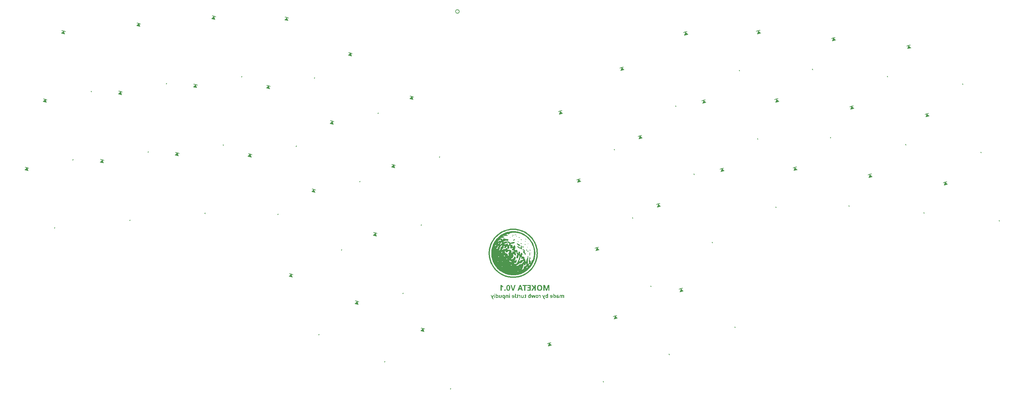
<source format=gbr>
%TF.GenerationSoftware,KiCad,Pcbnew,9.0.4*%
%TF.CreationDate,2025-08-24T16:14:49+03:00*%
%TF.ProjectId,MOKETA,4d4f4b45-5441-42e6-9b69-6361645f7063,rev?*%
%TF.SameCoordinates,Original*%
%TF.FileFunction,Legend,Bot*%
%TF.FilePolarity,Positive*%
%FSLAX46Y46*%
G04 Gerber Fmt 4.6, Leading zero omitted, Abs format (unit mm)*
G04 Created by KiCad (PCBNEW 9.0.4) date 2025-08-24 16:14:49*
%MOMM*%
%LPD*%
G01*
G04 APERTURE LIST*
%ADD10C,0.000000*%
%ADD11C,0.250000*%
%ADD12C,0.100000*%
%ADD13C,0.150000*%
G04 APERTURE END LIST*
D10*
G36*
X205882072Y-161403638D02*
G01*
X205891258Y-161404088D01*
X205900402Y-161404915D01*
X205909477Y-161406122D01*
X205918453Y-161407709D01*
X205927302Y-161409678D01*
X205935996Y-161412031D01*
X205950478Y-161416532D01*
X205964850Y-161421434D01*
X205979110Y-161426723D01*
X205993255Y-161432387D01*
X206007282Y-161438413D01*
X206021188Y-161444784D01*
X206034972Y-161451490D01*
X206048629Y-161458517D01*
X206070294Y-161470544D01*
X206090959Y-161483176D01*
X206110654Y-161496409D01*
X206129409Y-161510239D01*
X206147256Y-161524662D01*
X206164224Y-161539676D01*
X206180343Y-161555274D01*
X206195645Y-161571455D01*
X206210159Y-161588214D01*
X206223914Y-161605546D01*
X206236945Y-161623449D01*
X206249279Y-161641919D01*
X206260947Y-161660950D01*
X206271979Y-161680541D01*
X206282405Y-161700685D01*
X206292257Y-161721381D01*
X206296874Y-161732212D01*
X206300921Y-161743211D01*
X206304402Y-161754356D01*
X206307319Y-161765629D01*
X206309675Y-161777007D01*
X206311471Y-161788472D01*
X206312710Y-161800002D01*
X206313394Y-161811579D01*
X206313526Y-161823178D01*
X206313109Y-161834783D01*
X206312144Y-161846371D01*
X206310634Y-161857924D01*
X206308581Y-161869419D01*
X206305988Y-161880838D01*
X206302857Y-161892159D01*
X206299190Y-161903362D01*
X206293253Y-161921544D01*
X206288228Y-161939916D01*
X206284135Y-161958432D01*
X206280995Y-161977046D01*
X206278829Y-161995712D01*
X206277659Y-162014385D01*
X206277506Y-162033019D01*
X206278390Y-162051568D01*
X206280333Y-162069987D01*
X206283356Y-162088230D01*
X206287480Y-162106252D01*
X206292726Y-162124006D01*
X206299116Y-162141448D01*
X206306670Y-162158531D01*
X206315410Y-162175210D01*
X206325356Y-162191440D01*
X206364901Y-162250851D01*
X206403525Y-162309583D01*
X206422232Y-162339083D01*
X206440397Y-162368880D01*
X206457917Y-162399130D01*
X206474688Y-162429988D01*
X206487359Y-162456003D01*
X206498473Y-162482729D01*
X206507983Y-162510047D01*
X206515842Y-162537837D01*
X206522001Y-162565980D01*
X206526415Y-162594355D01*
X206529036Y-162622841D01*
X206529817Y-162651319D01*
X206528710Y-162679668D01*
X206525669Y-162707769D01*
X206520647Y-162735502D01*
X206513595Y-162762745D01*
X206504468Y-162789381D01*
X206493217Y-162815287D01*
X206479796Y-162840345D01*
X206464157Y-162864434D01*
X206460116Y-162869993D01*
X206455990Y-162875435D01*
X206451778Y-162880754D01*
X206447479Y-162885945D01*
X206443091Y-162891002D01*
X206438615Y-162895919D01*
X206434049Y-162900691D01*
X206429391Y-162905312D01*
X206424504Y-162909663D01*
X206419451Y-162913438D01*
X206414249Y-162916653D01*
X206408917Y-162919323D01*
X206403473Y-162921462D01*
X206397935Y-162923087D01*
X206392322Y-162924211D01*
X206386650Y-162924850D01*
X206380940Y-162925019D01*
X206375207Y-162924733D01*
X206369472Y-162924008D01*
X206363752Y-162922858D01*
X206358066Y-162921298D01*
X206352430Y-162919344D01*
X206346865Y-162917010D01*
X206341387Y-162914312D01*
X206336015Y-162911264D01*
X206330767Y-162907882D01*
X206325662Y-162904181D01*
X206320717Y-162900175D01*
X206315951Y-162895881D01*
X206311381Y-162891312D01*
X206307027Y-162886485D01*
X206302905Y-162881414D01*
X206299035Y-162876114D01*
X206295435Y-162870601D01*
X206292122Y-162864887D01*
X206289115Y-162858992D01*
X206286433Y-162852927D01*
X206284092Y-162846710D01*
X206282112Y-162840354D01*
X206280510Y-162833875D01*
X206277871Y-162820261D01*
X206275760Y-162806516D01*
X206274135Y-162792652D01*
X206272953Y-162778679D01*
X206272171Y-162764611D01*
X206271748Y-162750460D01*
X206271640Y-162736238D01*
X206271805Y-162721956D01*
X206271851Y-162702470D01*
X206271177Y-162683032D01*
X206269738Y-162663711D01*
X206267489Y-162644579D01*
X206264385Y-162625705D01*
X206260381Y-162607161D01*
X206255434Y-162589013D01*
X206249498Y-162571335D01*
X206242528Y-162554196D01*
X206234480Y-162537666D01*
X206225310Y-162521815D01*
X206214972Y-162506713D01*
X206203421Y-162492431D01*
X206190614Y-162479039D01*
X206176506Y-162466606D01*
X206161051Y-162455203D01*
X206062421Y-162391316D01*
X206038297Y-162374427D01*
X206026466Y-162365606D01*
X206014826Y-162356474D01*
X206003407Y-162346989D01*
X205992234Y-162337108D01*
X205981334Y-162326786D01*
X205970736Y-162315979D01*
X205958267Y-162302227D01*
X205945604Y-162287187D01*
X205932901Y-162270996D01*
X205920306Y-162253792D01*
X205907972Y-162235712D01*
X205896050Y-162216894D01*
X205884690Y-162197475D01*
X205874044Y-162177592D01*
X205864263Y-162157384D01*
X205855495Y-162136987D01*
X205847895Y-162116540D01*
X205841612Y-162096179D01*
X205836799Y-162076042D01*
X205834989Y-162066100D01*
X205833603Y-162056266D01*
X205832660Y-162046557D01*
X205832179Y-162036989D01*
X205832178Y-162027582D01*
X205832676Y-162018350D01*
X205833992Y-162006932D01*
X205835979Y-161996239D01*
X205838605Y-161986232D01*
X205841836Y-161976877D01*
X205845640Y-161968135D01*
X205849983Y-161959969D01*
X205854835Y-161952343D01*
X205860160Y-161945220D01*
X205865928Y-161938563D01*
X205872105Y-161932334D01*
X205878659Y-161926497D01*
X205885556Y-161921017D01*
X205892764Y-161915854D01*
X205900250Y-161910971D01*
X205907982Y-161906334D01*
X205915927Y-161901903D01*
X205932326Y-161893517D01*
X205949181Y-161885517D01*
X205983223Y-161869495D01*
X205999886Y-161860883D01*
X206008013Y-161856297D01*
X206015959Y-161851475D01*
X206023694Y-161846382D01*
X206031184Y-161840977D01*
X206038395Y-161835227D01*
X206045296Y-161829093D01*
X206047865Y-161826480D01*
X206050156Y-161823750D01*
X206052175Y-161820913D01*
X206053929Y-161817975D01*
X206055425Y-161814945D01*
X206056671Y-161811831D01*
X206057673Y-161808642D01*
X206058439Y-161805384D01*
X206058974Y-161802067D01*
X206059287Y-161798698D01*
X206059385Y-161795286D01*
X206059272Y-161791838D01*
X206058960Y-161788363D01*
X206058451Y-161784868D01*
X206057757Y-161781362D01*
X206056880Y-161777852D01*
X206055830Y-161774349D01*
X206054614Y-161770858D01*
X206053237Y-161767388D01*
X206051707Y-161763947D01*
X206048220Y-161757184D01*
X206044205Y-161750635D01*
X206039719Y-161744363D01*
X206034818Y-161738435D01*
X206029559Y-161732913D01*
X206023996Y-161727863D01*
X206009964Y-161717048D01*
X205995010Y-161707281D01*
X205979271Y-161698411D01*
X205962878Y-161690288D01*
X205945967Y-161682759D01*
X205928668Y-161675674D01*
X205893448Y-161662230D01*
X205858286Y-161648745D01*
X205841061Y-161641609D01*
X205824250Y-161634009D01*
X205807989Y-161625793D01*
X205792410Y-161616811D01*
X205777646Y-161606911D01*
X205770611Y-161601570D01*
X205763831Y-161595942D01*
X205759556Y-161592122D01*
X205755396Y-161588190D01*
X205751373Y-161584142D01*
X205747510Y-161579975D01*
X205743828Y-161575686D01*
X205740348Y-161571271D01*
X205737094Y-161566727D01*
X205734086Y-161562049D01*
X205731347Y-161557235D01*
X205728898Y-161552282D01*
X205726761Y-161547184D01*
X205725816Y-161544581D01*
X205724958Y-161541940D01*
X205724189Y-161539262D01*
X205723511Y-161536546D01*
X205722928Y-161533791D01*
X205722442Y-161530997D01*
X205722056Y-161528164D01*
X205721772Y-161525291D01*
X205721594Y-161522378D01*
X205721524Y-161519425D01*
X205721839Y-161510597D01*
X205722850Y-161502106D01*
X205724528Y-161493955D01*
X205726845Y-161486144D01*
X205729773Y-161478677D01*
X205733282Y-161471552D01*
X205737346Y-161464774D01*
X205741935Y-161458342D01*
X205747021Y-161452259D01*
X205752576Y-161446526D01*
X205758572Y-161441144D01*
X205764979Y-161436115D01*
X205771770Y-161431441D01*
X205778917Y-161427123D01*
X205786391Y-161423162D01*
X205794163Y-161419561D01*
X205802205Y-161416321D01*
X205810490Y-161413442D01*
X205818988Y-161410928D01*
X205827671Y-161408778D01*
X205836511Y-161406996D01*
X205845480Y-161405581D01*
X205854549Y-161404537D01*
X205863689Y-161403864D01*
X205872873Y-161403563D01*
X205882072Y-161403638D01*
G37*
G36*
X207560018Y-162281353D02*
G01*
X207562896Y-162281673D01*
X207565773Y-162282213D01*
X207568642Y-162282981D01*
X207571492Y-162283981D01*
X207574317Y-162285220D01*
X207577106Y-162286703D01*
X207579852Y-162288436D01*
X207589059Y-162295155D01*
X207597946Y-162302442D01*
X207606518Y-162310271D01*
X207614780Y-162318610D01*
X207622737Y-162327432D01*
X207630395Y-162336707D01*
X207644835Y-162356503D01*
X207658140Y-162377767D01*
X207670353Y-162400266D01*
X207681515Y-162423769D01*
X207691668Y-162448046D01*
X207700854Y-162472865D01*
X207709115Y-162497995D01*
X207716493Y-162523203D01*
X207723028Y-162548260D01*
X207728764Y-162572934D01*
X207733742Y-162596993D01*
X207738004Y-162620207D01*
X207741591Y-162642343D01*
X207745701Y-162673508D01*
X207748421Y-162703725D01*
X207749748Y-162733072D01*
X207749677Y-162761627D01*
X207748205Y-162789469D01*
X207745326Y-162816676D01*
X207741038Y-162843328D01*
X207735334Y-162869501D01*
X207728212Y-162895275D01*
X207719667Y-162920728D01*
X207709695Y-162945939D01*
X207698290Y-162970985D01*
X207685450Y-162995946D01*
X207671170Y-163020900D01*
X207655446Y-163045925D01*
X207638272Y-163071100D01*
X207637087Y-163072737D01*
X207635865Y-163074343D01*
X207634605Y-163075918D01*
X207633310Y-163077462D01*
X207631980Y-163078974D01*
X207630616Y-163080455D01*
X207629218Y-163081902D01*
X207627788Y-163083317D01*
X207626326Y-163084700D01*
X207624834Y-163086049D01*
X207623311Y-163087365D01*
X207621760Y-163088647D01*
X207620180Y-163089895D01*
X207618573Y-163091107D01*
X207616939Y-163092287D01*
X207615280Y-163093431D01*
X207611645Y-163095817D01*
X207607851Y-163098156D01*
X207603924Y-163100408D01*
X207599890Y-163102532D01*
X207595775Y-163104488D01*
X207591604Y-163106237D01*
X207587405Y-163107737D01*
X207583202Y-163108949D01*
X207579022Y-163109832D01*
X207576949Y-163110138D01*
X207574891Y-163110346D01*
X207572851Y-163110452D01*
X207570834Y-163110451D01*
X207568841Y-163110338D01*
X207566877Y-163110107D01*
X207564945Y-163109754D01*
X207563047Y-163109273D01*
X207561187Y-163108660D01*
X207559369Y-163107910D01*
X207557595Y-163107017D01*
X207555870Y-163105976D01*
X207554195Y-163104783D01*
X207552574Y-163103432D01*
X207552394Y-163103270D01*
X207552212Y-163103102D01*
X207551843Y-163102751D01*
X207551092Y-163102030D01*
X207549198Y-163100062D01*
X207547404Y-163098013D01*
X207545710Y-163095886D01*
X207544114Y-163093687D01*
X207542617Y-163091420D01*
X207541217Y-163089090D01*
X207539914Y-163086702D01*
X207538706Y-163084260D01*
X207537594Y-163081770D01*
X207536576Y-163079234D01*
X207535652Y-163076662D01*
X207534821Y-163074054D01*
X207534082Y-163071417D01*
X207533435Y-163068754D01*
X207532878Y-163066072D01*
X207532412Y-163063374D01*
X207530707Y-163050117D01*
X207529660Y-163036799D01*
X207529377Y-163009998D01*
X207531239Y-162983003D01*
X207534925Y-162955844D01*
X207540113Y-162928554D01*
X207546482Y-162901163D01*
X207561467Y-162846208D01*
X207577307Y-162791228D01*
X207584743Y-162763809D01*
X207591426Y-162736477D01*
X207597035Y-162709266D01*
X207601247Y-162682205D01*
X207603741Y-162655327D01*
X207604194Y-162628664D01*
X207603656Y-162616997D01*
X207602668Y-162605784D01*
X207601259Y-162594994D01*
X207599461Y-162584596D01*
X207597303Y-162574560D01*
X207594815Y-162564854D01*
X207588972Y-162546310D01*
X207582174Y-162528719D01*
X207574662Y-162511835D01*
X207558464Y-162479201D01*
X207550261Y-162462959D01*
X207542312Y-162446438D01*
X207534857Y-162429392D01*
X207528139Y-162411576D01*
X207525132Y-162402301D01*
X207522399Y-162392742D01*
X207519972Y-162382867D01*
X207517880Y-162372645D01*
X207516153Y-162362045D01*
X207514823Y-162351037D01*
X207513918Y-162339590D01*
X207513468Y-162327674D01*
X207513523Y-162324409D01*
X207513795Y-162321216D01*
X207514275Y-162318101D01*
X207514956Y-162315071D01*
X207515827Y-162312130D01*
X207516881Y-162309285D01*
X207518109Y-162306542D01*
X207519502Y-162303907D01*
X207521052Y-162301385D01*
X207522748Y-162298983D01*
X207524586Y-162296707D01*
X207526552Y-162294562D01*
X207528640Y-162292555D01*
X207530842Y-162290691D01*
X207533147Y-162288977D01*
X207535548Y-162287418D01*
X207538036Y-162286020D01*
X207540601Y-162284789D01*
X207543237Y-162283731D01*
X207545933Y-162282852D01*
X207548681Y-162282159D01*
X207551472Y-162281656D01*
X207554298Y-162281350D01*
X207557149Y-162281247D01*
X207560018Y-162281353D01*
G37*
G36*
X207136830Y-161777966D02*
G01*
X207139018Y-161778097D01*
X207141200Y-161778291D01*
X207143374Y-161778550D01*
X207145536Y-161778876D01*
X207147684Y-161779270D01*
X207149814Y-161779734D01*
X207151924Y-161780271D01*
X207154013Y-161780881D01*
X207156075Y-161781567D01*
X207158110Y-161782331D01*
X207160113Y-161783171D01*
X207162083Y-161784095D01*
X207164018Y-161785101D01*
X207165911Y-161786192D01*
X207167764Y-161787368D01*
X207172693Y-161790794D01*
X207177350Y-161794320D01*
X207181746Y-161797962D01*
X207185893Y-161801726D01*
X207189802Y-161805627D01*
X207193485Y-161809677D01*
X207196954Y-161813887D01*
X207200221Y-161818268D01*
X207203298Y-161822833D01*
X207206196Y-161827592D01*
X207208928Y-161832559D01*
X207211504Y-161837743D01*
X207213937Y-161843157D01*
X207216239Y-161848813D01*
X207218421Y-161854722D01*
X207220495Y-161860896D01*
X207225127Y-161877332D01*
X207228602Y-161893999D01*
X207230976Y-161910854D01*
X207232304Y-161927854D01*
X207232641Y-161944956D01*
X207232043Y-161962118D01*
X207230566Y-161979296D01*
X207228264Y-161996448D01*
X207225194Y-162013532D01*
X207221411Y-162030504D01*
X207216970Y-162047322D01*
X207211926Y-162063942D01*
X207206336Y-162080323D01*
X207200255Y-162096421D01*
X207193737Y-162112193D01*
X207186840Y-162127596D01*
X207186305Y-162128698D01*
X207185736Y-162129776D01*
X207185135Y-162130832D01*
X207184502Y-162131863D01*
X207183143Y-162133850D01*
X207181667Y-162135735D01*
X207180079Y-162137515D01*
X207178385Y-162139186D01*
X207176593Y-162140745D01*
X207174705Y-162142188D01*
X207172732Y-162143512D01*
X207170677Y-162144713D01*
X207168548Y-162145789D01*
X207166350Y-162146735D01*
X207164089Y-162147550D01*
X207161773Y-162148226D01*
X207159406Y-162148764D01*
X207156995Y-162149159D01*
X207155569Y-162149327D01*
X207154142Y-162149441D01*
X207152714Y-162149503D01*
X207151286Y-162149513D01*
X207149861Y-162149471D01*
X207148440Y-162149377D01*
X207147024Y-162149229D01*
X207145615Y-162149030D01*
X207144214Y-162148780D01*
X207142823Y-162148478D01*
X207141443Y-162148124D01*
X207140077Y-162147720D01*
X207138725Y-162147263D01*
X207137388Y-162146756D01*
X207136069Y-162146197D01*
X207134769Y-162145587D01*
X207130039Y-162143223D01*
X207125543Y-162140881D01*
X207121266Y-162138530D01*
X207117195Y-162136138D01*
X207113314Y-162133674D01*
X207109609Y-162131107D01*
X207106067Y-162128405D01*
X207102673Y-162125535D01*
X207099412Y-162122468D01*
X207096271Y-162119171D01*
X207093235Y-162115613D01*
X207090289Y-162111763D01*
X207087420Y-162107588D01*
X207084613Y-162103056D01*
X207081854Y-162098140D01*
X207079128Y-162092803D01*
X207072834Y-162078632D01*
X207067408Y-162063719D01*
X207062824Y-162048150D01*
X207059056Y-162032011D01*
X207056077Y-162015388D01*
X207053863Y-161998367D01*
X207052386Y-161981034D01*
X207051621Y-161963475D01*
X207051542Y-161945776D01*
X207052122Y-161928022D01*
X207053335Y-161910301D01*
X207055155Y-161892697D01*
X207057557Y-161875296D01*
X207060514Y-161858186D01*
X207064000Y-161841451D01*
X207067989Y-161825178D01*
X207068780Y-161822433D01*
X207069688Y-161819757D01*
X207070709Y-161817150D01*
X207071841Y-161814614D01*
X207073078Y-161812150D01*
X207074420Y-161809760D01*
X207075861Y-161807444D01*
X207077398Y-161805206D01*
X207079030Y-161803045D01*
X207080751Y-161800963D01*
X207082559Y-161798961D01*
X207084450Y-161797041D01*
X207086421Y-161795204D01*
X207088469Y-161793452D01*
X207090590Y-161791785D01*
X207092781Y-161790206D01*
X207095039Y-161788715D01*
X207097360Y-161787314D01*
X207099741Y-161786004D01*
X207102179Y-161784787D01*
X207104670Y-161783664D01*
X207107211Y-161782636D01*
X207109799Y-161781704D01*
X207112430Y-161780871D01*
X207115101Y-161780137D01*
X207117807Y-161779504D01*
X207120549Y-161778973D01*
X207123320Y-161778545D01*
X207126118Y-161778222D01*
X207128939Y-161778005D01*
X207131780Y-161777896D01*
X207134638Y-161777896D01*
X207136830Y-161777966D01*
G37*
G36*
X204297354Y-159797631D02*
G01*
X204301794Y-159798038D01*
X204306237Y-159798701D01*
X204310678Y-159799628D01*
X204315105Y-159800824D01*
X204323353Y-159803626D01*
X204331485Y-159807005D01*
X204339504Y-159810929D01*
X204347407Y-159815373D01*
X204355197Y-159820307D01*
X204362872Y-159825702D01*
X204370434Y-159831530D01*
X204377881Y-159837763D01*
X204385215Y-159844372D01*
X204392435Y-159851329D01*
X204399542Y-159858604D01*
X204406535Y-159866171D01*
X204413414Y-159873999D01*
X204420180Y-159882061D01*
X204426834Y-159890329D01*
X204433374Y-159898773D01*
X204438799Y-159905541D01*
X204444431Y-159911880D01*
X204450265Y-159917801D01*
X204456293Y-159923318D01*
X204462508Y-159928440D01*
X204468905Y-159933185D01*
X204475476Y-159937561D01*
X204482214Y-159941581D01*
X204489113Y-159945258D01*
X204496166Y-159948605D01*
X204503366Y-159951633D01*
X204510706Y-159954356D01*
X204518181Y-159956785D01*
X204525782Y-159958933D01*
X204541338Y-159962434D01*
X204557320Y-159964961D01*
X204573676Y-159966609D01*
X204590349Y-159967483D01*
X204607288Y-159967676D01*
X204624438Y-159967290D01*
X204641742Y-159966425D01*
X204676606Y-159963648D01*
X204687067Y-159962999D01*
X204697527Y-159963001D01*
X204707961Y-159963634D01*
X204718343Y-159964875D01*
X204728648Y-159966704D01*
X204738850Y-159969099D01*
X204748924Y-159972040D01*
X204758845Y-159975505D01*
X204768586Y-159979472D01*
X204778123Y-159983921D01*
X204787429Y-159988829D01*
X204796480Y-159994177D01*
X204805249Y-159999942D01*
X204813712Y-160006103D01*
X204821842Y-160012639D01*
X204829615Y-160019527D01*
X204845284Y-160035693D01*
X204860744Y-160054709D01*
X204875912Y-160076266D01*
X204890707Y-160100053D01*
X204905045Y-160125760D01*
X204918844Y-160153075D01*
X204932022Y-160181688D01*
X204944496Y-160211288D01*
X204956184Y-160241565D01*
X204967003Y-160272207D01*
X204976871Y-160302903D01*
X204985705Y-160333344D01*
X204993423Y-160363217D01*
X204999942Y-160392213D01*
X205005181Y-160420020D01*
X205009055Y-160446328D01*
X205009522Y-160451315D01*
X205009684Y-160456284D01*
X205009544Y-160461219D01*
X205009100Y-160466107D01*
X205008359Y-160470929D01*
X205007320Y-160475672D01*
X205005986Y-160480320D01*
X205004358Y-160484858D01*
X205002440Y-160489269D01*
X205000231Y-160493540D01*
X204997735Y-160497653D01*
X204994953Y-160501595D01*
X204991888Y-160505349D01*
X204988541Y-160508900D01*
X204984913Y-160512232D01*
X204981008Y-160515331D01*
X204978793Y-160516909D01*
X204976525Y-160518421D01*
X204974207Y-160519862D01*
X204971843Y-160521232D01*
X204969434Y-160522526D01*
X204966985Y-160523745D01*
X204964496Y-160524885D01*
X204961975Y-160525943D01*
X204959421Y-160526921D01*
X204956838Y-160527812D01*
X204954228Y-160528616D01*
X204951596Y-160529332D01*
X204948944Y-160529956D01*
X204946275Y-160530487D01*
X204943592Y-160530922D01*
X204940898Y-160531258D01*
X204935508Y-160531738D01*
X204930152Y-160532018D01*
X204927477Y-160532072D01*
X204924799Y-160532061D01*
X204922115Y-160531983D01*
X204919421Y-160531831D01*
X204916712Y-160531602D01*
X204913985Y-160531290D01*
X204911236Y-160530891D01*
X204908461Y-160530399D01*
X204905657Y-160529812D01*
X204902820Y-160529123D01*
X204899945Y-160528328D01*
X204897030Y-160527422D01*
X204894122Y-160526430D01*
X204891233Y-160525370D01*
X204888362Y-160524243D01*
X204885510Y-160523050D01*
X204882676Y-160521791D01*
X204879860Y-160520470D01*
X204877062Y-160519085D01*
X204874282Y-160517640D01*
X204868777Y-160514569D01*
X204863343Y-160511267D01*
X204857979Y-160507743D01*
X204852686Y-160504007D01*
X204736446Y-160418161D01*
X204678183Y-160375368D01*
X204619522Y-160333176D01*
X204560236Y-160291969D01*
X204500097Y-160252134D01*
X204438880Y-160214056D01*
X204407796Y-160195796D01*
X204376357Y-160178120D01*
X204362419Y-160170186D01*
X204348512Y-160161689D01*
X204334724Y-160152632D01*
X204321138Y-160143021D01*
X204307842Y-160132860D01*
X204294920Y-160122153D01*
X204282457Y-160110905D01*
X204270543Y-160099122D01*
X204259260Y-160086807D01*
X204248694Y-160073965D01*
X204238932Y-160060601D01*
X204230059Y-160046718D01*
X204222160Y-160032325D01*
X204218604Y-160024937D01*
X204215323Y-160017423D01*
X204212328Y-160009782D01*
X204209631Y-160002016D01*
X204207242Y-159994126D01*
X204205172Y-159986112D01*
X204203397Y-159978143D01*
X204201852Y-159970261D01*
X204200540Y-159962459D01*
X204199459Y-159954737D01*
X204198611Y-159947089D01*
X204197997Y-159939513D01*
X204197617Y-159932006D01*
X204197472Y-159924563D01*
X204197563Y-159917181D01*
X204197890Y-159909858D01*
X204198454Y-159902590D01*
X204199255Y-159895371D01*
X204200295Y-159888201D01*
X204201575Y-159881075D01*
X204203094Y-159873991D01*
X204204853Y-159866943D01*
X204206158Y-159862521D01*
X204207675Y-159858192D01*
X204209398Y-159853962D01*
X204211319Y-159849838D01*
X204213430Y-159845825D01*
X204215723Y-159841929D01*
X204218193Y-159838156D01*
X204220830Y-159834511D01*
X204223628Y-159831001D01*
X204226579Y-159827631D01*
X204229676Y-159824407D01*
X204232910Y-159821336D01*
X204236276Y-159818422D01*
X204239764Y-159815672D01*
X204243369Y-159813091D01*
X204247082Y-159810686D01*
X204250894Y-159808462D01*
X204254801Y-159806426D01*
X204258793Y-159804581D01*
X204262864Y-159802936D01*
X204267006Y-159801496D01*
X204271211Y-159800266D01*
X204275472Y-159799252D01*
X204279781Y-159798460D01*
X204284132Y-159797896D01*
X204288516Y-159797566D01*
X204292926Y-159797476D01*
X204297354Y-159797631D01*
G37*
G36*
X205281935Y-158688123D02*
G01*
X205285126Y-158688487D01*
X205288325Y-158689049D01*
X205291523Y-158689812D01*
X205304582Y-158693720D01*
X205317552Y-158698360D01*
X205330391Y-158703701D01*
X205343052Y-158709713D01*
X205355491Y-158716365D01*
X205367664Y-158723627D01*
X205379525Y-158731468D01*
X205391030Y-158739858D01*
X205402135Y-158748767D01*
X205412793Y-158758163D01*
X205422961Y-158768017D01*
X205432594Y-158778298D01*
X205441647Y-158788975D01*
X205450076Y-158800019D01*
X205457834Y-158811397D01*
X205464879Y-158823083D01*
X205469484Y-158831515D01*
X205473600Y-158839635D01*
X205477237Y-158847486D01*
X205478877Y-158851324D01*
X205480400Y-158855110D01*
X205481806Y-158858851D01*
X205483098Y-158862552D01*
X205484275Y-158866217D01*
X205485339Y-158869852D01*
X205486290Y-158873463D01*
X205487130Y-158877054D01*
X205487860Y-158880632D01*
X205488480Y-158884201D01*
X205489018Y-158888646D01*
X205489221Y-158893022D01*
X205489100Y-158897319D01*
X205488670Y-158901534D01*
X205487938Y-158905656D01*
X205486919Y-158909679D01*
X205485624Y-158913595D01*
X205484066Y-158917398D01*
X205482255Y-158921080D01*
X205480203Y-158924634D01*
X205477923Y-158928051D01*
X205475426Y-158931326D01*
X205472724Y-158934450D01*
X205469829Y-158937416D01*
X205466752Y-158940218D01*
X205463506Y-158942845D01*
X205460103Y-158945295D01*
X205456554Y-158947557D01*
X205452869Y-158949624D01*
X205449063Y-158951489D01*
X205445147Y-158953145D01*
X205441131Y-158954585D01*
X205437029Y-158955800D01*
X205432853Y-158956785D01*
X205428611Y-158957531D01*
X205424319Y-158958029D01*
X205419988Y-158958277D01*
X205415629Y-158958263D01*
X205411254Y-158957981D01*
X205406875Y-158957424D01*
X205402503Y-158956584D01*
X205398151Y-158955454D01*
X205385815Y-158951457D01*
X205373590Y-158946785D01*
X205361520Y-158941462D01*
X205349648Y-158935517D01*
X205338017Y-158928972D01*
X205326671Y-158921853D01*
X205315652Y-158914184D01*
X205305004Y-158905993D01*
X205294771Y-158897304D01*
X205284995Y-158888141D01*
X205275720Y-158878530D01*
X205266989Y-158868497D01*
X205258846Y-158858067D01*
X205251331Y-158847264D01*
X205244492Y-158836115D01*
X205238369Y-158824644D01*
X205235598Y-158818864D01*
X205233064Y-158813218D01*
X205230764Y-158807692D01*
X205228691Y-158802277D01*
X205226843Y-158796961D01*
X205225213Y-158791734D01*
X205223796Y-158786584D01*
X205222587Y-158781500D01*
X205221582Y-158776472D01*
X205220775Y-158771489D01*
X205220161Y-158766539D01*
X205219737Y-158761611D01*
X205219495Y-158756696D01*
X205219432Y-158751781D01*
X205219542Y-158746855D01*
X205219822Y-158741909D01*
X205220157Y-158738625D01*
X205220675Y-158735401D01*
X205221372Y-158732241D01*
X205222241Y-158729150D01*
X205223275Y-158726133D01*
X205224469Y-158723193D01*
X205225817Y-158720337D01*
X205227312Y-158717569D01*
X205228948Y-158714893D01*
X205230720Y-158712314D01*
X205232620Y-158709838D01*
X205234644Y-158707468D01*
X205236784Y-158705210D01*
X205239036Y-158703068D01*
X205241391Y-158701047D01*
X205243846Y-158699152D01*
X205246392Y-158697387D01*
X205249025Y-158695759D01*
X205251739Y-158694269D01*
X205254526Y-158692925D01*
X205257381Y-158691730D01*
X205260297Y-158690689D01*
X205263271Y-158689807D01*
X205266293Y-158689089D01*
X205269358Y-158688540D01*
X205272462Y-158688164D01*
X205275597Y-158687966D01*
X205278756Y-158687951D01*
X205281935Y-158688123D01*
G37*
G36*
X207174659Y-159813543D02*
G01*
X207179285Y-159814308D01*
X207183919Y-159815519D01*
X207188537Y-159817186D01*
X207193116Y-159819321D01*
X207197634Y-159821934D01*
X207202069Y-159825036D01*
X207206396Y-159828638D01*
X207210594Y-159832750D01*
X207214640Y-159837384D01*
X207218511Y-159842549D01*
X207224798Y-159851830D01*
X207230853Y-159861218D01*
X207236664Y-159870711D01*
X207242221Y-159880305D01*
X207247510Y-159889998D01*
X207252521Y-159899788D01*
X207257243Y-159909672D01*
X207261664Y-159919648D01*
X207264631Y-159927399D01*
X207266874Y-159934948D01*
X207268423Y-159942277D01*
X207269312Y-159949368D01*
X207269573Y-159956202D01*
X207269239Y-159962762D01*
X207268341Y-159969029D01*
X207266913Y-159974984D01*
X207264986Y-159980610D01*
X207262594Y-159985888D01*
X207259768Y-159990801D01*
X207256542Y-159995329D01*
X207252947Y-159999455D01*
X207249016Y-160003160D01*
X207244781Y-160006427D01*
X207240276Y-160009236D01*
X207235531Y-160011570D01*
X207230581Y-160013411D01*
X207225456Y-160014739D01*
X207220191Y-160015538D01*
X207214816Y-160015788D01*
X207209365Y-160015472D01*
X207203870Y-160014571D01*
X207198364Y-160013068D01*
X207192878Y-160010943D01*
X207187446Y-160008178D01*
X207182099Y-160004756D01*
X207176871Y-160000658D01*
X207171793Y-159995865D01*
X207166898Y-159990361D01*
X207162220Y-159984126D01*
X207157789Y-159977142D01*
X207151613Y-159966182D01*
X207145868Y-159955168D01*
X207140561Y-159944098D01*
X207135699Y-159932970D01*
X207131291Y-159921782D01*
X207127342Y-159910534D01*
X207123860Y-159899221D01*
X207122297Y-159893543D01*
X207120852Y-159887845D01*
X207119552Y-159881512D01*
X207118760Y-159875389D01*
X207118454Y-159869487D01*
X207118612Y-159863816D01*
X207119209Y-159858387D01*
X207120224Y-159853212D01*
X207121633Y-159848299D01*
X207123417Y-159843661D01*
X207125548Y-159839308D01*
X207128006Y-159835251D01*
X207130767Y-159831501D01*
X207133809Y-159828067D01*
X207137109Y-159824962D01*
X207140645Y-159822195D01*
X207144392Y-159819778D01*
X207148330Y-159817721D01*
X207152433Y-159816035D01*
X207156682Y-159814730D01*
X207161051Y-159813818D01*
X207165519Y-159813309D01*
X207170063Y-159813214D01*
X207174659Y-159813543D01*
G37*
G36*
X205332344Y-160389866D02*
G01*
X205340686Y-160390530D01*
X205349022Y-160391667D01*
X205357312Y-160393274D01*
X205365516Y-160395350D01*
X205373594Y-160397892D01*
X205381505Y-160400900D01*
X205389208Y-160404371D01*
X205396665Y-160408304D01*
X205403834Y-160412698D01*
X205410675Y-160417550D01*
X205417147Y-160422859D01*
X205423210Y-160428624D01*
X205428824Y-160434842D01*
X205433949Y-160441513D01*
X205435472Y-160443695D01*
X205436985Y-160445918D01*
X205438488Y-160448180D01*
X205439981Y-160450481D01*
X205446119Y-160460398D01*
X205451913Y-160470632D01*
X205457370Y-160481153D01*
X205462496Y-160491931D01*
X205467296Y-160502936D01*
X205471776Y-160514138D01*
X205475941Y-160525506D01*
X205479798Y-160537010D01*
X205483352Y-160548620D01*
X205486609Y-160560308D01*
X205489574Y-160572041D01*
X205492254Y-160583791D01*
X205494653Y-160595526D01*
X205496778Y-160607217D01*
X205498634Y-160618833D01*
X205500227Y-160630345D01*
X205504743Y-160685154D01*
X205508264Y-160766334D01*
X205510546Y-160864921D01*
X205511343Y-160971949D01*
X205510409Y-161078457D01*
X205507501Y-161175482D01*
X205502372Y-161254056D01*
X205498898Y-161283624D01*
X205494777Y-161305218D01*
X205492426Y-161313222D01*
X205489605Y-161320896D01*
X205486338Y-161328232D01*
X205482648Y-161335224D01*
X205478559Y-161341863D01*
X205474094Y-161348142D01*
X205469278Y-161354053D01*
X205464133Y-161359588D01*
X205458682Y-161364740D01*
X205452951Y-161369501D01*
X205446961Y-161373863D01*
X205440737Y-161377818D01*
X205434302Y-161381360D01*
X205427679Y-161384479D01*
X205420893Y-161387169D01*
X205413967Y-161389422D01*
X205406924Y-161391229D01*
X205399787Y-161392585D01*
X205392581Y-161393479D01*
X205385329Y-161393906D01*
X205378054Y-161393857D01*
X205370780Y-161393325D01*
X205363530Y-161392301D01*
X205356329Y-161390779D01*
X205349200Y-161388751D01*
X205342166Y-161386208D01*
X205335249Y-161383143D01*
X205328476Y-161379549D01*
X205321867Y-161375416D01*
X205315448Y-161370741D01*
X205309241Y-161365512D01*
X205303271Y-161359722D01*
X205294700Y-161350491D01*
X205286351Y-161340927D01*
X205270108Y-161321098D01*
X205254106Y-161300836D01*
X205237909Y-161280741D01*
X205229603Y-161270944D01*
X205221084Y-161261413D01*
X205212300Y-161252225D01*
X205203195Y-161243454D01*
X205193716Y-161235175D01*
X205183808Y-161227464D01*
X205173416Y-161220394D01*
X205168022Y-161217124D01*
X205162486Y-161214043D01*
X205152235Y-161208858D01*
X205141658Y-161203992D01*
X205130796Y-161199413D01*
X205119687Y-161195095D01*
X205096888Y-161187120D01*
X205073577Y-161179836D01*
X205026677Y-161166407D01*
X205003720Y-161159798D01*
X204981511Y-161152950D01*
X204888698Y-161122132D01*
X204842000Y-161105634D01*
X204795447Y-161088131D01*
X204749291Y-161069414D01*
X204703788Y-161049273D01*
X204681359Y-161038604D01*
X204659190Y-161027500D01*
X204637310Y-161015935D01*
X204615752Y-161003884D01*
X204599898Y-160994310D01*
X204584507Y-160984120D01*
X204569571Y-160973343D01*
X204555080Y-160962009D01*
X204541028Y-160950146D01*
X204527401Y-160937784D01*
X204514195Y-160924950D01*
X204501399Y-160911674D01*
X204489005Y-160897984D01*
X204477004Y-160883910D01*
X204465388Y-160869481D01*
X204454147Y-160854725D01*
X204443273Y-160839670D01*
X204432757Y-160824348D01*
X204422590Y-160808786D01*
X204412764Y-160793012D01*
X204398577Y-160769398D01*
X204384619Y-160745437D01*
X204371079Y-160721325D01*
X204358147Y-160697255D01*
X204346010Y-160673422D01*
X204334859Y-160650021D01*
X204324884Y-160627245D01*
X204316270Y-160605289D01*
X204314349Y-160599847D01*
X204312534Y-160594232D01*
X204310865Y-160588483D01*
X204309385Y-160582642D01*
X204308135Y-160576749D01*
X204307157Y-160570842D01*
X204306491Y-160564962D01*
X204306180Y-160559150D01*
X204306264Y-160553444D01*
X204306786Y-160547885D01*
X204307224Y-160545173D01*
X204307787Y-160542513D01*
X204308479Y-160539910D01*
X204309309Y-160537368D01*
X204310277Y-160534893D01*
X204311392Y-160532490D01*
X204312656Y-160530163D01*
X204314079Y-160527918D01*
X204315662Y-160525760D01*
X204317411Y-160523694D01*
X204319332Y-160521724D01*
X204321429Y-160519855D01*
X204326871Y-160515690D01*
X204332563Y-160511983D01*
X204338482Y-160508713D01*
X204344604Y-160505859D01*
X204350903Y-160503403D01*
X204357357Y-160501324D01*
X204363941Y-160499602D01*
X204370632Y-160498216D01*
X204377405Y-160497147D01*
X204384236Y-160496374D01*
X204391100Y-160495878D01*
X204397975Y-160495638D01*
X204404836Y-160495634D01*
X204411659Y-160495846D01*
X204418419Y-160496253D01*
X204425093Y-160496837D01*
X204442460Y-160499059D01*
X204458677Y-160502096D01*
X204473801Y-160505910D01*
X204487894Y-160510466D01*
X204501009Y-160515727D01*
X204513207Y-160521657D01*
X204524546Y-160528221D01*
X204535082Y-160535382D01*
X204544875Y-160543103D01*
X204553982Y-160551349D01*
X204562462Y-160560083D01*
X204570372Y-160569269D01*
X204577770Y-160578873D01*
X204584715Y-160588854D01*
X204591264Y-160599180D01*
X204597476Y-160609814D01*
X204609119Y-160631858D01*
X204620108Y-160654699D01*
X204641981Y-160701609D01*
X204653793Y-160725100D01*
X204666808Y-160748229D01*
X204673911Y-160759568D01*
X204681489Y-160770706D01*
X204689600Y-160781611D01*
X204698302Y-160792244D01*
X204706480Y-160801082D01*
X204715502Y-160809614D01*
X204725319Y-160817841D01*
X204735885Y-160825765D01*
X204759065Y-160840708D01*
X204784654Y-160854456D01*
X204812265Y-160867020D01*
X204841509Y-160878412D01*
X204871999Y-160888644D01*
X204903347Y-160897727D01*
X204935166Y-160905673D01*
X204967068Y-160912495D01*
X204998665Y-160918204D01*
X205029571Y-160922811D01*
X205059396Y-160926329D01*
X205087752Y-160928769D01*
X205114256Y-160930143D01*
X205138515Y-160930462D01*
X205147526Y-160930039D01*
X205156458Y-160928961D01*
X205165297Y-160927266D01*
X205174028Y-160924990D01*
X205182636Y-160922170D01*
X205191105Y-160918843D01*
X205199420Y-160915045D01*
X205207569Y-160910814D01*
X205215532Y-160906185D01*
X205223296Y-160901196D01*
X205230846Y-160895883D01*
X205238167Y-160890282D01*
X205245244Y-160884432D01*
X205252060Y-160878368D01*
X205258602Y-160872126D01*
X205264854Y-160865745D01*
X205274731Y-160854351D01*
X205283032Y-160842754D01*
X205289844Y-160830966D01*
X205295252Y-160819000D01*
X205299344Y-160806866D01*
X205302205Y-160794579D01*
X205303922Y-160782148D01*
X205304580Y-160769588D01*
X205304267Y-160756909D01*
X205303068Y-160744124D01*
X205301070Y-160731245D01*
X205298359Y-160718284D01*
X205291142Y-160692165D01*
X205282108Y-160665863D01*
X205261350Y-160613097D01*
X205251005Y-160586828D01*
X205241603Y-160560763D01*
X205233835Y-160534999D01*
X205230779Y-160522261D01*
X205228390Y-160509633D01*
X205226754Y-160497130D01*
X205225958Y-160484762D01*
X205226088Y-160472543D01*
X205227230Y-160460483D01*
X205228774Y-160452370D01*
X205231039Y-160444759D01*
X205233984Y-160437648D01*
X205237569Y-160431036D01*
X205241753Y-160424920D01*
X205246496Y-160419299D01*
X205251758Y-160414172D01*
X205257498Y-160409537D01*
X205263677Y-160405391D01*
X205270253Y-160401736D01*
X205277187Y-160398565D01*
X205284438Y-160395880D01*
X205291965Y-160393678D01*
X205299729Y-160391959D01*
X205307690Y-160390720D01*
X205315806Y-160389958D01*
X205324037Y-160389674D01*
X205332344Y-160389866D01*
G37*
G36*
X207940026Y-162240096D02*
G01*
X207943153Y-162240463D01*
X207946226Y-162241123D01*
X207949231Y-162242083D01*
X207952152Y-162243349D01*
X207954972Y-162244930D01*
X207957677Y-162246833D01*
X207960251Y-162249064D01*
X207962678Y-162251632D01*
X207964943Y-162254543D01*
X207967030Y-162257804D01*
X207968923Y-162261423D01*
X207972122Y-162268649D01*
X207974998Y-162276006D01*
X207977560Y-162283483D01*
X207979816Y-162291068D01*
X207981775Y-162298752D01*
X207983444Y-162306526D01*
X207984832Y-162314377D01*
X207985948Y-162322296D01*
X207986800Y-162330273D01*
X207987397Y-162338298D01*
X207987744Y-162346359D01*
X207987853Y-162354447D01*
X207987732Y-162362552D01*
X207987387Y-162370663D01*
X207986830Y-162378769D01*
X207986068Y-162386861D01*
X207985470Y-162391057D01*
X207984604Y-162395086D01*
X207983485Y-162398943D01*
X207982127Y-162402622D01*
X207980547Y-162406118D01*
X207978758Y-162409423D01*
X207976776Y-162412533D01*
X207974616Y-162415442D01*
X207972293Y-162418142D01*
X207969821Y-162420630D01*
X207967217Y-162422898D01*
X207964493Y-162424940D01*
X207961668Y-162426752D01*
X207958754Y-162428326D01*
X207955766Y-162429657D01*
X207952721Y-162430739D01*
X207949631Y-162431566D01*
X207946514Y-162432132D01*
X207943382Y-162432432D01*
X207940252Y-162432459D01*
X207937139Y-162432207D01*
X207934058Y-162431670D01*
X207931023Y-162430843D01*
X207928050Y-162429720D01*
X207925154Y-162428294D01*
X207922349Y-162426560D01*
X207919650Y-162424512D01*
X207917073Y-162422144D01*
X207914632Y-162419449D01*
X207912343Y-162416423D01*
X207910221Y-162413059D01*
X207908279Y-162409351D01*
X207904876Y-162401819D01*
X207901812Y-162394267D01*
X207899081Y-162386695D01*
X207896672Y-162379105D01*
X207894578Y-162371498D01*
X207892789Y-162363877D01*
X207891298Y-162356243D01*
X207890093Y-162348596D01*
X207889168Y-162340939D01*
X207888514Y-162333272D01*
X207888122Y-162325598D01*
X207887983Y-162317918D01*
X207888089Y-162310234D01*
X207888430Y-162302546D01*
X207888998Y-162294856D01*
X207889785Y-162287167D01*
X207890416Y-162283060D01*
X207891323Y-162279094D01*
X207892489Y-162275276D01*
X207893898Y-162271613D01*
X207895536Y-162268112D01*
X207897387Y-162264782D01*
X207899434Y-162261628D01*
X207901663Y-162258657D01*
X207904058Y-162255879D01*
X207906602Y-162253299D01*
X207909281Y-162250925D01*
X207912078Y-162248764D01*
X207914979Y-162246824D01*
X207917968Y-162245110D01*
X207921029Y-162243632D01*
X207924145Y-162242395D01*
X207927302Y-162241408D01*
X207930486Y-162240677D01*
X207933677Y-162240210D01*
X207936862Y-162240015D01*
X207940026Y-162240096D01*
G37*
G36*
X203536118Y-155859149D02*
G01*
X203872035Y-155884692D01*
X204203066Y-155926757D01*
X204528801Y-155984927D01*
X204848818Y-156058787D01*
X205162706Y-156147921D01*
X205470046Y-156251914D01*
X205770425Y-156370349D01*
X206063426Y-156502813D01*
X206348634Y-156648887D01*
X206625632Y-156808159D01*
X206894007Y-156980210D01*
X207153341Y-157164627D01*
X207403219Y-157360993D01*
X207643227Y-157568893D01*
X207872947Y-157787910D01*
X208091965Y-158017631D01*
X208299865Y-158257638D01*
X208496231Y-158507517D01*
X208680648Y-158766851D01*
X208852699Y-159035225D01*
X209011970Y-159312224D01*
X209158045Y-159597432D01*
X209290509Y-159890433D01*
X209408944Y-160190812D01*
X209512937Y-160498152D01*
X209602071Y-160812039D01*
X209675931Y-161132057D01*
X209734101Y-161457790D01*
X209776166Y-161788823D01*
X209801709Y-162124739D01*
X209810316Y-162465124D01*
X209801709Y-162805510D01*
X209776166Y-163141427D01*
X209734101Y-163472459D01*
X209675931Y-163798193D01*
X209602071Y-164118210D01*
X209512937Y-164432098D01*
X209408944Y-164739438D01*
X209290509Y-165039817D01*
X209158045Y-165332818D01*
X209011970Y-165618026D01*
X208852699Y-165895024D01*
X208680649Y-166163399D01*
X208496231Y-166422733D01*
X208299865Y-166672612D01*
X208091965Y-166912619D01*
X207872947Y-167142339D01*
X207643227Y-167361357D01*
X207403220Y-167569257D01*
X207153341Y-167765623D01*
X206894007Y-167950040D01*
X206625632Y-168122091D01*
X206348634Y-168281362D01*
X206063426Y-168427437D01*
X205770425Y-168559901D01*
X205470046Y-168678336D01*
X205162706Y-168782329D01*
X204848818Y-168871463D01*
X204528801Y-168945323D01*
X204203067Y-169003493D01*
X203872035Y-169045558D01*
X203536118Y-169071101D01*
X203195733Y-169079708D01*
X202855348Y-169071100D01*
X202519431Y-169045559D01*
X202188398Y-169003493D01*
X201862665Y-168945324D01*
X201542647Y-168871463D01*
X201228760Y-168782329D01*
X200921420Y-168678336D01*
X200621041Y-168559901D01*
X200328040Y-168427437D01*
X200042832Y-168281362D01*
X199765833Y-168122091D01*
X199497459Y-167950040D01*
X199238125Y-167765623D01*
X198988246Y-167569257D01*
X198748238Y-167361357D01*
X198518518Y-167142339D01*
X198299501Y-166912619D01*
X198091602Y-166672612D01*
X197895235Y-166422733D01*
X197710818Y-166163399D01*
X197538767Y-165895024D01*
X197379495Y-165618026D01*
X197233421Y-165332818D01*
X197100957Y-165039817D01*
X196982522Y-164739438D01*
X196878529Y-164432098D01*
X196789395Y-164118210D01*
X196715535Y-163798193D01*
X196657365Y-163472459D01*
X196615300Y-163141426D01*
X196589757Y-162805510D01*
X196581150Y-162465125D01*
X196916393Y-162465125D01*
X196924564Y-162788258D01*
X196948813Y-163107149D01*
X196988745Y-163421404D01*
X197043967Y-163730627D01*
X197114084Y-164034426D01*
X197198701Y-164332404D01*
X197297423Y-164624167D01*
X197409856Y-164909321D01*
X197535606Y-165187472D01*
X197674278Y-165458224D01*
X197825477Y-165721184D01*
X197988808Y-165975956D01*
X198163879Y-166222146D01*
X198350292Y-166459359D01*
X198547655Y-166687202D01*
X198755573Y-166905279D01*
X198973651Y-167113197D01*
X199201494Y-167310560D01*
X199438708Y-167496972D01*
X199684899Y-167672042D01*
X199939672Y-167835374D01*
X200202631Y-167986572D01*
X200473384Y-168125243D01*
X200751535Y-168250993D01*
X201036690Y-168363426D01*
X201328452Y-168462148D01*
X201626432Y-168546764D01*
X201930230Y-168616880D01*
X202239454Y-168672102D01*
X202553709Y-168712035D01*
X202872600Y-168736284D01*
X203195733Y-168744454D01*
X203518866Y-168736284D01*
X203837757Y-168712035D01*
X204152012Y-168672102D01*
X204461235Y-168616880D01*
X204765034Y-168546764D01*
X205063011Y-168462148D01*
X205354775Y-168363426D01*
X205639930Y-168250993D01*
X205918080Y-168125242D01*
X206188832Y-167986572D01*
X206451791Y-167835374D01*
X206706564Y-167672042D01*
X206952754Y-167496972D01*
X207189967Y-167310559D01*
X207417810Y-167113197D01*
X207635887Y-166905280D01*
X207843805Y-166687202D01*
X208041167Y-166459359D01*
X208227580Y-166222146D01*
X208402650Y-165975956D01*
X208565982Y-165721183D01*
X208717180Y-165458224D01*
X208855851Y-165187472D01*
X208981601Y-164909321D01*
X209094034Y-164624167D01*
X209192755Y-164332404D01*
X209277372Y-164034426D01*
X209347488Y-163730627D01*
X209402710Y-163421404D01*
X209442643Y-163107149D01*
X209466892Y-162788258D01*
X209475062Y-162465125D01*
X209466892Y-162141992D01*
X209442643Y-161823101D01*
X209402710Y-161508846D01*
X209347488Y-161199622D01*
X209277372Y-160895824D01*
X209192755Y-160597845D01*
X209094034Y-160306083D01*
X208981601Y-160020927D01*
X208855851Y-159742776D01*
X208717180Y-159472023D01*
X208565982Y-159209064D01*
X208402650Y-158954291D01*
X208227580Y-158708100D01*
X208041167Y-158470886D01*
X207843805Y-158243043D01*
X207635887Y-158024965D01*
X207417810Y-157817047D01*
X207189967Y-157619684D01*
X206952754Y-157433271D01*
X206706564Y-157258200D01*
X206451791Y-157094869D01*
X206188832Y-156943671D01*
X205918080Y-156804997D01*
X205639929Y-156679248D01*
X205354775Y-156566815D01*
X205063012Y-156468093D01*
X204765033Y-156383476D01*
X204461235Y-156313359D01*
X204152012Y-156258137D01*
X203837757Y-156218205D01*
X203518866Y-156193955D01*
X203195733Y-156185785D01*
X202872600Y-156193956D01*
X202553709Y-156218205D01*
X202239454Y-156258137D01*
X201930230Y-156313359D01*
X201626432Y-156383476D01*
X201328453Y-156468093D01*
X201036690Y-156566815D01*
X200751535Y-156679249D01*
X200473384Y-156804998D01*
X200202631Y-156943670D01*
X199939672Y-157094869D01*
X199684899Y-157258200D01*
X199438709Y-157433271D01*
X199201494Y-157619684D01*
X198973651Y-157817047D01*
X198755574Y-158024965D01*
X198547655Y-158243043D01*
X198350292Y-158470886D01*
X198163879Y-158708100D01*
X197988808Y-158954291D01*
X197825477Y-159209064D01*
X197674278Y-159472023D01*
X197535606Y-159742776D01*
X197409856Y-160020927D01*
X197297423Y-160306082D01*
X197198701Y-160597845D01*
X197114084Y-160895824D01*
X197043967Y-161199622D01*
X196988744Y-161508846D01*
X196948813Y-161823101D01*
X196924564Y-162141992D01*
X196916393Y-162465125D01*
X196581150Y-162465125D01*
X196589757Y-162124740D01*
X196615300Y-161788823D01*
X196657365Y-161457790D01*
X196715535Y-161132057D01*
X196789395Y-160812039D01*
X196878529Y-160498152D01*
X196982522Y-160190812D01*
X197100957Y-159890433D01*
X197233421Y-159597432D01*
X197379495Y-159312224D01*
X197538767Y-159035225D01*
X197710818Y-158766851D01*
X197895234Y-158507517D01*
X198091601Y-158257638D01*
X198299501Y-158017631D01*
X198518518Y-157787910D01*
X198748239Y-157568893D01*
X198988246Y-157360993D01*
X199238125Y-157164627D01*
X199497459Y-156980210D01*
X199765833Y-156808159D01*
X200042832Y-156648887D01*
X200328040Y-156502813D01*
X200621041Y-156370349D01*
X200921420Y-156251914D01*
X201228760Y-156147921D01*
X201542647Y-156058787D01*
X201862665Y-155984927D01*
X202188398Y-155926758D01*
X202519431Y-155884692D01*
X202855348Y-155859149D01*
X203195733Y-155850542D01*
X203536118Y-155859149D01*
G37*
G36*
X204750983Y-158140851D02*
G01*
X204757674Y-158141349D01*
X204767375Y-158142444D01*
X204777027Y-158143768D01*
X204786622Y-158145333D01*
X204796156Y-158147148D01*
X204805621Y-158149229D01*
X204815010Y-158151585D01*
X204824317Y-158154229D01*
X204833536Y-158157173D01*
X204842661Y-158160429D01*
X204851684Y-158164008D01*
X204860598Y-158167922D01*
X204869399Y-158172183D01*
X204878079Y-158176804D01*
X204886631Y-158181795D01*
X204895049Y-158187169D01*
X204903327Y-158192938D01*
X204906720Y-158195485D01*
X204908322Y-158196745D01*
X204909862Y-158197998D01*
X204911343Y-158199245D01*
X204912765Y-158200487D01*
X204914131Y-158201726D01*
X204915442Y-158202962D01*
X204916699Y-158204197D01*
X204917904Y-158205431D01*
X204919058Y-158206667D01*
X204920163Y-158207903D01*
X204921221Y-158209145D01*
X204922233Y-158210391D01*
X204923200Y-158211643D01*
X204924124Y-158212901D01*
X204925834Y-158215430D01*
X204927396Y-158218031D01*
X204928809Y-158220698D01*
X204930077Y-158223427D01*
X204931201Y-158226212D01*
X204932182Y-158229046D01*
X204933024Y-158231926D01*
X204933726Y-158234845D01*
X204934291Y-158237799D01*
X204934722Y-158240781D01*
X204935184Y-158246809D01*
X204935127Y-158252886D01*
X204934565Y-158258970D01*
X204933512Y-158265016D01*
X204931982Y-158270982D01*
X204929991Y-158276823D01*
X204927550Y-158282497D01*
X204924678Y-158287960D01*
X204921383Y-158293169D01*
X204917684Y-158298080D01*
X204913593Y-158302650D01*
X204909446Y-158306610D01*
X204905071Y-158310252D01*
X204900487Y-158313583D01*
X204895707Y-158316611D01*
X204890753Y-158319344D01*
X204885640Y-158321790D01*
X204880384Y-158323958D01*
X204875004Y-158325855D01*
X204869515Y-158327489D01*
X204863936Y-158328869D01*
X204858283Y-158330001D01*
X204852574Y-158330896D01*
X204846824Y-158331560D01*
X204841052Y-158331999D01*
X204835275Y-158332226D01*
X204829509Y-158332246D01*
X204817973Y-158331889D01*
X204806555Y-158331096D01*
X204800878Y-158330512D01*
X204795216Y-158329788D01*
X204789563Y-158328916D01*
X204783914Y-158327886D01*
X204778265Y-158326687D01*
X204772610Y-158325310D01*
X204766945Y-158323744D01*
X204761263Y-158321981D01*
X204755561Y-158320009D01*
X204749833Y-158317819D01*
X204744075Y-158315402D01*
X204738280Y-158312746D01*
X204732147Y-158309753D01*
X204726331Y-158306774D01*
X204720816Y-158303792D01*
X204715592Y-158300792D01*
X204710642Y-158297756D01*
X204705954Y-158294667D01*
X204701515Y-158291510D01*
X204697309Y-158288266D01*
X204693325Y-158284918D01*
X204689547Y-158281451D01*
X204685963Y-158277847D01*
X204682559Y-158274090D01*
X204679321Y-158270162D01*
X204676235Y-158266046D01*
X204673289Y-158261727D01*
X204670467Y-158257187D01*
X204668103Y-158252874D01*
X204666021Y-158248394D01*
X204664223Y-158243770D01*
X204662713Y-158239025D01*
X204661492Y-158234182D01*
X204660563Y-158229262D01*
X204659929Y-158224289D01*
X204659590Y-158219286D01*
X204659550Y-158214274D01*
X204659811Y-158209277D01*
X204660374Y-158204316D01*
X204661244Y-158199416D01*
X204662421Y-158194598D01*
X204663908Y-158189885D01*
X204665708Y-158185300D01*
X204667822Y-158180864D01*
X204669438Y-158177947D01*
X204671174Y-158175148D01*
X204673024Y-158172466D01*
X204674986Y-158169901D01*
X204677054Y-158167452D01*
X204679225Y-158165117D01*
X204681494Y-158162895D01*
X204683855Y-158160786D01*
X204686307Y-158158789D01*
X204688845Y-158156902D01*
X204691463Y-158155125D01*
X204694159Y-158153456D01*
X204696927Y-158151895D01*
X204699763Y-158150441D01*
X204702664Y-158149092D01*
X204705624Y-158147848D01*
X204708640Y-158146707D01*
X204711708Y-158145669D01*
X204717980Y-158143896D01*
X204724407Y-158142522D01*
X204730955Y-158141539D01*
X204737589Y-158140937D01*
X204744277Y-158140711D01*
X204750983Y-158140851D01*
G37*
G36*
X203833036Y-157411910D02*
G01*
X203847159Y-157413053D01*
X203861230Y-157414811D01*
X203875222Y-157417174D01*
X203889107Y-157420134D01*
X203902858Y-157423683D01*
X203916445Y-157427812D01*
X203929846Y-157432512D01*
X203946026Y-157438758D01*
X203962001Y-157445335D01*
X203977681Y-157452283D01*
X203992979Y-157459641D01*
X204007800Y-157467447D01*
X204015004Y-157471530D01*
X204022056Y-157475741D01*
X204028944Y-157480083D01*
X204035657Y-157484562D01*
X204042183Y-157489182D01*
X204048511Y-157493948D01*
X204051974Y-157496846D01*
X204055101Y-157499873D01*
X204057899Y-157503017D01*
X204060373Y-157506264D01*
X204062527Y-157509600D01*
X204064367Y-157513011D01*
X204065899Y-157516483D01*
X204067127Y-157520001D01*
X204068056Y-157523553D01*
X204068693Y-157527124D01*
X204069041Y-157530701D01*
X204069107Y-157534269D01*
X204068895Y-157537814D01*
X204068410Y-157541323D01*
X204067659Y-157544781D01*
X204066645Y-157548175D01*
X204065375Y-157551492D01*
X204063853Y-157554716D01*
X204062084Y-157557834D01*
X204060075Y-157560832D01*
X204057829Y-157563697D01*
X204055353Y-157566413D01*
X204052651Y-157568968D01*
X204049728Y-157571348D01*
X204046590Y-157573538D01*
X204043243Y-157575525D01*
X204039690Y-157577294D01*
X204035938Y-157578833D01*
X204031991Y-157580126D01*
X204027855Y-157581160D01*
X204023535Y-157581921D01*
X204019037Y-157582396D01*
X204010004Y-157582855D01*
X204000862Y-157583000D01*
X203991609Y-157582892D01*
X203982243Y-157582597D01*
X203943604Y-157580795D01*
X203875361Y-157572323D01*
X203832964Y-157566346D01*
X203788343Y-157558917D01*
X203765971Y-157554589D01*
X203743970Y-157549814D01*
X203722647Y-157544568D01*
X203702313Y-157538821D01*
X203683275Y-157532545D01*
X203665843Y-157525713D01*
X203650326Y-157518300D01*
X203637033Y-157510276D01*
X203636123Y-157509615D01*
X203635262Y-157508919D01*
X203634449Y-157508189D01*
X203633682Y-157507426D01*
X203632963Y-157506635D01*
X203632290Y-157505812D01*
X203631664Y-157504963D01*
X203631084Y-157504087D01*
X203630549Y-157503187D01*
X203630060Y-157502264D01*
X203629616Y-157501320D01*
X203629218Y-157500355D01*
X203628863Y-157499372D01*
X203628553Y-157498371D01*
X203628287Y-157497357D01*
X203628065Y-157496328D01*
X203627887Y-157495287D01*
X203627751Y-157494235D01*
X203627659Y-157493174D01*
X203627609Y-157492105D01*
X203627601Y-157491030D01*
X203627636Y-157489950D01*
X203627712Y-157488868D01*
X203627830Y-157487782D01*
X203627989Y-157486699D01*
X203628189Y-157485616D01*
X203628430Y-157484537D01*
X203628710Y-157483462D01*
X203629031Y-157482393D01*
X203629392Y-157481331D01*
X203629792Y-157480279D01*
X203630232Y-157479238D01*
X203630631Y-157478376D01*
X203631056Y-157477529D01*
X203631506Y-157476696D01*
X203631980Y-157475878D01*
X203632479Y-157475076D01*
X203633001Y-157474290D01*
X203633548Y-157473522D01*
X203634118Y-157472772D01*
X203634711Y-157472042D01*
X203635327Y-157471331D01*
X203635966Y-157470640D01*
X203636628Y-157469971D01*
X203637311Y-157469324D01*
X203638017Y-157468699D01*
X203638744Y-157468098D01*
X203639492Y-157467522D01*
X203643630Y-157464527D01*
X203647789Y-157461640D01*
X203651969Y-157458862D01*
X203656170Y-157456186D01*
X203660391Y-157453609D01*
X203664633Y-157451128D01*
X203673177Y-157446435D01*
X203681802Y-157442075D01*
X203690507Y-157438017D01*
X203699290Y-157434228D01*
X203708152Y-157430679D01*
X203721500Y-157425907D01*
X203735044Y-157421826D01*
X203748757Y-157418429D01*
X203762612Y-157415706D01*
X203776579Y-157413650D01*
X203790633Y-157412250D01*
X203804745Y-157411499D01*
X203818890Y-157411389D01*
X203833036Y-157411910D01*
G37*
G36*
X206430479Y-159143177D02*
G01*
X206437578Y-159144470D01*
X206444645Y-159146538D01*
X206451638Y-159149414D01*
X206458518Y-159153131D01*
X206465245Y-159157722D01*
X206471777Y-159163221D01*
X206478075Y-159169660D01*
X206485369Y-159178323D01*
X206492002Y-159187147D01*
X206497996Y-159196127D01*
X206503378Y-159205262D01*
X206508171Y-159214548D01*
X206512401Y-159223984D01*
X206516092Y-159233567D01*
X206519270Y-159243294D01*
X206521959Y-159253162D01*
X206524185Y-159263169D01*
X206525971Y-159273312D01*
X206527344Y-159283587D01*
X206528327Y-159293995D01*
X206528947Y-159304531D01*
X206529226Y-159315192D01*
X206529192Y-159325976D01*
X206529152Y-159326946D01*
X206529064Y-159327904D01*
X206528928Y-159328850D01*
X206528747Y-159329781D01*
X206528520Y-159330697D01*
X206528249Y-159331597D01*
X206527937Y-159332478D01*
X206527583Y-159333339D01*
X206527189Y-159334179D01*
X206526756Y-159334997D01*
X206526286Y-159335792D01*
X206525781Y-159336561D01*
X206525240Y-159337303D01*
X206524665Y-159338018D01*
X206524059Y-159338703D01*
X206523421Y-159339356D01*
X206522753Y-159339980D01*
X206522057Y-159340569D01*
X206521333Y-159341123D01*
X206520583Y-159341641D01*
X206519809Y-159342121D01*
X206519011Y-159342562D01*
X206518190Y-159342963D01*
X206517349Y-159343322D01*
X206516487Y-159343638D01*
X206515608Y-159343910D01*
X206514711Y-159344134D01*
X206513797Y-159344313D01*
X206512870Y-159344442D01*
X206511928Y-159344521D01*
X206510974Y-159344549D01*
X206510010Y-159344522D01*
X206499655Y-159343639D01*
X206489338Y-159342186D01*
X206479084Y-159340179D01*
X206468924Y-159337633D01*
X206458884Y-159334564D01*
X206448992Y-159330985D01*
X206439276Y-159326913D01*
X206429765Y-159322362D01*
X206420486Y-159317346D01*
X206411467Y-159311882D01*
X206402737Y-159305981D01*
X206394322Y-159299663D01*
X206386252Y-159292940D01*
X206378553Y-159285827D01*
X206371254Y-159278340D01*
X206364384Y-159270493D01*
X206363440Y-159269338D01*
X206362513Y-159268178D01*
X206361603Y-159267018D01*
X206360705Y-159265863D01*
X206355476Y-159258544D01*
X206351224Y-159251170D01*
X206347911Y-159243777D01*
X206345495Y-159236398D01*
X206343938Y-159229066D01*
X206343194Y-159221813D01*
X206343229Y-159214673D01*
X206343999Y-159207679D01*
X206345464Y-159200863D01*
X206347584Y-159194260D01*
X206350319Y-159187902D01*
X206353628Y-159181823D01*
X206357470Y-159176054D01*
X206361806Y-159170631D01*
X206366594Y-159165584D01*
X206371794Y-159160949D01*
X206377367Y-159156758D01*
X206383270Y-159153043D01*
X206389465Y-159149840D01*
X206395910Y-159147177D01*
X206402566Y-159145092D01*
X206409391Y-159143616D01*
X206416345Y-159142783D01*
X206423388Y-159142626D01*
X206430479Y-159143177D01*
G37*
G36*
X205799142Y-160540502D02*
G01*
X205802583Y-160540776D01*
X205806015Y-160541267D01*
X205809428Y-160541979D01*
X205812814Y-160542916D01*
X205816168Y-160544082D01*
X205819478Y-160545483D01*
X205822739Y-160547121D01*
X205825941Y-160549002D01*
X205829078Y-160551129D01*
X205835360Y-160555943D01*
X205841463Y-160561111D01*
X205847387Y-160566616D01*
X205853130Y-160572440D01*
X205864084Y-160584973D01*
X205874326Y-160598571D01*
X205883860Y-160613093D01*
X205892690Y-160628395D01*
X205900818Y-160644340D01*
X205908248Y-160660786D01*
X205914982Y-160677591D01*
X205921025Y-160694615D01*
X205926379Y-160711717D01*
X205931047Y-160728757D01*
X205935033Y-160745590D01*
X205938339Y-160762080D01*
X205940970Y-160778084D01*
X205942927Y-160793461D01*
X205944269Y-160807433D01*
X205945111Y-160820454D01*
X205945333Y-160826644D01*
X205945414Y-160832640D01*
X205945352Y-160838455D01*
X205945137Y-160844106D01*
X205944769Y-160849605D01*
X205944240Y-160854968D01*
X205943546Y-160860208D01*
X205942683Y-160865342D01*
X205941643Y-160870381D01*
X205940424Y-160875343D01*
X205939020Y-160880239D01*
X205937425Y-160885086D01*
X205935820Y-160889262D01*
X205933987Y-160893303D01*
X205931941Y-160897203D01*
X205929687Y-160900960D01*
X205927237Y-160904568D01*
X205924600Y-160908024D01*
X205921788Y-160911321D01*
X205918810Y-160914456D01*
X205915677Y-160917424D01*
X205912397Y-160920221D01*
X205908983Y-160922843D01*
X205905442Y-160925284D01*
X205901787Y-160927540D01*
X205898026Y-160929607D01*
X205894170Y-160931480D01*
X205890230Y-160933154D01*
X205886214Y-160934626D01*
X205882134Y-160935890D01*
X205877998Y-160936942D01*
X205873819Y-160937778D01*
X205869605Y-160938393D01*
X205865366Y-160938783D01*
X205861114Y-160938941D01*
X205856857Y-160938865D01*
X205852606Y-160938550D01*
X205848371Y-160937992D01*
X205844162Y-160937186D01*
X205839990Y-160936126D01*
X205835864Y-160934810D01*
X205831795Y-160933232D01*
X205827792Y-160931387D01*
X205823866Y-160929272D01*
X205814361Y-160923406D01*
X205805311Y-160917072D01*
X205796712Y-160910292D01*
X205788560Y-160903087D01*
X205780852Y-160895477D01*
X205773585Y-160887484D01*
X205766754Y-160879127D01*
X205760356Y-160870428D01*
X205754387Y-160861408D01*
X205748845Y-160852088D01*
X205743724Y-160842489D01*
X205739022Y-160832630D01*
X205734736Y-160822534D01*
X205730860Y-160812221D01*
X205727393Y-160801712D01*
X205724329Y-160791027D01*
X205721056Y-160777653D01*
X205718336Y-160764314D01*
X205716166Y-160751013D01*
X205714540Y-160737758D01*
X205713452Y-160724552D01*
X205712898Y-160711402D01*
X205712872Y-160698313D01*
X205713368Y-160685289D01*
X205714383Y-160672337D01*
X205715911Y-160659461D01*
X205717945Y-160646667D01*
X205720482Y-160633957D01*
X205723516Y-160621341D01*
X205727042Y-160608822D01*
X205731054Y-160596405D01*
X205735547Y-160584096D01*
X205737019Y-160580575D01*
X205738663Y-160577170D01*
X205740474Y-160573888D01*
X205742441Y-160570733D01*
X205744558Y-160567708D01*
X205746817Y-160564818D01*
X205749210Y-160562067D01*
X205751728Y-160559460D01*
X205754364Y-160557001D01*
X205757109Y-160554693D01*
X205759956Y-160552543D01*
X205762897Y-160550553D01*
X205765923Y-160548728D01*
X205769027Y-160547072D01*
X205772201Y-160545590D01*
X205775437Y-160544286D01*
X205778726Y-160543165D01*
X205782061Y-160542229D01*
X205785434Y-160541485D01*
X205788836Y-160540936D01*
X205792260Y-160540586D01*
X205795698Y-160540440D01*
X205799142Y-160540502D01*
G37*
G36*
X202351321Y-158135512D02*
G01*
X202353610Y-158135647D01*
X202355898Y-158135868D01*
X202358179Y-158136175D01*
X202360448Y-158136566D01*
X202362700Y-158137041D01*
X202364931Y-158137599D01*
X202367135Y-158138239D01*
X202369308Y-158138962D01*
X202371445Y-158139763D01*
X202373540Y-158140645D01*
X202378649Y-158142983D01*
X202383468Y-158145346D01*
X202388011Y-158147748D01*
X202392294Y-158150200D01*
X202396329Y-158152716D01*
X202400133Y-158155307D01*
X202403720Y-158157987D01*
X202407104Y-158160766D01*
X202410298Y-158163658D01*
X202413318Y-158166675D01*
X202416180Y-158169829D01*
X202418896Y-158173132D01*
X202421481Y-158176597D01*
X202423951Y-158180237D01*
X202426319Y-158184063D01*
X202428599Y-158188088D01*
X202429975Y-158190791D01*
X202431212Y-158193590D01*
X202432306Y-158196473D01*
X202433255Y-158199426D01*
X202434057Y-158202438D01*
X202434707Y-158205497D01*
X202435203Y-158208590D01*
X202435542Y-158211705D01*
X202435720Y-158214829D01*
X202435736Y-158217952D01*
X202435584Y-158221059D01*
X202435264Y-158224139D01*
X202434770Y-158227182D01*
X202434102Y-158230172D01*
X202433254Y-158233097D01*
X202432225Y-158235948D01*
X202430457Y-158239907D01*
X202428432Y-158243601D01*
X202426166Y-158247031D01*
X202423674Y-158250200D01*
X202420971Y-158253108D01*
X202418074Y-158255758D01*
X202414998Y-158258150D01*
X202411758Y-158260286D01*
X202408369Y-158262168D01*
X202404848Y-158263797D01*
X202401209Y-158265174D01*
X202397468Y-158266301D01*
X202393641Y-158267180D01*
X202389743Y-158267812D01*
X202385789Y-158268198D01*
X202381795Y-158268340D01*
X202377777Y-158268239D01*
X202373751Y-158267897D01*
X202369730Y-158267315D01*
X202365731Y-158266495D01*
X202361770Y-158265438D01*
X202357861Y-158264146D01*
X202354021Y-158262620D01*
X202350265Y-158260861D01*
X202346609Y-158258873D01*
X202343067Y-158256653D01*
X202339655Y-158254206D01*
X202336390Y-158251532D01*
X202333285Y-158248634D01*
X202330358Y-158245511D01*
X202327623Y-158242167D01*
X202325095Y-158238602D01*
X202322762Y-158234960D01*
X202320505Y-158231248D01*
X202318324Y-158227459D01*
X202316218Y-158223593D01*
X202314187Y-158219642D01*
X202312229Y-158215605D01*
X202310344Y-158211479D01*
X202308532Y-158207260D01*
X202307645Y-158204994D01*
X202306844Y-158202698D01*
X202306135Y-158200376D01*
X202305516Y-158198031D01*
X202304990Y-158195665D01*
X202304555Y-158193283D01*
X202304214Y-158190887D01*
X202303968Y-158188480D01*
X202303818Y-158186066D01*
X202303764Y-158183648D01*
X202303807Y-158181230D01*
X202303948Y-158178813D01*
X202304189Y-158176403D01*
X202304530Y-158174001D01*
X202304972Y-158171611D01*
X202305516Y-158169236D01*
X202306020Y-158167307D01*
X202306543Y-158165471D01*
X202307088Y-158163723D01*
X202307659Y-158162052D01*
X202308260Y-158160451D01*
X202308894Y-158158914D01*
X202309566Y-158157431D01*
X202310278Y-158155994D01*
X202311382Y-158154027D01*
X202312590Y-158152165D01*
X202313899Y-158150406D01*
X202315303Y-158148749D01*
X202316797Y-158147194D01*
X202318377Y-158145740D01*
X202320037Y-158144385D01*
X202321775Y-158143130D01*
X202323582Y-158141972D01*
X202325455Y-158140913D01*
X202327390Y-158139950D01*
X202329381Y-158139083D01*
X202331424Y-158138311D01*
X202333513Y-158137634D01*
X202335644Y-158137050D01*
X202337812Y-158136558D01*
X202340012Y-158136159D01*
X202342239Y-158135850D01*
X202344488Y-158135633D01*
X202346756Y-158135504D01*
X202349034Y-158135464D01*
X202351321Y-158135512D01*
G37*
G36*
X204469103Y-159256917D02*
G01*
X204471171Y-159257065D01*
X204473247Y-159257317D01*
X204482364Y-159258854D01*
X204491511Y-159260803D01*
X204500653Y-159263162D01*
X204509751Y-159265930D01*
X204518767Y-159269104D01*
X204527663Y-159272682D01*
X204536403Y-159276661D01*
X204544949Y-159281040D01*
X204553263Y-159285816D01*
X204561307Y-159290987D01*
X204569045Y-159296550D01*
X204576437Y-159302505D01*
X204583447Y-159308847D01*
X204590038Y-159315576D01*
X204596171Y-159322689D01*
X204601808Y-159330183D01*
X204606087Y-159336619D01*
X204609943Y-159343061D01*
X204613392Y-159349511D01*
X204616449Y-159355972D01*
X204619131Y-159362445D01*
X204621452Y-159368933D01*
X204623428Y-159375441D01*
X204625075Y-159381970D01*
X204626406Y-159388519D01*
X204627441Y-159395095D01*
X204628192Y-159401698D01*
X204628674Y-159408333D01*
X204628906Y-159415000D01*
X204628900Y-159421702D01*
X204628673Y-159428442D01*
X204628240Y-159435223D01*
X204627898Y-159438434D01*
X204627386Y-159441596D01*
X204626711Y-159444704D01*
X204625876Y-159447750D01*
X204624888Y-159450733D01*
X204623752Y-159453646D01*
X204622472Y-159456484D01*
X204621055Y-159459242D01*
X204619505Y-159461916D01*
X204617828Y-159464500D01*
X204616028Y-159466989D01*
X204614112Y-159469378D01*
X204612085Y-159471663D01*
X204609951Y-159473837D01*
X204607717Y-159475897D01*
X204605387Y-159477837D01*
X204602966Y-159479652D01*
X204600460Y-159481338D01*
X204597875Y-159482888D01*
X204595214Y-159484298D01*
X204592485Y-159485563D01*
X204589692Y-159486678D01*
X204586839Y-159487639D01*
X204583934Y-159488440D01*
X204580980Y-159489075D01*
X204577983Y-159489541D01*
X204574948Y-159489831D01*
X204571882Y-159489942D01*
X204568788Y-159489867D01*
X204565672Y-159489603D01*
X204562539Y-159489143D01*
X204559395Y-159488482D01*
X204550897Y-159486063D01*
X204542379Y-159482933D01*
X204533884Y-159479147D01*
X204525453Y-159474757D01*
X204517131Y-159469815D01*
X204508959Y-159464372D01*
X204500981Y-159458482D01*
X204493240Y-159452196D01*
X204485778Y-159445566D01*
X204478638Y-159438645D01*
X204471863Y-159431485D01*
X204465496Y-159424137D01*
X204459580Y-159416655D01*
X204454157Y-159409090D01*
X204449271Y-159401495D01*
X204444963Y-159393921D01*
X204441374Y-159386910D01*
X204438141Y-159380068D01*
X204435256Y-159373379D01*
X204432713Y-159366822D01*
X204430503Y-159360376D01*
X204428620Y-159354022D01*
X204427055Y-159347740D01*
X204425801Y-159341510D01*
X204424850Y-159335314D01*
X204424194Y-159329129D01*
X204423827Y-159322938D01*
X204423740Y-159316720D01*
X204423926Y-159310457D01*
X204424376Y-159304124D01*
X204425086Y-159297707D01*
X204426045Y-159291183D01*
X204426439Y-159289126D01*
X204426935Y-159287113D01*
X204427527Y-159285147D01*
X204428212Y-159283229D01*
X204428991Y-159281361D01*
X204429857Y-159279546D01*
X204430809Y-159277785D01*
X204431843Y-159276080D01*
X204432956Y-159274434D01*
X204434145Y-159272848D01*
X204435408Y-159271325D01*
X204436740Y-159269866D01*
X204438137Y-159268474D01*
X204439599Y-159267150D01*
X204441121Y-159265896D01*
X204442701Y-159264715D01*
X204444335Y-159263609D01*
X204446020Y-159262579D01*
X204447753Y-159261627D01*
X204449531Y-159260756D01*
X204451351Y-159259968D01*
X204453210Y-159259264D01*
X204455104Y-159258646D01*
X204457031Y-159258118D01*
X204458988Y-159257679D01*
X204460971Y-159257334D01*
X204462977Y-159257083D01*
X204465003Y-159256928D01*
X204467046Y-159256873D01*
X204469103Y-159256917D01*
G37*
G36*
X207687048Y-161470828D02*
G01*
X207690027Y-161471082D01*
X207692996Y-161471573D01*
X207695945Y-161472310D01*
X207698869Y-161473300D01*
X207701759Y-161474549D01*
X207704608Y-161476067D01*
X207707407Y-161477859D01*
X207713537Y-161482474D01*
X207719509Y-161487641D01*
X207725311Y-161493307D01*
X207730926Y-161499419D01*
X207736340Y-161505922D01*
X207741537Y-161512763D01*
X207746500Y-161519889D01*
X207751216Y-161527247D01*
X207755668Y-161534782D01*
X207759841Y-161542441D01*
X207763720Y-161550171D01*
X207767289Y-161557917D01*
X207770532Y-161565628D01*
X207773435Y-161573248D01*
X207775982Y-161580725D01*
X207778157Y-161588005D01*
X207781825Y-161602357D01*
X207784778Y-161616446D01*
X207787029Y-161630297D01*
X207788586Y-161643931D01*
X207789462Y-161657374D01*
X207789668Y-161670649D01*
X207789213Y-161683778D01*
X207788109Y-161696785D01*
X207786366Y-161709694D01*
X207783996Y-161722528D01*
X207781008Y-161735311D01*
X207777417Y-161748066D01*
X207773229Y-161760816D01*
X207768456Y-161773586D01*
X207763111Y-161786397D01*
X207757202Y-161799275D01*
X207756827Y-161800013D01*
X207756421Y-161800729D01*
X207755987Y-161801422D01*
X207755524Y-161802091D01*
X207755034Y-161802736D01*
X207754519Y-161803356D01*
X207753978Y-161803951D01*
X207753415Y-161804520D01*
X207752829Y-161805063D01*
X207752221Y-161805578D01*
X207751594Y-161806065D01*
X207750947Y-161806524D01*
X207750282Y-161806954D01*
X207749601Y-161807354D01*
X207748904Y-161807723D01*
X207748193Y-161808062D01*
X207747469Y-161808369D01*
X207746732Y-161808644D01*
X207745984Y-161808887D01*
X207745226Y-161809096D01*
X207744460Y-161809270D01*
X207743685Y-161809411D01*
X207742905Y-161809516D01*
X207742118Y-161809584D01*
X207741328Y-161809618D01*
X207740534Y-161809613D01*
X207739739Y-161809571D01*
X207738943Y-161809491D01*
X207738146Y-161809371D01*
X207737352Y-161809212D01*
X207736559Y-161809013D01*
X207735771Y-161808773D01*
X207727321Y-161805685D01*
X207719377Y-161802201D01*
X207711913Y-161798332D01*
X207704901Y-161794088D01*
X207698317Y-161789479D01*
X207692133Y-161784515D01*
X207686324Y-161779207D01*
X207680863Y-161773564D01*
X207675724Y-161767597D01*
X207670880Y-161761315D01*
X207666306Y-161754730D01*
X207661974Y-161747850D01*
X207657859Y-161740688D01*
X207653935Y-161733251D01*
X207650175Y-161725550D01*
X207646553Y-161717598D01*
X207641496Y-161705381D01*
X207637051Y-161693129D01*
X207633202Y-161680847D01*
X207629935Y-161668538D01*
X207627236Y-161656206D01*
X207625089Y-161643854D01*
X207623479Y-161631487D01*
X207622394Y-161619107D01*
X207621817Y-161606718D01*
X207621731Y-161594324D01*
X207622125Y-161581929D01*
X207622983Y-161569536D01*
X207624290Y-161557149D01*
X207626031Y-161544772D01*
X207628192Y-161532407D01*
X207630757Y-161520060D01*
X207631589Y-161516782D01*
X207632597Y-161513556D01*
X207633773Y-161510390D01*
X207635109Y-161507290D01*
X207636599Y-161504265D01*
X207638235Y-161501322D01*
X207640007Y-161498468D01*
X207641912Y-161495711D01*
X207643940Y-161493058D01*
X207646083Y-161490516D01*
X207648335Y-161488093D01*
X207650687Y-161485797D01*
X207653133Y-161483634D01*
X207655665Y-161481614D01*
X207658276Y-161479741D01*
X207660957Y-161478024D01*
X207663702Y-161476471D01*
X207666502Y-161475089D01*
X207669352Y-161473886D01*
X207672242Y-161472868D01*
X207675166Y-161472044D01*
X207678116Y-161471420D01*
X207681085Y-161471005D01*
X207684064Y-161470805D01*
X207687048Y-161470828D01*
G37*
G36*
X204029839Y-157841470D02*
G01*
X204037703Y-157841789D01*
X204045429Y-157842313D01*
X204053040Y-157843065D01*
X204060560Y-157844066D01*
X204068010Y-157845337D01*
X204075411Y-157846902D01*
X204082788Y-157848782D01*
X204090163Y-157851000D01*
X204097557Y-157853577D01*
X204104995Y-157856535D01*
X204112496Y-157859897D01*
X204120085Y-157863685D01*
X204127785Y-157867920D01*
X204135616Y-157872626D01*
X204143603Y-157877822D01*
X204148953Y-157881557D01*
X204154079Y-157885391D01*
X204158982Y-157889332D01*
X204163660Y-157893383D01*
X204168118Y-157897550D01*
X204172351Y-157901840D01*
X204176361Y-157906258D01*
X204180148Y-157910808D01*
X204183713Y-157915498D01*
X204187055Y-157920332D01*
X204190175Y-157925316D01*
X204193073Y-157930456D01*
X204195749Y-157935757D01*
X204198203Y-157941225D01*
X204200435Y-157946866D01*
X204202446Y-157952683D01*
X204203273Y-157955358D01*
X204204034Y-157958068D01*
X204204711Y-157960800D01*
X204205287Y-157963540D01*
X204205743Y-157966273D01*
X204206060Y-157968985D01*
X204206221Y-157971663D01*
X204206207Y-157974292D01*
X204205999Y-157976858D01*
X204205580Y-157979348D01*
X204205285Y-157980560D01*
X204204931Y-157981748D01*
X204204515Y-157982909D01*
X204204035Y-157984042D01*
X204203488Y-157985146D01*
X204202872Y-157986218D01*
X204202185Y-157987257D01*
X204201425Y-157988261D01*
X204200589Y-157989229D01*
X204199675Y-157990158D01*
X204198681Y-157991047D01*
X204197604Y-157991894D01*
X204195572Y-157993292D01*
X204193414Y-157994591D01*
X204191145Y-157995791D01*
X204188777Y-157996892D01*
X204186324Y-157997894D01*
X204183801Y-157998797D01*
X204181221Y-157999602D01*
X204178597Y-158000309D01*
X204175944Y-158000918D01*
X204173276Y-158001429D01*
X204170605Y-158001843D01*
X204167946Y-158002159D01*
X204165313Y-158002378D01*
X204162719Y-158002500D01*
X204160179Y-158002525D01*
X204157705Y-158002454D01*
X204137936Y-158001341D01*
X204118296Y-157999858D01*
X204098781Y-157997868D01*
X204079388Y-157995238D01*
X204069737Y-157993642D01*
X204060115Y-157991834D01*
X204050522Y-157989799D01*
X204040957Y-157987519D01*
X204031421Y-157984978D01*
X204021912Y-157982159D01*
X204012431Y-157979045D01*
X204002977Y-157975619D01*
X203995501Y-157972662D01*
X203988442Y-157969589D01*
X203985062Y-157967994D01*
X203981779Y-157966353D01*
X203978592Y-157964658D01*
X203975496Y-157962903D01*
X203972491Y-157961085D01*
X203969574Y-157959195D01*
X203966743Y-157957228D01*
X203963995Y-157955178D01*
X203961328Y-157953038D01*
X203958740Y-157950803D01*
X203956228Y-157948467D01*
X203953791Y-157946023D01*
X203951006Y-157942890D01*
X203948467Y-157939545D01*
X203946180Y-157936010D01*
X203944148Y-157932308D01*
X203942376Y-157928462D01*
X203940867Y-157924493D01*
X203939627Y-157920424D01*
X203938660Y-157916278D01*
X203937969Y-157912076D01*
X203937560Y-157907841D01*
X203937436Y-157903595D01*
X203937602Y-157899361D01*
X203938062Y-157895161D01*
X203938820Y-157891017D01*
X203939881Y-157886951D01*
X203941249Y-157882986D01*
X203942435Y-157880181D01*
X203943757Y-157877486D01*
X203945210Y-157874902D01*
X203946789Y-157872425D01*
X203948489Y-157870055D01*
X203950305Y-157867790D01*
X203952232Y-157865630D01*
X203954265Y-157863572D01*
X203956400Y-157861615D01*
X203958629Y-157859759D01*
X203960950Y-157858000D01*
X203963357Y-157856339D01*
X203965845Y-157854773D01*
X203968408Y-157853301D01*
X203971043Y-157851923D01*
X203973743Y-157850635D01*
X203976505Y-157849438D01*
X203979322Y-157848330D01*
X203982189Y-157847308D01*
X203985103Y-157846373D01*
X203991048Y-157844754D01*
X203997116Y-157843461D01*
X204003266Y-157842484D01*
X204009460Y-157841811D01*
X204015656Y-157841430D01*
X204021815Y-157841333D01*
X204029839Y-157841470D01*
G37*
G36*
X205309813Y-159735973D02*
G01*
X205314217Y-159736437D01*
X205318598Y-159737181D01*
X205322942Y-159738212D01*
X205327237Y-159739537D01*
X205331470Y-159741161D01*
X205335629Y-159743092D01*
X205340783Y-159745832D01*
X205345873Y-159748790D01*
X205350896Y-159751956D01*
X205355848Y-159755322D01*
X205365521Y-159762622D01*
X205374864Y-159770622D01*
X205383844Y-159779257D01*
X205392432Y-159788458D01*
X205400595Y-159798160D01*
X205408304Y-159808295D01*
X205415528Y-159818797D01*
X205422235Y-159829599D01*
X205428394Y-159840635D01*
X205433976Y-159851837D01*
X205438948Y-159863138D01*
X205443281Y-159874473D01*
X205446943Y-159885774D01*
X205449903Y-159896974D01*
X205452551Y-159909298D01*
X205453642Y-159915242D01*
X205454576Y-159921052D01*
X205455355Y-159926737D01*
X205455976Y-159932303D01*
X205456440Y-159937761D01*
X205456746Y-159943117D01*
X205456894Y-159948380D01*
X205456884Y-159953558D01*
X205456712Y-159958660D01*
X205456381Y-159963693D01*
X205455890Y-159968666D01*
X205455237Y-159973587D01*
X205454425Y-159978465D01*
X205453449Y-159983307D01*
X205452350Y-159987633D01*
X205450985Y-159991810D01*
X205449366Y-159995829D01*
X205447505Y-159999691D01*
X205445413Y-160003389D01*
X205443102Y-160006921D01*
X205440585Y-160010282D01*
X205437872Y-160013467D01*
X205434976Y-160016474D01*
X205431908Y-160019297D01*
X205428680Y-160021933D01*
X205425303Y-160024378D01*
X205421790Y-160026628D01*
X205418153Y-160028679D01*
X205414402Y-160030526D01*
X205410550Y-160032166D01*
X205406609Y-160033594D01*
X205402589Y-160034807D01*
X205398504Y-160035801D01*
X205394364Y-160036571D01*
X205390182Y-160037113D01*
X205385969Y-160037424D01*
X205381738Y-160037499D01*
X205377498Y-160037335D01*
X205373263Y-160036927D01*
X205369045Y-160036272D01*
X205364854Y-160035364D01*
X205360703Y-160034201D01*
X205356604Y-160032778D01*
X205352567Y-160031091D01*
X205348606Y-160029137D01*
X205344731Y-160026910D01*
X205334605Y-160020193D01*
X205324777Y-160012748D01*
X205315271Y-160004632D01*
X205306116Y-159995900D01*
X205297341Y-159986609D01*
X205288971Y-159976814D01*
X205281036Y-159966571D01*
X205273562Y-159955936D01*
X205266577Y-159944965D01*
X205260108Y-159933713D01*
X205254183Y-159922238D01*
X205248830Y-159910594D01*
X205244077Y-159898837D01*
X205239949Y-159887024D01*
X205236477Y-159875209D01*
X205233685Y-159863450D01*
X205231919Y-159854524D01*
X205230438Y-159845997D01*
X205229253Y-159837829D01*
X205228378Y-159829984D01*
X205227823Y-159822423D01*
X205227602Y-159815108D01*
X205227621Y-159811530D01*
X205227727Y-159808000D01*
X205227923Y-159804512D01*
X205228209Y-159801062D01*
X205228810Y-159796514D01*
X205229714Y-159792078D01*
X205230909Y-159787760D01*
X205232383Y-159783567D01*
X205234124Y-159779505D01*
X205236118Y-159775580D01*
X205238352Y-159771799D01*
X205240815Y-159768169D01*
X205243493Y-159764696D01*
X205246376Y-159761387D01*
X205249447Y-159758247D01*
X205252698Y-159755284D01*
X205256114Y-159752504D01*
X205259682Y-159749914D01*
X205263390Y-159747519D01*
X205267225Y-159745327D01*
X205271175Y-159743345D01*
X205275229Y-159741577D01*
X205279370Y-159740031D01*
X205283589Y-159738714D01*
X205287872Y-159737632D01*
X205292207Y-159736792D01*
X205296581Y-159736199D01*
X205300982Y-159735859D01*
X205305397Y-159735783D01*
X205309813Y-159735973D01*
G37*
G36*
X206320824Y-159973838D02*
G01*
X206321997Y-159973941D01*
X206331147Y-159975227D01*
X206340036Y-159976978D01*
X206348665Y-159979186D01*
X206357035Y-159981843D01*
X206365147Y-159984942D01*
X206373003Y-159988476D01*
X206380603Y-159992437D01*
X206387949Y-159996817D01*
X206395045Y-160001610D01*
X206401889Y-160006807D01*
X206408483Y-160012401D01*
X206414828Y-160018385D01*
X206420926Y-160024750D01*
X206426779Y-160031491D01*
X206432387Y-160038599D01*
X206437752Y-160046066D01*
X206444000Y-160055889D01*
X206449473Y-160065944D01*
X206454204Y-160076212D01*
X206458225Y-160086672D01*
X206461569Y-160097302D01*
X206464269Y-160108080D01*
X206466359Y-160118989D01*
X206467871Y-160130005D01*
X206468837Y-160141108D01*
X206469294Y-160152277D01*
X206469270Y-160163491D01*
X206468801Y-160174728D01*
X206467919Y-160185969D01*
X206466657Y-160197192D01*
X206465048Y-160208376D01*
X206463125Y-160219500D01*
X206462903Y-160220546D01*
X206462634Y-160221574D01*
X206462320Y-160222583D01*
X206461961Y-160223571D01*
X206461560Y-160224538D01*
X206461117Y-160225482D01*
X206460633Y-160226401D01*
X206460112Y-160227296D01*
X206459553Y-160228163D01*
X206458957Y-160229003D01*
X206458325Y-160229814D01*
X206457662Y-160230594D01*
X206456966Y-160231342D01*
X206456238Y-160232058D01*
X206455481Y-160232739D01*
X206454695Y-160233385D01*
X206453883Y-160233994D01*
X206453044Y-160234565D01*
X206452181Y-160235096D01*
X206451296Y-160235586D01*
X206450388Y-160236037D01*
X206449460Y-160236443D01*
X206448512Y-160236805D01*
X206447547Y-160237122D01*
X206446566Y-160237392D01*
X206445568Y-160237613D01*
X206444557Y-160237786D01*
X206443534Y-160237907D01*
X206442499Y-160237977D01*
X206441454Y-160237994D01*
X206440400Y-160237956D01*
X206439340Y-160237863D01*
X206430635Y-160236590D01*
X206422138Y-160234808D01*
X206413852Y-160232532D01*
X206405782Y-160229781D01*
X206397935Y-160226572D01*
X206390314Y-160222921D01*
X206382925Y-160218846D01*
X206375773Y-160214364D01*
X206368862Y-160209493D01*
X206362199Y-160204249D01*
X206355787Y-160198650D01*
X206349633Y-160192712D01*
X206343740Y-160186453D01*
X206338115Y-160179891D01*
X206332762Y-160173041D01*
X206327685Y-160165923D01*
X206321052Y-160155618D01*
X206315147Y-160145277D01*
X206309946Y-160134897D01*
X206305426Y-160124468D01*
X206301563Y-160113988D01*
X206298333Y-160103450D01*
X206295713Y-160092849D01*
X206293680Y-160082179D01*
X206292208Y-160071433D01*
X206291276Y-160060608D01*
X206290858Y-160049696D01*
X206290932Y-160038693D01*
X206291474Y-160027593D01*
X206292460Y-160016390D01*
X206293867Y-160005078D01*
X206295670Y-159993652D01*
X206295901Y-159992493D01*
X206296186Y-159991357D01*
X206296523Y-159990246D01*
X206296910Y-159989162D01*
X206297347Y-159988105D01*
X206297831Y-159987076D01*
X206298361Y-159986076D01*
X206298936Y-159985107D01*
X206299553Y-159984169D01*
X206300212Y-159983264D01*
X206300910Y-159982393D01*
X206301647Y-159981558D01*
X206302419Y-159980758D01*
X206303228Y-159979996D01*
X206304070Y-159979272D01*
X206304945Y-159978587D01*
X206305848Y-159977944D01*
X206306781Y-159977342D01*
X206307741Y-159976783D01*
X206308727Y-159976269D01*
X206309739Y-159975799D01*
X206310770Y-159975376D01*
X206311824Y-159975000D01*
X206312898Y-159974673D01*
X206313988Y-159974395D01*
X206315096Y-159974169D01*
X206316218Y-159973994D01*
X206317354Y-159973873D01*
X206318501Y-159973806D01*
X206319658Y-159973794D01*
X206320824Y-159973838D01*
G37*
G36*
X206510515Y-158545917D02*
G01*
X206514886Y-158546429D01*
X206519266Y-158547226D01*
X206523636Y-158548311D01*
X206527977Y-158549690D01*
X206532269Y-158551368D01*
X206536492Y-158553351D01*
X206540629Y-158555642D01*
X206544657Y-158558247D01*
X206548560Y-158561172D01*
X206555157Y-158566581D01*
X206561670Y-158572118D01*
X206568093Y-158577770D01*
X206574421Y-158583529D01*
X206580649Y-158589384D01*
X206586770Y-158595322D01*
X206598671Y-158607414D01*
X206610081Y-158619722D01*
X206620955Y-158632163D01*
X206631252Y-158644653D01*
X206640924Y-158657110D01*
X206651828Y-158671970D01*
X206656880Y-158679212D01*
X206661653Y-158686363D01*
X206666140Y-158693447D01*
X206670330Y-158700489D01*
X206674216Y-158707514D01*
X206677789Y-158714547D01*
X206681039Y-158721614D01*
X206683959Y-158728738D01*
X206686540Y-158735946D01*
X206688774Y-158743262D01*
X206690650Y-158750712D01*
X206692161Y-158758319D01*
X206693299Y-158766110D01*
X206694054Y-158774108D01*
X206694120Y-158775987D01*
X206694058Y-158777822D01*
X206693873Y-158779610D01*
X206693570Y-158781349D01*
X206693154Y-158783035D01*
X206692627Y-158784668D01*
X206691996Y-158786243D01*
X206691265Y-158787759D01*
X206690438Y-158789213D01*
X206689522Y-158790602D01*
X206688518Y-158791923D01*
X206687433Y-158793175D01*
X206686270Y-158794354D01*
X206685035Y-158795458D01*
X206683732Y-158796485D01*
X206682367Y-158797431D01*
X206680941Y-158798296D01*
X206679461Y-158799073D01*
X206677933Y-158799763D01*
X206676359Y-158800363D01*
X206674745Y-158800870D01*
X206673095Y-158801281D01*
X206671413Y-158801593D01*
X206669706Y-158801805D01*
X206667976Y-158801914D01*
X206666229Y-158801916D01*
X206664469Y-158801810D01*
X206662700Y-158801593D01*
X206660929Y-158801262D01*
X206659157Y-158800815D01*
X206657392Y-158800249D01*
X206655637Y-158799562D01*
X206640779Y-158792722D01*
X206625676Y-158784848D01*
X206610451Y-158776002D01*
X206595227Y-158766245D01*
X206580125Y-158755640D01*
X206565270Y-158744250D01*
X206550784Y-158732137D01*
X206536789Y-158719363D01*
X206523408Y-158705991D01*
X206510764Y-158692083D01*
X206498980Y-158677703D01*
X206488178Y-158662911D01*
X206478482Y-158647771D01*
X206470013Y-158632345D01*
X206462896Y-158616696D01*
X206459882Y-158608807D01*
X206457252Y-158600886D01*
X206456045Y-158596260D01*
X206455295Y-158591802D01*
X206454981Y-158587518D01*
X206455085Y-158583411D01*
X206455587Y-158579488D01*
X206456467Y-158575752D01*
X206457706Y-158572210D01*
X206459285Y-158568866D01*
X206461184Y-158565725D01*
X206463384Y-158562793D01*
X206465865Y-158560074D01*
X206468609Y-158557573D01*
X206471594Y-158555296D01*
X206474803Y-158553247D01*
X206478215Y-158551431D01*
X206481812Y-158549854D01*
X206485573Y-158548521D01*
X206489480Y-158547436D01*
X206493513Y-158546605D01*
X206497652Y-158546032D01*
X206501878Y-158545723D01*
X206506172Y-158545683D01*
X206510515Y-158545917D01*
G37*
G36*
X203496103Y-156534299D02*
G01*
X203794832Y-156555637D01*
X204089601Y-156591682D01*
X204380017Y-156642083D01*
X204665687Y-156706487D01*
X204946216Y-156784540D01*
X205221211Y-156875890D01*
X205490280Y-156980185D01*
X205753028Y-157097071D01*
X206009062Y-157226195D01*
X206257989Y-157367206D01*
X206499414Y-157519750D01*
X206732946Y-157683475D01*
X206958189Y-157858027D01*
X207174752Y-158043054D01*
X207382239Y-158238204D01*
X207580259Y-158443123D01*
X207768417Y-158657459D01*
X207946319Y-158880858D01*
X208113574Y-159112970D01*
X208269786Y-159353439D01*
X208414562Y-159601914D01*
X208547510Y-159858042D01*
X208668236Y-160121470D01*
X208776345Y-160391846D01*
X208871445Y-160668817D01*
X208953143Y-160952029D01*
X209021044Y-161241131D01*
X209074756Y-161535769D01*
X209113884Y-161835591D01*
X209138036Y-162140243D01*
X209146746Y-162445725D01*
X209140047Y-162748013D01*
X209118292Y-163046712D01*
X209081834Y-163341432D01*
X209031028Y-163631778D01*
X208966225Y-163917357D01*
X208887780Y-164197778D01*
X208796046Y-164472646D01*
X208691376Y-164741568D01*
X208574123Y-165004152D01*
X208444641Y-165260006D01*
X208303283Y-165508736D01*
X208150402Y-165749948D01*
X207986352Y-165983250D01*
X207811486Y-166208248D01*
X207626158Y-166424551D01*
X207430719Y-166631765D01*
X207225525Y-166829497D01*
X207010928Y-167017354D01*
X206787282Y-167194944D01*
X206554939Y-167361872D01*
X206314254Y-167517747D01*
X206065579Y-167662174D01*
X205809268Y-167794763D01*
X205545674Y-167915118D01*
X205275151Y-168022848D01*
X204998052Y-168117559D01*
X204714729Y-168198858D01*
X204425537Y-168266353D01*
X204130829Y-168319651D01*
X203830958Y-168358357D01*
X203526277Y-168382081D01*
X203221377Y-168390361D01*
X202919672Y-168383295D01*
X202621553Y-168361234D01*
X202327412Y-168324528D01*
X202037638Y-168273531D01*
X201752624Y-168208592D01*
X201472759Y-168130063D01*
X201198434Y-168038297D01*
X200930042Y-167933644D01*
X200667971Y-167816455D01*
X200412614Y-167687082D01*
X200164361Y-167545877D01*
X199923603Y-167393191D01*
X199862860Y-167350461D01*
X204316628Y-167350461D01*
X204316713Y-167352106D01*
X204316917Y-167353750D01*
X204317239Y-167355384D01*
X204317681Y-167357001D01*
X204318240Y-167358594D01*
X204318916Y-167360155D01*
X204319451Y-167361212D01*
X204320037Y-167362237D01*
X204320671Y-167363229D01*
X204321351Y-167364185D01*
X204322076Y-167365104D01*
X204322845Y-167365982D01*
X204323656Y-167366818D01*
X204324508Y-167367612D01*
X204325399Y-167368359D01*
X204326329Y-167369057D01*
X204327294Y-167369704D01*
X204328295Y-167370301D01*
X204329330Y-167370841D01*
X204330397Y-167371325D01*
X204331494Y-167371750D01*
X204332621Y-167372114D01*
X204340951Y-167374352D01*
X204349023Y-167376123D01*
X204356875Y-167377456D01*
X204364547Y-167378379D01*
X204372080Y-167378920D01*
X204379512Y-167379108D01*
X204386884Y-167378971D01*
X204394236Y-167378537D01*
X204401607Y-167377834D01*
X204409036Y-167376891D01*
X204416565Y-167375737D01*
X204424232Y-167374398D01*
X204440141Y-167371284D01*
X204457081Y-167367775D01*
X204491028Y-167360760D01*
X204507712Y-167357143D01*
X204515932Y-167355148D01*
X204524047Y-167352968D01*
X204532045Y-167350557D01*
X204539910Y-167347869D01*
X204547627Y-167344859D01*
X204555180Y-167341481D01*
X204562558Y-167337689D01*
X204569742Y-167333438D01*
X204576719Y-167328683D01*
X204583473Y-167323378D01*
X204584114Y-167322814D01*
X204584725Y-167322228D01*
X204585309Y-167321623D01*
X204585863Y-167320999D01*
X204586389Y-167320354D01*
X204586887Y-167319693D01*
X204587355Y-167319015D01*
X204587796Y-167318321D01*
X204588208Y-167317612D01*
X204588591Y-167316888D01*
X204589273Y-167315402D01*
X204589841Y-167313868D01*
X204590296Y-167312295D01*
X204590637Y-167310688D01*
X204590866Y-167309055D01*
X204590982Y-167307403D01*
X204590984Y-167305738D01*
X204590876Y-167304067D01*
X204590654Y-167302397D01*
X204590321Y-167300735D01*
X204589875Y-167299088D01*
X204589440Y-167297783D01*
X204588937Y-167296507D01*
X204588370Y-167295265D01*
X204587740Y-167294061D01*
X204587047Y-167292896D01*
X204586295Y-167291773D01*
X204585484Y-167290697D01*
X204584617Y-167289670D01*
X204583694Y-167288694D01*
X204582717Y-167287773D01*
X204581689Y-167286911D01*
X204580611Y-167286110D01*
X204579484Y-167285374D01*
X204578309Y-167284706D01*
X204577090Y-167284108D01*
X204575826Y-167283584D01*
X204567873Y-167280807D01*
X204560008Y-167278489D01*
X204552219Y-167276601D01*
X204544488Y-167275116D01*
X204536801Y-167274003D01*
X204529142Y-167273234D01*
X204521499Y-167272780D01*
X204513854Y-167272613D01*
X204506194Y-167272704D01*
X204498504Y-167273022D01*
X204490768Y-167273543D01*
X204482972Y-167274234D01*
X204467141Y-167276014D01*
X204450890Y-167278133D01*
X204445435Y-167278947D01*
X204440005Y-167279918D01*
X204434604Y-167281041D01*
X204429234Y-167282311D01*
X204423899Y-167283723D01*
X204418602Y-167285274D01*
X204413346Y-167286957D01*
X204408133Y-167288770D01*
X204395830Y-167293187D01*
X204384117Y-167297529D01*
X204372926Y-167302039D01*
X204367506Y-167304432D01*
X204362191Y-167306956D01*
X204356974Y-167309643D01*
X204351845Y-167312522D01*
X204346796Y-167315624D01*
X204341819Y-167318978D01*
X204336905Y-167322615D01*
X204332047Y-167326564D01*
X204327234Y-167330856D01*
X204322461Y-167335522D01*
X204321876Y-167336142D01*
X204321323Y-167336780D01*
X204320801Y-167337437D01*
X204320309Y-167338111D01*
X204319850Y-167338801D01*
X204319420Y-167339507D01*
X204319022Y-167340226D01*
X204318655Y-167340959D01*
X204318013Y-167342462D01*
X204317493Y-167344006D01*
X204317095Y-167345586D01*
X204316819Y-167347193D01*
X204316662Y-167348821D01*
X204316628Y-167350461D01*
X199862860Y-167350461D01*
X199690730Y-167229375D01*
X199641986Y-167191482D01*
X202594064Y-167191482D01*
X202594274Y-167194543D01*
X202594848Y-167197543D01*
X202595797Y-167200465D01*
X202597133Y-167203287D01*
X202598866Y-167205990D01*
X202601010Y-167208554D01*
X202603575Y-167210960D01*
X202606573Y-167213187D01*
X202610015Y-167215217D01*
X202613914Y-167217028D01*
X202618280Y-167218602D01*
X202620835Y-167219390D01*
X202623462Y-167220167D01*
X202626164Y-167220928D01*
X202628943Y-167221672D01*
X202631962Y-167222419D01*
X202633478Y-167222781D01*
X202635001Y-167223127D01*
X202642592Y-167224623D01*
X202649806Y-167225534D01*
X202656635Y-167225896D01*
X202663073Y-167225741D01*
X202669111Y-167225104D01*
X202674742Y-167224017D01*
X202679958Y-167222515D01*
X202684752Y-167220631D01*
X202689114Y-167218400D01*
X202693040Y-167215854D01*
X202696519Y-167213027D01*
X202699546Y-167209953D01*
X202702112Y-167206665D01*
X202704210Y-167203198D01*
X202705831Y-167199584D01*
X202706968Y-167195859D01*
X202707614Y-167192054D01*
X202707761Y-167188204D01*
X202707400Y-167184342D01*
X202706527Y-167180503D01*
X202705130Y-167176720D01*
X202703204Y-167173026D01*
X202700741Y-167169455D01*
X202697732Y-167166040D01*
X202694171Y-167162817D01*
X202690050Y-167159817D01*
X202685360Y-167157074D01*
X202680095Y-167154624D01*
X202674247Y-167152499D01*
X202667807Y-167150732D01*
X202660769Y-167149357D01*
X202653125Y-167148409D01*
X202648375Y-167148159D01*
X202643744Y-167148264D01*
X202639246Y-167148705D01*
X202634892Y-167149462D01*
X202630693Y-167150514D01*
X202626661Y-167151843D01*
X202622807Y-167153428D01*
X202619143Y-167155250D01*
X202615681Y-167157289D01*
X202612431Y-167159525D01*
X202609407Y-167161939D01*
X202606618Y-167164510D01*
X202604078Y-167167219D01*
X202601797Y-167170046D01*
X202599787Y-167172971D01*
X202598059Y-167175975D01*
X202596625Y-167179038D01*
X202595499Y-167182140D01*
X202594687Y-167185261D01*
X202594205Y-167188382D01*
X202594064Y-167191482D01*
X199641986Y-167191482D01*
X199466135Y-167054780D01*
X199250206Y-166869759D01*
X199133755Y-166759935D01*
X205541539Y-166759935D01*
X205541823Y-166764254D01*
X205542409Y-166768531D01*
X205543286Y-166772750D01*
X205544447Y-166776898D01*
X205545881Y-166780964D01*
X205547580Y-166784933D01*
X205549534Y-166788794D01*
X205551735Y-166792530D01*
X205554172Y-166796133D01*
X205556837Y-166799587D01*
X205559721Y-166802881D01*
X205562815Y-166806000D01*
X205566109Y-166808932D01*
X205569594Y-166811663D01*
X205573261Y-166814181D01*
X205577101Y-166816475D01*
X205581104Y-166818528D01*
X205585262Y-166820329D01*
X205589565Y-166821865D01*
X205594005Y-166823123D01*
X205598571Y-166824090D01*
X205603255Y-166824753D01*
X205608048Y-166825099D01*
X205612941Y-166825114D01*
X205617937Y-166824853D01*
X205623059Y-166824389D01*
X205628325Y-166823724D01*
X205633753Y-166822862D01*
X205639359Y-166821805D01*
X205645165Y-166820557D01*
X205651186Y-166819119D01*
X205657443Y-166817494D01*
X205681389Y-166810618D01*
X205705262Y-166802841D01*
X205728967Y-166794147D01*
X205752411Y-166784528D01*
X205775498Y-166773964D01*
X205798134Y-166762447D01*
X205820226Y-166749962D01*
X205841678Y-166736495D01*
X205862397Y-166722033D01*
X205882288Y-166706566D01*
X205901257Y-166690077D01*
X205919209Y-166672554D01*
X205936050Y-166653984D01*
X205951686Y-166634352D01*
X205966022Y-166613647D01*
X205978964Y-166591857D01*
X205987839Y-166573952D01*
X205995414Y-166555275D01*
X206001803Y-166535898D01*
X206007122Y-166515895D01*
X206015014Y-166474299D01*
X206020014Y-166431071D01*
X206022062Y-166393185D01*
X206748715Y-166393185D01*
X206748880Y-166396635D01*
X206749331Y-166399933D01*
X206750057Y-166403076D01*
X206751043Y-166406065D01*
X206752277Y-166408897D01*
X206753746Y-166411570D01*
X206755439Y-166414084D01*
X206757342Y-166416436D01*
X206759442Y-166418625D01*
X206761726Y-166420651D01*
X206764183Y-166422510D01*
X206766799Y-166424203D01*
X206769562Y-166425727D01*
X206772458Y-166427080D01*
X206775476Y-166428262D01*
X206778602Y-166429271D01*
X206781823Y-166430106D01*
X206785128Y-166430764D01*
X206788503Y-166431245D01*
X206791936Y-166431547D01*
X206795413Y-166431668D01*
X206798923Y-166431607D01*
X206802452Y-166431363D01*
X206805988Y-166430934D01*
X206809519Y-166430319D01*
X206813030Y-166429516D01*
X206816510Y-166428523D01*
X206819946Y-166427340D01*
X206823326Y-166425964D01*
X206826636Y-166424395D01*
X206829863Y-166422630D01*
X206845890Y-166412812D01*
X206861475Y-166402402D01*
X206876601Y-166391411D01*
X206891250Y-166379847D01*
X206905405Y-166367719D01*
X206919050Y-166355035D01*
X206932166Y-166341805D01*
X206944736Y-166328038D01*
X206956744Y-166313742D01*
X206968172Y-166298926D01*
X206979002Y-166283599D01*
X206989218Y-166267770D01*
X206998803Y-166251449D01*
X207007738Y-166234642D01*
X207016007Y-166217361D01*
X207023592Y-166199613D01*
X207026778Y-166191343D01*
X207029702Y-166182947D01*
X207032342Y-166174440D01*
X207034678Y-166165836D01*
X207036685Y-166157152D01*
X207038343Y-166148404D01*
X207039630Y-166139606D01*
X207040522Y-166130775D01*
X207040999Y-166121926D01*
X207041038Y-166113075D01*
X207040616Y-166104235D01*
X207039714Y-166095426D01*
X207038307Y-166086660D01*
X207036374Y-166077955D01*
X207033893Y-166069324D01*
X207030842Y-166060786D01*
X207030521Y-166060055D01*
X207030155Y-166059363D01*
X207029747Y-166058711D01*
X207029299Y-166058099D01*
X207028813Y-166057526D01*
X207028290Y-166056992D01*
X207027735Y-166056498D01*
X207027147Y-166056043D01*
X207026531Y-166055627D01*
X207025888Y-166055250D01*
X207025220Y-166054912D01*
X207024529Y-166054612D01*
X207023819Y-166054351D01*
X207023090Y-166054128D01*
X207022346Y-166053944D01*
X207021588Y-166053798D01*
X207020819Y-166053690D01*
X207020040Y-166053619D01*
X207019255Y-166053587D01*
X207018466Y-166053592D01*
X207017673Y-166053635D01*
X207016881Y-166053715D01*
X207016091Y-166053833D01*
X207015305Y-166053988D01*
X207014525Y-166054180D01*
X207013754Y-166054409D01*
X207012994Y-166054675D01*
X207012248Y-166054977D01*
X207011516Y-166055316D01*
X207010803Y-166055692D01*
X207010109Y-166056104D01*
X207009438Y-166056552D01*
X206966905Y-166087436D01*
X206945230Y-166104012D01*
X206923585Y-166121347D01*
X206902196Y-166139443D01*
X206881293Y-166158305D01*
X206861101Y-166177934D01*
X206841847Y-166198333D01*
X206823759Y-166219505D01*
X206807063Y-166241453D01*
X206791987Y-166264179D01*
X206785127Y-166275835D01*
X206778757Y-166287686D01*
X206772906Y-166299734D01*
X206767602Y-166311978D01*
X206762873Y-166324418D01*
X206758747Y-166337056D01*
X206755253Y-166349891D01*
X206752420Y-166362924D01*
X206750276Y-166376154D01*
X206748849Y-166389584D01*
X206748715Y-166393185D01*
X206022062Y-166393185D01*
X206029612Y-166253462D01*
X206034037Y-166210796D01*
X206041124Y-166169990D01*
X206045954Y-166150466D01*
X206051796Y-166131625D01*
X206058767Y-166113539D01*
X206066981Y-166096282D01*
X206076554Y-166079926D01*
X206087603Y-166064545D01*
X206100242Y-166050209D01*
X206114587Y-166036994D01*
X206130755Y-166024971D01*
X206148860Y-166014213D01*
X206169018Y-166004793D01*
X206191345Y-165996783D01*
X206228175Y-165985983D01*
X206264321Y-165976371D01*
X206334387Y-165959053D01*
X206401196Y-165941500D01*
X206433271Y-165931596D01*
X206464402Y-165920385D01*
X206494544Y-165907451D01*
X206523656Y-165892379D01*
X206551692Y-165874752D01*
X206565294Y-165864850D01*
X206578611Y-165854154D01*
X206591637Y-165842611D01*
X206604368Y-165830169D01*
X206616797Y-165816777D01*
X206628920Y-165802382D01*
X206640731Y-165786932D01*
X206652224Y-165770376D01*
X206663394Y-165752661D01*
X206674236Y-165733735D01*
X206682625Y-165717352D01*
X207377225Y-165717352D01*
X207377631Y-165734660D01*
X207378100Y-165740202D01*
X207378641Y-165745311D01*
X207379262Y-165750021D01*
X207379975Y-165754364D01*
X207380787Y-165758375D01*
X207381708Y-165762087D01*
X207382749Y-165765532D01*
X207383919Y-165768745D01*
X207385225Y-165771759D01*
X207386680Y-165774608D01*
X207388291Y-165777324D01*
X207390069Y-165779941D01*
X207392024Y-165782493D01*
X207394163Y-165785013D01*
X207396497Y-165787534D01*
X207399036Y-165790090D01*
X207401385Y-165792286D01*
X207403824Y-165794376D01*
X207406349Y-165796358D01*
X207408955Y-165798232D01*
X207411635Y-165799996D01*
X207414389Y-165801646D01*
X207417207Y-165803183D01*
X207420087Y-165804603D01*
X207423022Y-165805906D01*
X207426009Y-165807089D01*
X207429042Y-165808150D01*
X207432117Y-165809089D01*
X207435228Y-165809902D01*
X207438370Y-165810589D01*
X207441539Y-165811147D01*
X207444730Y-165811575D01*
X207447847Y-165811814D01*
X207450936Y-165811833D01*
X207453994Y-165811640D01*
X207457017Y-165811246D01*
X207460002Y-165810659D01*
X207462945Y-165809888D01*
X207465844Y-165808942D01*
X207468694Y-165807831D01*
X207471493Y-165806564D01*
X207474237Y-165805149D01*
X207476923Y-165803597D01*
X207479548Y-165801916D01*
X207482107Y-165800115D01*
X207484599Y-165798203D01*
X207487019Y-165796191D01*
X207489365Y-165794086D01*
X207508239Y-165776073D01*
X207526955Y-165757226D01*
X207545389Y-165737585D01*
X207563415Y-165717192D01*
X207580910Y-165696088D01*
X207597747Y-165674316D01*
X207613803Y-165651916D01*
X207628952Y-165628929D01*
X207643071Y-165605398D01*
X207656033Y-165581364D01*
X207667714Y-165556868D01*
X207677990Y-165531950D01*
X207686735Y-165506655D01*
X207693825Y-165481020D01*
X207696710Y-165468091D01*
X207699134Y-165455092D01*
X207701083Y-165442029D01*
X207702539Y-165428907D01*
X207703032Y-165422600D01*
X207703339Y-165416185D01*
X207703448Y-165409688D01*
X207703344Y-165403131D01*
X207703017Y-165396542D01*
X207702450Y-165389944D01*
X207701631Y-165383363D01*
X207700548Y-165376821D01*
X207699187Y-165370346D01*
X207697533Y-165363960D01*
X207695574Y-165357689D01*
X207693297Y-165351558D01*
X207690688Y-165345591D01*
X207687733Y-165339813D01*
X207684422Y-165334248D01*
X207680737Y-165328921D01*
X207676417Y-165323646D01*
X207671832Y-165319061D01*
X207667002Y-165315144D01*
X207661944Y-165311875D01*
X207656678Y-165309229D01*
X207651223Y-165307188D01*
X207645597Y-165305728D01*
X207639818Y-165304827D01*
X207633906Y-165304463D01*
X207627880Y-165304615D01*
X207621757Y-165305261D01*
X207615557Y-165306378D01*
X207609298Y-165307946D01*
X207603000Y-165309942D01*
X207596679Y-165312344D01*
X207590356Y-165315131D01*
X207584049Y-165318280D01*
X207577778Y-165321770D01*
X207571559Y-165325579D01*
X207565413Y-165329685D01*
X207553413Y-165338700D01*
X207541926Y-165348642D01*
X207531101Y-165359334D01*
X207521090Y-165370602D01*
X207512040Y-165382272D01*
X207504102Y-165394168D01*
X207479501Y-165435960D01*
X207455639Y-165480131D01*
X207444263Y-165502771D01*
X207433404Y-165525601D01*
X207423173Y-165548486D01*
X207413681Y-165571290D01*
X207405038Y-165593879D01*
X207397356Y-165616120D01*
X207390744Y-165637876D01*
X207385315Y-165659012D01*
X207381178Y-165679393D01*
X207378445Y-165698885D01*
X207377225Y-165717352D01*
X206682625Y-165717352D01*
X206689365Y-165704188D01*
X206702754Y-165674261D01*
X206714493Y-165643983D01*
X206724670Y-165613379D01*
X206733376Y-165582477D01*
X206740699Y-165551302D01*
X206746730Y-165519883D01*
X206751557Y-165488244D01*
X206755270Y-165456414D01*
X206757959Y-165424418D01*
X206759713Y-165392284D01*
X206760620Y-165360038D01*
X206760771Y-165327707D01*
X206760255Y-165295317D01*
X206757581Y-165230470D01*
X206757288Y-165226116D01*
X206756875Y-165221672D01*
X206756325Y-165217177D01*
X206755621Y-165212670D01*
X206754745Y-165208189D01*
X206753680Y-165203775D01*
X206752410Y-165199466D01*
X206750916Y-165195301D01*
X206749182Y-165191319D01*
X206747190Y-165187558D01*
X206744924Y-165184059D01*
X206743683Y-165182419D01*
X206742366Y-165180859D01*
X206740972Y-165179384D01*
X206739499Y-165177998D01*
X206737944Y-165176707D01*
X206736306Y-165175515D01*
X206734582Y-165174427D01*
X206732769Y-165173449D01*
X206730867Y-165172584D01*
X206728872Y-165171839D01*
X206726753Y-165171185D01*
X206724623Y-165170632D01*
X206722483Y-165170177D01*
X206720334Y-165169816D01*
X206716015Y-165169369D01*
X206711677Y-165169268D01*
X206707329Y-165169493D01*
X206702979Y-165170018D01*
X206698639Y-165170825D01*
X206694318Y-165171891D01*
X206690026Y-165173194D01*
X206685771Y-165174712D01*
X206681564Y-165176423D01*
X206677416Y-165178305D01*
X206673334Y-165180336D01*
X206669329Y-165182495D01*
X206665411Y-165184758D01*
X206661590Y-165187106D01*
X206652626Y-165192869D01*
X206643819Y-165198825D01*
X206635212Y-165205029D01*
X206630995Y-165208240D01*
X206626843Y-165211533D01*
X206622763Y-165214915D01*
X206618755Y-165218392D01*
X206614829Y-165221971D01*
X206610987Y-165225659D01*
X206607238Y-165229463D01*
X206603582Y-165233389D01*
X206600029Y-165237445D01*
X206596581Y-165241636D01*
X206587212Y-165254221D01*
X206578864Y-165267063D01*
X206571453Y-165280147D01*
X206564891Y-165293460D01*
X206559092Y-165306987D01*
X206553971Y-165320713D01*
X206545413Y-165348709D01*
X206538528Y-165377334D01*
X206532626Y-165406474D01*
X206521007Y-165465844D01*
X206513909Y-165495846D01*
X206505033Y-165525908D01*
X206499712Y-165540925D01*
X206493687Y-165555916D01*
X206486873Y-165570864D01*
X206479182Y-165585756D01*
X206470529Y-165600578D01*
X206460826Y-165615315D01*
X206449990Y-165629953D01*
X206437932Y-165644478D01*
X206424565Y-165658876D01*
X206409806Y-165673133D01*
X206393566Y-165687233D01*
X206375759Y-165701164D01*
X206368744Y-165706293D01*
X206361770Y-165711183D01*
X206354814Y-165715809D01*
X206347852Y-165720143D01*
X206340857Y-165724158D01*
X206333808Y-165727829D01*
X206326681Y-165731128D01*
X206319450Y-165734029D01*
X206312092Y-165736504D01*
X206304583Y-165738528D01*
X206296899Y-165740073D01*
X206289015Y-165741114D01*
X206280908Y-165741622D01*
X206272553Y-165741571D01*
X206263926Y-165740936D01*
X206255004Y-165739688D01*
X206250621Y-165738818D01*
X206246333Y-165737743D01*
X206242138Y-165736470D01*
X206238036Y-165735007D01*
X206234021Y-165733361D01*
X206230096Y-165731540D01*
X206226259Y-165729553D01*
X206222507Y-165727406D01*
X206218840Y-165725108D01*
X206215257Y-165722666D01*
X206208331Y-165717382D01*
X206201720Y-165711616D01*
X206195413Y-165705431D01*
X206189398Y-165698887D01*
X206183665Y-165692048D01*
X206178199Y-165684975D01*
X206172992Y-165677730D01*
X206168032Y-165670376D01*
X206163306Y-165662974D01*
X206154515Y-165648274D01*
X206149592Y-165639483D01*
X206144825Y-165630466D01*
X206135639Y-165611891D01*
X206117827Y-165573526D01*
X206108726Y-165554280D01*
X206099177Y-165535354D01*
X206094161Y-165526097D01*
X206088943Y-165517021D01*
X206083495Y-165508161D01*
X206077786Y-165499552D01*
X206075763Y-165496729D01*
X206073634Y-165493973D01*
X206071407Y-165491294D01*
X206069086Y-165488695D01*
X206066678Y-165486183D01*
X206064187Y-165483764D01*
X206061621Y-165481444D01*
X206058984Y-165479231D01*
X206056283Y-165477128D01*
X206053521Y-165475143D01*
X206050707Y-165473283D01*
X206047844Y-165471553D01*
X206044940Y-165469960D01*
X206041999Y-165468510D01*
X206039028Y-165467208D01*
X206036032Y-165466063D01*
X206033016Y-165465077D01*
X206029987Y-165464260D01*
X206026950Y-165463616D01*
X206023910Y-165463153D01*
X206020874Y-165462875D01*
X206017848Y-165462789D01*
X206014836Y-165462904D01*
X206011844Y-165463223D01*
X206008879Y-165463752D01*
X206005946Y-165464499D01*
X206003050Y-165465469D01*
X206000198Y-165466669D01*
X205997395Y-165468104D01*
X205994647Y-165469782D01*
X205991958Y-165471706D01*
X205989336Y-165473887D01*
X205986176Y-165476819D01*
X205983074Y-165479912D01*
X205980045Y-165483154D01*
X205977101Y-165486537D01*
X205974258Y-165490047D01*
X205971528Y-165493675D01*
X205968927Y-165497411D01*
X205966466Y-165501242D01*
X205964161Y-165505158D01*
X205962025Y-165509149D01*
X205960073Y-165513204D01*
X205958317Y-165517311D01*
X205956771Y-165521461D01*
X205955451Y-165525640D01*
X205954368Y-165529843D01*
X205953538Y-165534053D01*
X205966211Y-165810570D01*
X205964215Y-165821091D01*
X205961804Y-165831425D01*
X205959004Y-165841584D01*
X205955838Y-165851577D01*
X205948508Y-165871114D01*
X205940012Y-165890126D01*
X205930544Y-165908702D01*
X205920302Y-165926932D01*
X205909482Y-165944905D01*
X205898279Y-165962711D01*
X205875514Y-165998181D01*
X205864340Y-166016024D01*
X205853571Y-166034057D01*
X205843400Y-166052371D01*
X205834024Y-166071056D01*
X205825640Y-166090200D01*
X205818442Y-166109893D01*
X205815168Y-166120297D01*
X205812126Y-166130762D01*
X205806687Y-166151857D01*
X205802029Y-166173151D01*
X205798059Y-166194619D01*
X205794680Y-166216233D01*
X205791798Y-166237967D01*
X205789317Y-166259793D01*
X205787143Y-166281687D01*
X205784362Y-166306183D01*
X205780641Y-166330452D01*
X205775982Y-166354468D01*
X205770392Y-166378206D01*
X205763874Y-166401639D01*
X205756433Y-166424743D01*
X205748078Y-166447491D01*
X205738808Y-166469858D01*
X205728632Y-166491818D01*
X205717554Y-166513345D01*
X205705578Y-166534416D01*
X205692710Y-166555002D01*
X205678954Y-166575078D01*
X205664316Y-166594619D01*
X205648801Y-166613600D01*
X205632413Y-166631994D01*
X205619833Y-166645464D01*
X205607175Y-166658889D01*
X205594444Y-166672275D01*
X205581640Y-166685626D01*
X205579619Y-166687768D01*
X205577588Y-166690002D01*
X205573519Y-166694703D01*
X205569476Y-166699652D01*
X205565504Y-166704768D01*
X205561647Y-166709974D01*
X205557950Y-166715191D01*
X205554457Y-166720339D01*
X205551212Y-166725339D01*
X205548756Y-166729546D01*
X205546674Y-166733812D01*
X205544959Y-166738125D01*
X205543598Y-166742471D01*
X205542586Y-166746839D01*
X205541911Y-166751213D01*
X205541565Y-166755583D01*
X205541539Y-166759935D01*
X199133755Y-166759935D01*
X199043337Y-166674663D01*
X199035564Y-166666598D01*
X203714970Y-166666598D01*
X203715041Y-166668278D01*
X203715221Y-166669956D01*
X203715508Y-166671626D01*
X203715901Y-166673283D01*
X203716398Y-166674920D01*
X203716999Y-166676532D01*
X203717703Y-166678112D01*
X203718430Y-166679526D01*
X203719232Y-166680889D01*
X203720105Y-166682198D01*
X203721046Y-166683450D01*
X203722053Y-166684644D01*
X203723123Y-166685775D01*
X203724252Y-166686842D01*
X203725439Y-166687842D01*
X203726680Y-166688771D01*
X203727972Y-166689628D01*
X203729313Y-166690409D01*
X203730699Y-166691112D01*
X203732129Y-166691733D01*
X203733599Y-166692272D01*
X203735106Y-166692724D01*
X203736647Y-166693087D01*
X203743239Y-166694386D01*
X203749758Y-166695563D01*
X203756232Y-166696614D01*
X203762692Y-166697536D01*
X203769165Y-166698324D01*
X203775681Y-166698977D01*
X203782268Y-166699490D01*
X203788955Y-166699860D01*
X203792616Y-166699934D01*
X203796275Y-166699866D01*
X203799930Y-166699669D01*
X203803580Y-166699355D01*
X203807222Y-166698934D01*
X203810855Y-166698421D01*
X203814477Y-166697826D01*
X203818086Y-166697162D01*
X203820923Y-166696609D01*
X203823722Y-166696077D01*
X203829389Y-166694807D01*
X203834779Y-166693189D01*
X203839888Y-166691246D01*
X203844711Y-166688994D01*
X203849246Y-166686452D01*
X203853487Y-166683640D01*
X203857431Y-166680576D01*
X203861073Y-166677278D01*
X203864410Y-166673767D01*
X203867437Y-166670060D01*
X203870151Y-166666176D01*
X203872546Y-166662135D01*
X203874620Y-166657953D01*
X203876368Y-166653654D01*
X203877786Y-166649252D01*
X203878871Y-166644769D01*
X203879617Y-166640219D01*
X203880021Y-166635626D01*
X203880079Y-166631007D01*
X203879787Y-166626381D01*
X203879140Y-166621766D01*
X203878135Y-166617182D01*
X203876768Y-166612646D01*
X203875034Y-166608179D01*
X203872929Y-166603798D01*
X203870449Y-166599524D01*
X203867592Y-166595373D01*
X203864352Y-166591366D01*
X203860725Y-166587521D01*
X203856706Y-166583857D01*
X203852293Y-166580392D01*
X203847481Y-166577146D01*
X203846822Y-166576730D01*
X203846155Y-166576313D01*
X203844809Y-166575479D01*
X203843935Y-166574970D01*
X203843046Y-166574504D01*
X203842142Y-166574080D01*
X203841225Y-166573698D01*
X203839356Y-166573055D01*
X203837445Y-166572571D01*
X203835501Y-166572240D01*
X203833531Y-166572057D01*
X203831547Y-166572016D01*
X203829552Y-166572113D01*
X203827558Y-166572342D01*
X203825571Y-166572698D01*
X203823601Y-166573175D01*
X203821655Y-166573768D01*
X203819741Y-166574472D01*
X203817868Y-166575283D01*
X203816043Y-166576193D01*
X203814276Y-166577199D01*
X203787913Y-166593254D01*
X203775086Y-166601526D01*
X203768815Y-166605803D01*
X203762660Y-166610200D01*
X203756634Y-166614740D01*
X203750754Y-166619445D01*
X203745036Y-166624338D01*
X203739494Y-166629439D01*
X203734143Y-166634772D01*
X203729000Y-166640355D01*
X203724080Y-166646214D01*
X203719398Y-166652368D01*
X203718439Y-166653800D01*
X203717602Y-166655282D01*
X203716881Y-166656810D01*
X203716278Y-166658377D01*
X203715790Y-166659978D01*
X203715417Y-166661606D01*
X203715156Y-166663256D01*
X203715008Y-166664922D01*
X203714970Y-166666598D01*
X199035564Y-166666598D01*
X198884198Y-166509558D01*
X204893691Y-166509558D01*
X204893945Y-166515604D01*
X204894670Y-166521597D01*
X204895861Y-166527486D01*
X204897517Y-166533219D01*
X204899633Y-166538745D01*
X204902208Y-166544011D01*
X204903666Y-166546530D01*
X204905237Y-166548965D01*
X204906922Y-166551310D01*
X204908719Y-166553557D01*
X204910629Y-166555700D01*
X204912651Y-166557733D01*
X204914784Y-166559649D01*
X204917029Y-166561442D01*
X204919385Y-166563105D01*
X204921851Y-166564632D01*
X204924427Y-166566016D01*
X204927113Y-166567251D01*
X204928977Y-166568001D01*
X204930898Y-166568695D01*
X204932884Y-166569335D01*
X204934940Y-166569921D01*
X204937070Y-166570457D01*
X204939281Y-166570942D01*
X204941577Y-166571379D01*
X204943964Y-166571769D01*
X204946448Y-166572113D01*
X204949033Y-166572414D01*
X204951726Y-166572673D01*
X204954531Y-166572892D01*
X204957454Y-166573071D01*
X204960501Y-166573213D01*
X204966986Y-166573390D01*
X204973033Y-166573273D01*
X204979019Y-166572751D01*
X204984940Y-166571845D01*
X204990792Y-166570579D01*
X204996573Y-166568976D01*
X205002279Y-166567058D01*
X205007907Y-166564850D01*
X205013453Y-166562373D01*
X205018914Y-166559651D01*
X205024287Y-166556706D01*
X205029568Y-166553563D01*
X205034755Y-166550243D01*
X205039843Y-166546770D01*
X205044829Y-166543166D01*
X205049710Y-166539455D01*
X205054483Y-166535660D01*
X205059628Y-166531413D01*
X205064664Y-166527132D01*
X205069591Y-166522800D01*
X205074410Y-166518396D01*
X205079121Y-166513903D01*
X205083725Y-166509302D01*
X205088221Y-166504575D01*
X205092610Y-166499702D01*
X205096832Y-166494580D01*
X205100865Y-166489052D01*
X205104647Y-166483190D01*
X205108119Y-166477066D01*
X205111218Y-166470749D01*
X205113885Y-166464312D01*
X205116058Y-166457825D01*
X205117676Y-166451360D01*
X205118259Y-166448158D01*
X205118679Y-166444988D01*
X205118931Y-166441859D01*
X205119006Y-166438779D01*
X205118897Y-166435759D01*
X205118595Y-166432806D01*
X205118094Y-166429929D01*
X205117387Y-166427138D01*
X205116464Y-166424441D01*
X205115319Y-166421848D01*
X205113944Y-166419366D01*
X205112331Y-166417006D01*
X205110473Y-166414775D01*
X205108363Y-166412683D01*
X205105992Y-166410739D01*
X205103352Y-166408951D01*
X205097790Y-166405749D01*
X205092090Y-166402900D01*
X205086265Y-166400395D01*
X205080326Y-166398230D01*
X205074286Y-166396398D01*
X205068157Y-166394892D01*
X205061950Y-166393708D01*
X205055679Y-166392839D01*
X205049354Y-166392281D01*
X205042989Y-166392023D01*
X205036595Y-166392064D01*
X205030185Y-166392397D01*
X205017363Y-166393911D01*
X205004619Y-166396519D01*
X204992052Y-166400173D01*
X204979757Y-166404825D01*
X204967831Y-166410428D01*
X204956373Y-166416932D01*
X204945477Y-166424292D01*
X204935242Y-166432458D01*
X204925763Y-166441384D01*
X204917138Y-166451020D01*
X204915565Y-166452973D01*
X204914032Y-166454954D01*
X204912540Y-166456962D01*
X204911089Y-166458999D01*
X204909683Y-166461065D01*
X204908320Y-166463161D01*
X204907004Y-166465287D01*
X204905735Y-166467444D01*
X204904514Y-166469633D01*
X204903343Y-166471854D01*
X204902223Y-166474108D01*
X204901154Y-166476395D01*
X204900139Y-166478717D01*
X204899179Y-166481073D01*
X204898275Y-166483465D01*
X204897428Y-166485892D01*
X204895774Y-166491628D01*
X204894602Y-166497518D01*
X204893909Y-166503512D01*
X204893691Y-166509558D01*
X198884198Y-166509558D01*
X198845917Y-166469842D01*
X198658337Y-166255649D01*
X198480989Y-166032435D01*
X198461343Y-166005114D01*
X200119160Y-166005114D01*
X200119378Y-166010582D01*
X200120191Y-166016165D01*
X200121628Y-166021845D01*
X200123717Y-166027605D01*
X200126487Y-166033428D01*
X200129913Y-166039505D01*
X200133718Y-166045565D01*
X200137881Y-166051573D01*
X200142380Y-166057489D01*
X200147195Y-166063276D01*
X200152304Y-166068897D01*
X200157686Y-166074313D01*
X200163320Y-166079488D01*
X200169186Y-166084384D01*
X200175261Y-166088963D01*
X200181525Y-166093187D01*
X200187958Y-166097019D01*
X200194535Y-166100421D01*
X200201239Y-166103355D01*
X200208047Y-166105784D01*
X200211483Y-166106798D01*
X200214937Y-166107671D01*
X200219546Y-166108575D01*
X200224129Y-166109157D01*
X200228675Y-166109428D01*
X200233171Y-166109398D01*
X200237604Y-166109077D01*
X200241961Y-166108477D01*
X200246229Y-166107608D01*
X200250396Y-166106481D01*
X200254448Y-166105106D01*
X200258373Y-166103494D01*
X200262159Y-166101656D01*
X200265791Y-166099602D01*
X200269258Y-166097344D01*
X200272546Y-166094890D01*
X200275643Y-166092254D01*
X200278537Y-166089444D01*
X200281213Y-166086471D01*
X200283659Y-166083347D01*
X200285863Y-166080082D01*
X200287812Y-166076687D01*
X200289491Y-166073171D01*
X200290892Y-166069547D01*
X200291998Y-166065824D01*
X200292797Y-166062013D01*
X200293276Y-166058125D01*
X200293424Y-166054171D01*
X200293226Y-166050161D01*
X200292671Y-166046105D01*
X200291744Y-166042015D01*
X200290434Y-166037901D01*
X200288728Y-166033774D01*
X200286613Y-166029644D01*
X200284715Y-166026342D01*
X200282731Y-166023043D01*
X200280666Y-166019744D01*
X200278520Y-166016442D01*
X200276296Y-166013135D01*
X200273996Y-166009821D01*
X200271622Y-166006496D01*
X200269177Y-166003159D01*
X200264988Y-165997645D01*
X200260734Y-165992292D01*
X200256412Y-165987104D01*
X200252019Y-165982082D01*
X200247551Y-165977228D01*
X200243005Y-165972542D01*
X200238379Y-165968027D01*
X200233670Y-165963684D01*
X200228638Y-165959552D01*
X200223428Y-165955999D01*
X200218069Y-165953008D01*
X200212590Y-165950562D01*
X200207019Y-165948644D01*
X200201384Y-165947236D01*
X200195715Y-165946322D01*
X200190040Y-165945883D01*
X200184388Y-165945904D01*
X200178787Y-165946366D01*
X200173266Y-165947253D01*
X200167854Y-165948547D01*
X200162578Y-165950230D01*
X200157469Y-165952287D01*
X200152554Y-165954699D01*
X200147862Y-165957451D01*
X200143422Y-165960521D01*
X200139262Y-165963897D01*
X200135411Y-165967559D01*
X200131897Y-165971491D01*
X200128750Y-165975675D01*
X200125998Y-165980094D01*
X200123669Y-165984731D01*
X200121792Y-165989569D01*
X200120396Y-165994590D01*
X200119509Y-165999778D01*
X200119160Y-166005114D01*
X198461343Y-166005114D01*
X198314260Y-165800551D01*
X198305164Y-165786519D01*
X201611503Y-165786519D01*
X201611515Y-165788740D01*
X201611680Y-165790965D01*
X201612006Y-165793190D01*
X201612493Y-165795408D01*
X201613726Y-165799867D01*
X201615064Y-165804139D01*
X201616523Y-165808237D01*
X201618120Y-165812179D01*
X201619872Y-165815980D01*
X201621795Y-165819657D01*
X201623905Y-165823226D01*
X201626218Y-165826702D01*
X201628752Y-165830102D01*
X201631521Y-165833442D01*
X201634545Y-165836738D01*
X201637838Y-165840005D01*
X201641417Y-165843260D01*
X201645298Y-165846520D01*
X201649497Y-165849799D01*
X201654032Y-165853114D01*
X201662033Y-165858557D01*
X201670346Y-165863798D01*
X201678919Y-165868849D01*
X201687704Y-165873719D01*
X201696648Y-165878417D01*
X201705703Y-165882954D01*
X201714814Y-165887340D01*
X201723935Y-165891585D01*
X201725311Y-165892177D01*
X201726702Y-165892699D01*
X201728105Y-165893150D01*
X201729516Y-165893534D01*
X201730935Y-165893848D01*
X201732359Y-165894096D01*
X201733787Y-165894276D01*
X201735215Y-165894390D01*
X201736642Y-165894438D01*
X201738066Y-165894422D01*
X201740896Y-165894199D01*
X201743688Y-165893725D01*
X201746425Y-165893007D01*
X201749090Y-165892050D01*
X201751666Y-165890861D01*
X201754136Y-165889444D01*
X201756484Y-165887805D01*
X201757606Y-165886904D01*
X201758692Y-165885950D01*
X201759738Y-165884944D01*
X201760744Y-165883886D01*
X201761706Y-165882777D01*
X201762622Y-165881617D01*
X201763491Y-165880408D01*
X201764310Y-165879149D01*
X201765209Y-165877610D01*
X201766020Y-165876032D01*
X201766739Y-165874420D01*
X201767367Y-165872776D01*
X201767900Y-165871108D01*
X201768336Y-165869417D01*
X201768675Y-165867710D01*
X201768914Y-165865989D01*
X201769052Y-165864261D01*
X201769085Y-165862528D01*
X201769014Y-165860796D01*
X201768835Y-165859069D01*
X201768547Y-165857350D01*
X201768148Y-165855646D01*
X201767636Y-165853960D01*
X201767009Y-165852294D01*
X201763599Y-165844586D01*
X201759898Y-165837209D01*
X201755907Y-165830149D01*
X201751627Y-165823392D01*
X201747154Y-165817058D01*
X203995662Y-165817058D01*
X203995797Y-165819986D01*
X203996130Y-165822877D01*
X203996663Y-165825718D01*
X203997395Y-165828492D01*
X203998327Y-165831184D01*
X203999459Y-165833778D01*
X204000792Y-165836259D01*
X204002326Y-165838611D01*
X204004061Y-165840819D01*
X204005005Y-165841865D01*
X204006000Y-165842868D01*
X204007044Y-165843828D01*
X204008140Y-165844742D01*
X204009287Y-165845608D01*
X204010485Y-165846425D01*
X204011732Y-165847190D01*
X204013031Y-165847902D01*
X204018568Y-165850541D01*
X204024081Y-165852757D01*
X204029589Y-165854590D01*
X204035115Y-165856076D01*
X204040678Y-165857256D01*
X204046300Y-165858166D01*
X204052000Y-165858849D01*
X204057802Y-165859339D01*
X204110292Y-165860973D01*
X204163028Y-165859038D01*
X204212063Y-165855813D01*
X204257601Y-165851354D01*
X204299846Y-165845717D01*
X204339004Y-165838957D01*
X204375278Y-165831129D01*
X204408873Y-165822290D01*
X204439993Y-165812493D01*
X204468843Y-165801796D01*
X204495626Y-165790252D01*
X204520548Y-165777920D01*
X204543812Y-165764852D01*
X204565624Y-165751104D01*
X204586186Y-165736733D01*
X204624384Y-165706340D01*
X204768105Y-165570903D01*
X204809942Y-165535794D01*
X204857414Y-165501074D01*
X204883773Y-165483997D01*
X204912154Y-165467184D01*
X204942760Y-165450690D01*
X204975797Y-165434569D01*
X205000641Y-165424173D01*
X205025870Y-165415676D01*
X205051436Y-165408826D01*
X205077289Y-165403371D01*
X205103380Y-165399059D01*
X205129662Y-165395639D01*
X205182598Y-165390464D01*
X205235710Y-165385829D01*
X205262210Y-165383085D01*
X205288608Y-165379719D01*
X205314854Y-165375481D01*
X205340900Y-165370118D01*
X205366698Y-165363379D01*
X205392199Y-165355010D01*
X205396599Y-165353465D01*
X205401009Y-165351960D01*
X205405399Y-165350426D01*
X205407578Y-165349626D01*
X205409740Y-165348792D01*
X205418294Y-165345184D01*
X205426585Y-165341185D01*
X205434627Y-165336821D01*
X205442439Y-165332120D01*
X205450036Y-165327108D01*
X205457434Y-165321814D01*
X205464651Y-165316263D01*
X205471702Y-165310484D01*
X205478604Y-165304502D01*
X205485373Y-165298346D01*
X205498579Y-165285618D01*
X205511451Y-165272516D01*
X205524119Y-165259257D01*
X205544227Y-165237534D01*
X205563745Y-165215350D01*
X205582752Y-165192764D01*
X205601326Y-165169844D01*
X205637489Y-165123242D01*
X205672865Y-165076043D01*
X205708080Y-165028749D01*
X205743764Y-164981860D01*
X205780544Y-164935877D01*
X205799543Y-164913383D01*
X205819051Y-164891301D01*
X205831432Y-164878171D01*
X205845541Y-164864062D01*
X205877783Y-164833461D01*
X205950247Y-164766556D01*
X205985826Y-164732448D01*
X206002436Y-164715710D01*
X206017874Y-164699365D01*
X206031849Y-164683550D01*
X206044071Y-164668403D01*
X206054250Y-164654061D01*
X206062097Y-164640661D01*
X206063782Y-164637252D01*
X206065254Y-164634003D01*
X206066520Y-164630900D01*
X206067079Y-164629400D01*
X206067590Y-164627932D01*
X206068054Y-164626495D01*
X206068473Y-164625086D01*
X206068847Y-164623706D01*
X206069177Y-164622352D01*
X206069465Y-164621022D01*
X206069712Y-164619716D01*
X206069919Y-164618431D01*
X206070087Y-164617166D01*
X206070365Y-164614048D01*
X206070456Y-164610948D01*
X206070368Y-164607869D01*
X206070107Y-164604812D01*
X206069678Y-164601780D01*
X206069089Y-164598774D01*
X206068343Y-164595795D01*
X206067449Y-164592846D01*
X206066411Y-164589927D01*
X206065236Y-164587043D01*
X206063930Y-164584193D01*
X206062499Y-164581379D01*
X206059287Y-164575867D01*
X206055647Y-164570520D01*
X206051628Y-164565354D01*
X206047279Y-164560381D01*
X206042648Y-164555616D01*
X206037783Y-164551072D01*
X206032734Y-164546763D01*
X206027547Y-164542703D01*
X206022273Y-164538905D01*
X206016958Y-164535384D01*
X206012552Y-164532720D01*
X206008072Y-164530268D01*
X206003524Y-164528026D01*
X205998913Y-164525991D01*
X205989522Y-164522535D01*
X205979939Y-164519880D01*
X205970205Y-164518009D01*
X205960360Y-164516902D01*
X205950444Y-164516542D01*
X205940497Y-164516909D01*
X205930561Y-164517984D01*
X205920676Y-164519750D01*
X205910881Y-164522187D01*
X205901219Y-164525278D01*
X205891728Y-164529003D01*
X205882449Y-164533342D01*
X205873423Y-164538281D01*
X205864691Y-164543797D01*
X205845465Y-164557344D01*
X205826966Y-164571429D01*
X205809147Y-164586016D01*
X205791960Y-164601068D01*
X205759291Y-164632426D01*
X205728576Y-164665214D01*
X205699434Y-164699143D01*
X205671482Y-164733924D01*
X205617623Y-164804885D01*
X205563942Y-164875785D01*
X205536214Y-164910490D01*
X205507384Y-164944313D01*
X205477071Y-164976964D01*
X205444893Y-165008155D01*
X205410467Y-165037597D01*
X205392293Y-165051572D01*
X205373412Y-165065000D01*
X205361143Y-165072911D01*
X205348580Y-165080123D01*
X205335740Y-165086675D01*
X205322640Y-165092610D01*
X205295724Y-165102794D01*
X205267963Y-165111008D01*
X205239490Y-165117581D01*
X205210434Y-165122844D01*
X205180929Y-165127128D01*
X205151106Y-165130766D01*
X205091033Y-165137424D01*
X205061046Y-165141107D01*
X205031268Y-165145468D01*
X205001830Y-165150837D01*
X204972864Y-165157547D01*
X204944501Y-165165928D01*
X204916874Y-165176310D01*
X204886910Y-165189982D01*
X204858390Y-165204939D01*
X204831145Y-165221043D01*
X204805005Y-165238153D01*
X204779799Y-165256131D01*
X204755361Y-165274839D01*
X204731518Y-165294136D01*
X204708101Y-165313884D01*
X204615300Y-165394600D01*
X204591467Y-165414515D01*
X204567043Y-165434046D01*
X204541857Y-165453054D01*
X204515739Y-165471401D01*
X204485888Y-165490462D01*
X204454246Y-165508857D01*
X204421136Y-165526753D01*
X204386882Y-165544318D01*
X204244875Y-165614655D01*
X204209742Y-165633102D01*
X204175402Y-165652228D01*
X204142179Y-165672206D01*
X204110394Y-165693203D01*
X204080373Y-165715387D01*
X204052437Y-165738928D01*
X204026910Y-165763993D01*
X204015151Y-165777151D01*
X204004115Y-165790752D01*
X204003396Y-165791720D01*
X204002709Y-165792709D01*
X204002054Y-165793718D01*
X204001432Y-165794746D01*
X204000840Y-165795791D01*
X204000280Y-165796854D01*
X203999752Y-165797933D01*
X203999256Y-165799028D01*
X203998792Y-165800135D01*
X203998360Y-165801256D01*
X203997960Y-165802391D01*
X203997592Y-165803536D01*
X203997256Y-165804692D01*
X203996953Y-165805858D01*
X203996681Y-165807032D01*
X203996442Y-165808214D01*
X203995984Y-165811157D01*
X203995724Y-165814110D01*
X203995662Y-165817058D01*
X201747154Y-165817058D01*
X201747059Y-165816922D01*
X201742204Y-165810728D01*
X201737063Y-165804794D01*
X201731638Y-165799108D01*
X201725929Y-165793652D01*
X201719937Y-165788416D01*
X201713664Y-165783384D01*
X201707110Y-165778543D01*
X201700276Y-165773878D01*
X201693164Y-165769375D01*
X201685775Y-165765021D01*
X201678109Y-165760801D01*
X201674486Y-165758901D01*
X201671012Y-165757150D01*
X201667647Y-165755518D01*
X201664352Y-165753976D01*
X201661628Y-165752865D01*
X201658856Y-165751992D01*
X201656048Y-165751352D01*
X201653215Y-165750942D01*
X201650372Y-165750757D01*
X201647530Y-165750794D01*
X201644702Y-165751049D01*
X201641901Y-165751518D01*
X201639140Y-165752196D01*
X201636432Y-165753081D01*
X201633788Y-165754168D01*
X201631221Y-165755452D01*
X201628747Y-165756931D01*
X201626375Y-165758601D01*
X201624119Y-165760457D01*
X201621992Y-165762496D01*
X201620456Y-165764178D01*
X201619028Y-165765940D01*
X201617710Y-165767773D01*
X201616508Y-165769673D01*
X201615424Y-165771633D01*
X201614463Y-165773646D01*
X201613629Y-165775708D01*
X201612926Y-165777811D01*
X201612358Y-165779950D01*
X201611929Y-165782118D01*
X201611642Y-165784310D01*
X201611503Y-165786519D01*
X198305164Y-165786519D01*
X198207079Y-165635214D01*
X202531753Y-165635214D01*
X202531891Y-165640059D01*
X202532182Y-165644871D01*
X202532635Y-165649652D01*
X202533255Y-165654403D01*
X202534050Y-165659128D01*
X202535027Y-165663827D01*
X202536193Y-165668501D01*
X202537555Y-165673154D01*
X202539119Y-165677786D01*
X202540894Y-165682398D01*
X202542886Y-165686994D01*
X202545102Y-165691574D01*
X202547549Y-165696141D01*
X202550235Y-165700695D01*
X202553166Y-165705239D01*
X202557363Y-165711177D01*
X202561795Y-165716869D01*
X202566453Y-165722322D01*
X202571328Y-165727540D01*
X202576409Y-165732531D01*
X202581685Y-165737299D01*
X202587147Y-165741851D01*
X202592786Y-165746192D01*
X202604551Y-165754264D01*
X202616900Y-165761562D01*
X202629753Y-165768132D01*
X202643032Y-165774020D01*
X202656655Y-165779273D01*
X202670543Y-165783935D01*
X202684616Y-165788053D01*
X202698794Y-165791674D01*
X202712998Y-165794844D01*
X202727148Y-165797607D01*
X202741163Y-165800012D01*
X202754964Y-165802103D01*
X202761680Y-165803026D01*
X202768408Y-165803892D01*
X202775141Y-165804704D01*
X202781872Y-165805463D01*
X202787118Y-165805886D01*
X202792349Y-165806024D01*
X202797552Y-165805887D01*
X202802709Y-165805483D01*
X202807805Y-165804820D01*
X202812823Y-165803908D01*
X202817748Y-165802754D01*
X202822561Y-165801368D01*
X202827251Y-165799757D01*
X202831797Y-165797930D01*
X202836184Y-165795899D01*
X202840398Y-165793668D01*
X202844420Y-165791248D01*
X202848235Y-165788647D01*
X202851828Y-165785874D01*
X202855181Y-165782937D01*
X202858279Y-165779846D01*
X202861106Y-165776608D01*
X202863645Y-165773232D01*
X202865880Y-165769727D01*
X202867795Y-165766102D01*
X202869374Y-165762365D01*
X202870601Y-165758525D01*
X202871459Y-165754590D01*
X202871933Y-165750569D01*
X202872006Y-165746471D01*
X202871662Y-165742305D01*
X202870886Y-165738078D01*
X202869660Y-165733800D01*
X202867969Y-165729479D01*
X202865796Y-165725124D01*
X202863126Y-165720743D01*
X202858143Y-165713807D01*
X202852568Y-165707039D01*
X202846433Y-165700443D01*
X202839772Y-165694020D01*
X202832617Y-165687773D01*
X202825001Y-165681705D01*
X202808518Y-165670113D01*
X202790584Y-165659264D01*
X202771463Y-165649178D01*
X202751417Y-165639875D01*
X202730708Y-165631375D01*
X202709599Y-165623694D01*
X202688353Y-165616856D01*
X202667232Y-165610878D01*
X202646499Y-165605781D01*
X202626415Y-165601584D01*
X202607245Y-165598307D01*
X202589250Y-165595969D01*
X202572692Y-165594589D01*
X202570700Y-165594527D01*
X202568722Y-165594561D01*
X202566763Y-165594688D01*
X202564825Y-165594908D01*
X202562911Y-165595218D01*
X202561026Y-165595617D01*
X202559170Y-165596101D01*
X202557349Y-165596670D01*
X202555564Y-165597321D01*
X202553819Y-165598052D01*
X202552117Y-165598862D01*
X202550461Y-165599748D01*
X202548854Y-165600706D01*
X202547299Y-165601738D01*
X202545800Y-165602840D01*
X202544359Y-165604009D01*
X202542979Y-165605245D01*
X202541664Y-165606545D01*
X202540417Y-165607907D01*
X202539240Y-165609328D01*
X202538138Y-165610808D01*
X202537112Y-165612344D01*
X202536166Y-165613934D01*
X202535303Y-165615575D01*
X202534526Y-165617267D01*
X202533839Y-165619006D01*
X202533244Y-165620791D01*
X202532744Y-165622621D01*
X202532343Y-165624492D01*
X202532043Y-165626403D01*
X202531848Y-165628351D01*
X202531761Y-165630336D01*
X202531753Y-165635214D01*
X198207079Y-165635214D01*
X198158546Y-165560348D01*
X198014236Y-165312179D01*
X197881719Y-165056394D01*
X197761389Y-164793345D01*
X197698070Y-164634711D01*
X199012627Y-164634711D01*
X199012697Y-164640198D01*
X199012960Y-164645695D01*
X199013421Y-164651202D01*
X199014088Y-164656717D01*
X199014969Y-164662241D01*
X199016073Y-164667773D01*
X199017406Y-164673314D01*
X199018978Y-164678862D01*
X199020796Y-164684418D01*
X199022865Y-164689980D01*
X199024617Y-164694220D01*
X199026469Y-164698332D01*
X199028424Y-164702320D01*
X199030476Y-164706185D01*
X199032623Y-164709930D01*
X199034868Y-164713557D01*
X199037205Y-164717068D01*
X199039635Y-164720465D01*
X199044763Y-164726928D01*
X199050241Y-164732962D01*
X199056054Y-164738585D01*
X199062192Y-164743816D01*
X199068640Y-164748672D01*
X199075386Y-164753170D01*
X199082418Y-164757328D01*
X199089722Y-164761165D01*
X199097286Y-164764696D01*
X199105098Y-164767941D01*
X199113144Y-164770917D01*
X199121412Y-164773642D01*
X199125395Y-164774853D01*
X199129395Y-164776015D01*
X199137434Y-164778228D01*
X199153572Y-164782477D01*
X199154082Y-164782598D01*
X199154591Y-164782690D01*
X199155100Y-164782757D01*
X199155606Y-164782796D01*
X199156110Y-164782810D01*
X199156610Y-164782798D01*
X199157105Y-164782761D01*
X199157595Y-164782700D01*
X199158079Y-164782615D01*
X199158556Y-164782506D01*
X199159023Y-164782373D01*
X199159482Y-164782218D01*
X199159932Y-164782041D01*
X199160370Y-164781842D01*
X199160797Y-164781621D01*
X199161212Y-164781380D01*
X199161613Y-164781118D01*
X199162000Y-164780836D01*
X199162372Y-164780534D01*
X199162729Y-164780214D01*
X199163068Y-164779875D01*
X199163389Y-164779518D01*
X199163692Y-164779142D01*
X199163976Y-164778750D01*
X199164239Y-164778341D01*
X199164482Y-164777915D01*
X199164702Y-164777474D01*
X199164899Y-164777017D01*
X199165072Y-164776545D01*
X199165221Y-164776058D01*
X199165344Y-164775558D01*
X199165441Y-164775043D01*
X199167140Y-164762143D01*
X199168130Y-164749158D01*
X199168432Y-164736118D01*
X199168066Y-164723054D01*
X199167051Y-164709994D01*
X199165408Y-164696968D01*
X199163157Y-164684006D01*
X199160318Y-164671135D01*
X199159538Y-164668216D01*
X200166903Y-164668216D01*
X200167353Y-164675321D01*
X200168402Y-164682506D01*
X200170073Y-164689746D01*
X200172392Y-164697018D01*
X200174542Y-164702706D01*
X200176826Y-164708317D01*
X200179251Y-164713847D01*
X200181821Y-164719288D01*
X200184543Y-164724636D01*
X200187421Y-164729885D01*
X200190461Y-164735030D01*
X200193668Y-164740066D01*
X200197048Y-164744985D01*
X200200605Y-164749784D01*
X200204348Y-164754457D01*
X200208278Y-164758998D01*
X200212403Y-164763401D01*
X200216728Y-164767661D01*
X200221257Y-164771774D01*
X200225997Y-164775732D01*
X200233147Y-164780919D01*
X200240351Y-164785104D01*
X200247578Y-164788324D01*
X200254799Y-164790620D01*
X200261984Y-164792032D01*
X200269104Y-164792600D01*
X200276129Y-164792362D01*
X200283029Y-164791360D01*
X200289775Y-164789632D01*
X200296336Y-164787219D01*
X200302684Y-164784159D01*
X200308790Y-164780494D01*
X200314621Y-164776262D01*
X200320150Y-164771503D01*
X200325347Y-164766257D01*
X200330183Y-164760564D01*
X200334627Y-164754463D01*
X200338650Y-164747995D01*
X200342222Y-164741198D01*
X200345314Y-164734113D01*
X200347896Y-164726779D01*
X200349938Y-164719237D01*
X200351411Y-164711525D01*
X200352285Y-164703683D01*
X200352530Y-164695752D01*
X200352118Y-164687771D01*
X200351017Y-164679780D01*
X200349199Y-164671818D01*
X200346634Y-164663925D01*
X200343291Y-164656141D01*
X200339143Y-164648505D01*
X200334159Y-164641058D01*
X200329758Y-164635256D01*
X200325164Y-164629540D01*
X200320374Y-164623911D01*
X200315383Y-164618370D01*
X200310188Y-164612918D01*
X200304784Y-164607557D01*
X200299167Y-164602287D01*
X200293333Y-164597111D01*
X200287401Y-164592430D01*
X200281353Y-164588489D01*
X200275214Y-164585263D01*
X200272690Y-164584232D01*
X202169236Y-164584232D01*
X202169508Y-164589631D01*
X202170081Y-164595003D01*
X202170958Y-164600332D01*
X202172140Y-164605603D01*
X202173631Y-164610799D01*
X202175432Y-164615907D01*
X202177544Y-164620910D01*
X202179971Y-164625792D01*
X202182246Y-164629831D01*
X202184644Y-164633685D01*
X202187181Y-164637371D01*
X202189872Y-164640910D01*
X202192730Y-164644318D01*
X202195771Y-164647615D01*
X202199010Y-164650818D01*
X202202461Y-164653947D01*
X202206139Y-164657018D01*
X202210058Y-164660051D01*
X202214234Y-164663064D01*
X202218681Y-164666076D01*
X202223414Y-164669102D01*
X202228448Y-164672166D01*
X202233797Y-164675282D01*
X202239476Y-164678470D01*
X202264957Y-164692017D01*
X202291565Y-164705160D01*
X202319173Y-164717865D01*
X202347652Y-164730097D01*
X202376872Y-164741821D01*
X202406706Y-164753001D01*
X202437024Y-164763603D01*
X202467699Y-164773591D01*
X202498601Y-164782931D01*
X202529602Y-164791588D01*
X202560574Y-164799527D01*
X202591388Y-164806712D01*
X202621914Y-164813109D01*
X202652025Y-164818682D01*
X202681593Y-164823397D01*
X202710487Y-164827219D01*
X202711703Y-164827344D01*
X202712920Y-164827440D01*
X202714136Y-164827508D01*
X202715354Y-164827548D01*
X202716571Y-164827560D01*
X202717787Y-164827546D01*
X202719001Y-164827502D01*
X202720214Y-164827431D01*
X202721425Y-164827333D01*
X202722633Y-164827208D01*
X202723838Y-164827056D01*
X202725039Y-164826877D01*
X202726237Y-164826671D01*
X202727430Y-164826439D01*
X202728618Y-164826181D01*
X202729802Y-164825896D01*
X202733178Y-164824941D01*
X202736478Y-164823784D01*
X202739688Y-164822431D01*
X202742791Y-164820887D01*
X202745772Y-164819158D01*
X202748614Y-164817249D01*
X202751303Y-164815165D01*
X202753823Y-164812912D01*
X202756157Y-164810494D01*
X202758291Y-164807917D01*
X202760208Y-164805186D01*
X202761080Y-164803765D01*
X202761893Y-164802307D01*
X202762643Y-164800813D01*
X202763330Y-164799284D01*
X202763950Y-164797721D01*
X202764503Y-164796124D01*
X202764986Y-164794493D01*
X202765397Y-164792830D01*
X202765735Y-164791136D01*
X202765996Y-164789410D01*
X202766496Y-164784801D01*
X202766804Y-164780229D01*
X202766917Y-164775686D01*
X202766835Y-164771163D01*
X202766553Y-164766654D01*
X202766069Y-164762151D01*
X202765382Y-164757648D01*
X202764488Y-164753135D01*
X202763387Y-164748607D01*
X202762075Y-164744054D01*
X202760549Y-164739471D01*
X202758808Y-164734849D01*
X202756850Y-164730182D01*
X202754671Y-164725461D01*
X202752271Y-164720679D01*
X202749645Y-164715829D01*
X202743426Y-164705856D01*
X202735997Y-164695908D01*
X202727431Y-164686002D01*
X202717794Y-164676149D01*
X202707158Y-164666367D01*
X202695590Y-164656669D01*
X202669935Y-164637581D01*
X202641383Y-164619004D01*
X202610485Y-164601052D01*
X202577795Y-164583841D01*
X202543862Y-164567488D01*
X202509242Y-164552107D01*
X202474485Y-164537817D01*
X202440144Y-164524731D01*
X202406772Y-164512966D01*
X202374919Y-164502638D01*
X202345139Y-164493863D01*
X202317985Y-164486757D01*
X202294007Y-164481436D01*
X202286406Y-164480186D01*
X202278760Y-164479443D01*
X202271107Y-164479207D01*
X202263484Y-164479477D01*
X202255929Y-164480252D01*
X202248480Y-164481533D01*
X202241175Y-164483319D01*
X202234052Y-164485609D01*
X202227148Y-164488403D01*
X202220502Y-164491702D01*
X202214151Y-164495503D01*
X202208133Y-164499808D01*
X202202485Y-164504615D01*
X202197247Y-164509925D01*
X202194792Y-164512768D01*
X202192454Y-164515736D01*
X202190238Y-164518830D01*
X202188147Y-164522049D01*
X202186707Y-164524422D01*
X202185304Y-164526821D01*
X202183938Y-164529248D01*
X202182610Y-164531706D01*
X202181319Y-164534200D01*
X202180066Y-164536731D01*
X202178849Y-164539303D01*
X202177669Y-164541919D01*
X202175604Y-164546978D01*
X202173823Y-164552134D01*
X202172327Y-164557371D01*
X202171123Y-164562673D01*
X202170210Y-164568027D01*
X202169589Y-164573414D01*
X202169264Y-164578821D01*
X202169236Y-164584232D01*
X200272690Y-164584232D01*
X200269011Y-164582729D01*
X200262770Y-164580864D01*
X200256513Y-164579643D01*
X200250268Y-164579043D01*
X200244061Y-164579041D01*
X200237916Y-164579613D01*
X200231859Y-164580736D01*
X200225915Y-164582386D01*
X200220111Y-164584538D01*
X200214471Y-164587171D01*
X200209020Y-164590260D01*
X200203785Y-164593782D01*
X200198791Y-164597713D01*
X200194063Y-164602029D01*
X200189627Y-164606707D01*
X200185507Y-164611724D01*
X200181730Y-164617056D01*
X200178322Y-164622679D01*
X200175306Y-164628569D01*
X200172710Y-164634704D01*
X200170558Y-164641060D01*
X200168875Y-164647612D01*
X200167688Y-164654338D01*
X200167022Y-164661214D01*
X200166903Y-164668216D01*
X199159538Y-164668216D01*
X199156911Y-164658387D01*
X199152956Y-164645790D01*
X199148473Y-164633375D01*
X199143483Y-164621170D01*
X199138005Y-164609205D01*
X199132059Y-164597510D01*
X199125666Y-164586113D01*
X199118845Y-164575045D01*
X199116104Y-164571143D01*
X199113159Y-164567606D01*
X199110027Y-164564426D01*
X199106727Y-164561600D01*
X199103275Y-164559118D01*
X199099689Y-164556980D01*
X199095986Y-164555175D01*
X199092183Y-164553700D01*
X199088297Y-164552548D01*
X199084345Y-164551713D01*
X199080346Y-164551191D01*
X199076315Y-164550975D01*
X199072271Y-164551060D01*
X199068230Y-164551437D01*
X199064211Y-164552104D01*
X199060229Y-164553054D01*
X199056302Y-164554281D01*
X199052449Y-164555780D01*
X199048684Y-164557544D01*
X199045027Y-164559568D01*
X199041495Y-164561845D01*
X199038103Y-164564371D01*
X199034871Y-164567140D01*
X199031814Y-164570144D01*
X199028951Y-164573380D01*
X199026299Y-164576841D01*
X199023874Y-164580521D01*
X199021694Y-164584414D01*
X199019776Y-164588515D01*
X199018138Y-164592818D01*
X199016796Y-164597317D01*
X199015769Y-164602006D01*
X199014859Y-164607429D01*
X199014094Y-164612864D01*
X199013480Y-164618310D01*
X199013026Y-164623766D01*
X199012739Y-164629233D01*
X199012627Y-164634711D01*
X197698070Y-164634711D01*
X197653634Y-164523384D01*
X197558847Y-164246861D01*
X197486588Y-163995967D01*
X201345202Y-163995967D01*
X201345257Y-163999760D01*
X201345471Y-164003547D01*
X201345846Y-164007321D01*
X201346382Y-164011074D01*
X201347082Y-164014802D01*
X201347946Y-164018498D01*
X201348977Y-164022156D01*
X201350175Y-164025769D01*
X201351542Y-164029330D01*
X201353079Y-164032834D01*
X201354789Y-164036274D01*
X201355885Y-164038294D01*
X201357042Y-164040306D01*
X201358261Y-164042314D01*
X201359546Y-164044320D01*
X201360899Y-164046325D01*
X201362321Y-164048333D01*
X201363816Y-164050345D01*
X201365385Y-164052363D01*
X201367031Y-164054392D01*
X201368757Y-164056430D01*
X201370564Y-164058483D01*
X201372455Y-164060551D01*
X201374432Y-164062637D01*
X201376497Y-164064744D01*
X201378654Y-164066874D01*
X201380903Y-164069028D01*
X201381646Y-164069723D01*
X201382401Y-164070414D01*
X201383162Y-164071101D01*
X201383920Y-164071780D01*
X201389638Y-164076588D01*
X201395689Y-164081057D01*
X201402044Y-164085185D01*
X201408671Y-164088969D01*
X201415542Y-164092406D01*
X201422626Y-164095493D01*
X201429893Y-164098227D01*
X201437312Y-164100606D01*
X201444854Y-164102626D01*
X201452489Y-164104284D01*
X201460186Y-164105578D01*
X201467917Y-164106505D01*
X201475649Y-164107062D01*
X201483354Y-164107246D01*
X201491001Y-164107055D01*
X201498560Y-164106484D01*
X201506000Y-164105532D01*
X201513295Y-164104195D01*
X201520410Y-164102471D01*
X201527317Y-164100357D01*
X201533986Y-164097851D01*
X201540387Y-164094946D01*
X201546489Y-164091644D01*
X201552263Y-164087940D01*
X201557678Y-164083831D01*
X201562704Y-164079315D01*
X201567312Y-164074388D01*
X201571471Y-164069048D01*
X201575152Y-164063293D01*
X201578323Y-164057116D01*
X201580955Y-164050519D01*
X201583018Y-164043497D01*
X201584598Y-164036163D01*
X201585733Y-164028987D01*
X201586430Y-164021960D01*
X201586697Y-164015071D01*
X201586543Y-164008313D01*
X201585977Y-164001673D01*
X201585005Y-163995144D01*
X201583637Y-163988715D01*
X201581880Y-163982376D01*
X201579743Y-163976118D01*
X201577233Y-163969932D01*
X201574360Y-163963807D01*
X201571131Y-163957733D01*
X201567554Y-163951702D01*
X201563638Y-163945703D01*
X201559391Y-163939727D01*
X201558954Y-163939167D01*
X202643407Y-163939167D01*
X202643553Y-163944939D01*
X202644080Y-163950674D01*
X202644997Y-163956356D01*
X202646313Y-163961969D01*
X202648034Y-163967496D01*
X202650172Y-163972922D01*
X202652735Y-163978230D01*
X202655732Y-163983404D01*
X202659171Y-163988429D01*
X202663062Y-163993286D01*
X202667413Y-163997962D01*
X202672936Y-164003243D01*
X202678615Y-164008211D01*
X202684443Y-164012875D01*
X202690415Y-164017242D01*
X202696523Y-164021321D01*
X202702761Y-164025121D01*
X202715598Y-164031911D01*
X202728874Y-164037679D01*
X202742535Y-164042489D01*
X202756526Y-164046405D01*
X202770796Y-164049493D01*
X202785289Y-164051817D01*
X202799953Y-164053442D01*
X202814735Y-164054433D01*
X202829580Y-164054855D01*
X202844435Y-164054773D01*
X202859246Y-164054251D01*
X202873961Y-164053355D01*
X202888525Y-164052149D01*
X202912712Y-164049136D01*
X202936397Y-164044672D01*
X202959570Y-164038817D01*
X202982217Y-164031631D01*
X203004325Y-164023173D01*
X203025883Y-164013505D01*
X203046877Y-164002686D01*
X203067294Y-163990775D01*
X203087123Y-163977834D01*
X203106350Y-163963922D01*
X203124964Y-163949099D01*
X203142951Y-163933425D01*
X203160298Y-163916960D01*
X203176994Y-163899764D01*
X203193026Y-163881898D01*
X203208380Y-163863420D01*
X203226509Y-163838481D01*
X203245415Y-163808594D01*
X203285564Y-163737538D01*
X203328827Y-163657374D01*
X203375213Y-163575217D01*
X203399577Y-163535617D01*
X203424723Y-163498188D01*
X203450653Y-163463821D01*
X203477364Y-163433405D01*
X203491014Y-163419957D01*
X203504859Y-163407830D01*
X203518901Y-163397135D01*
X203533139Y-163387985D01*
X203547573Y-163380490D01*
X203562203Y-163374761D01*
X203577030Y-163370910D01*
X203592052Y-163369048D01*
X203598361Y-163368869D01*
X203604674Y-163369011D01*
X203610985Y-163369462D01*
X203617291Y-163370210D01*
X203623585Y-163371244D01*
X203629862Y-163372552D01*
X203642352Y-163375945D01*
X203654717Y-163380297D01*
X203666920Y-163385517D01*
X203678920Y-163391512D01*
X203690679Y-163398191D01*
X203702157Y-163405462D01*
X203713313Y-163413232D01*
X203724110Y-163421410D01*
X203734507Y-163429903D01*
X203744465Y-163438621D01*
X203753944Y-163447470D01*
X203762904Y-163456360D01*
X203771307Y-163465197D01*
X203778462Y-163473298D01*
X203785095Y-163481524D01*
X203791224Y-163489873D01*
X203796867Y-163498339D01*
X203802042Y-163506918D01*
X203806766Y-163515607D01*
X203811057Y-163524402D01*
X203814932Y-163533298D01*
X203818411Y-163542291D01*
X203821510Y-163551378D01*
X203826640Y-163569815D01*
X203830466Y-163588577D01*
X203833127Y-163607632D01*
X203834769Y-163626947D01*
X203835532Y-163646489D01*
X203835559Y-163666227D01*
X203834991Y-163686128D01*
X203832642Y-163726290D01*
X203829622Y-163766716D01*
X203825574Y-163811891D01*
X203820190Y-163855281D01*
X203813432Y-163897022D01*
X203805259Y-163937248D01*
X203795631Y-163976093D01*
X203784510Y-164013694D01*
X203771856Y-164050184D01*
X203757629Y-164085698D01*
X203741788Y-164120371D01*
X203724298Y-164154339D01*
X203705115Y-164187735D01*
X203684202Y-164220694D01*
X203661518Y-164253352D01*
X203637024Y-164285844D01*
X203610680Y-164318302D01*
X203582448Y-164350863D01*
X203577756Y-164356463D01*
X203573458Y-164362312D01*
X203569563Y-164368388D01*
X203566078Y-164374670D01*
X203563011Y-164381135D01*
X203560370Y-164387759D01*
X203558164Y-164394521D01*
X203556400Y-164401399D01*
X203555086Y-164408369D01*
X203554230Y-164415411D01*
X203553840Y-164422500D01*
X203553925Y-164429616D01*
X203554492Y-164436735D01*
X203555549Y-164443834D01*
X203557103Y-164450893D01*
X203559164Y-164457888D01*
X203561170Y-164463376D01*
X203563459Y-164468660D01*
X203566018Y-164473736D01*
X203568834Y-164478598D01*
X203571896Y-164483241D01*
X203575190Y-164487662D01*
X203578705Y-164491854D01*
X203582427Y-164495813D01*
X203586345Y-164499535D01*
X203590445Y-164503015D01*
X203594716Y-164506246D01*
X203599145Y-164509226D01*
X203603718Y-164511949D01*
X203608426Y-164514410D01*
X203613252Y-164516604D01*
X203618187Y-164518526D01*
X203623217Y-164520173D01*
X203628330Y-164521538D01*
X203633513Y-164522617D01*
X203638754Y-164523406D01*
X203644041Y-164523898D01*
X203649360Y-164524090D01*
X203654700Y-164523977D01*
X203660048Y-164523554D01*
X203665391Y-164522816D01*
X203670717Y-164521758D01*
X203676014Y-164520375D01*
X203681268Y-164518662D01*
X203686468Y-164516616D01*
X203691601Y-164514230D01*
X203696655Y-164511500D01*
X203701616Y-164508422D01*
X203711556Y-164501701D01*
X203721335Y-164494803D01*
X203730927Y-164487711D01*
X203740305Y-164480410D01*
X203749443Y-164472883D01*
X203758313Y-164465114D01*
X203766889Y-164457087D01*
X203771058Y-164452972D01*
X203775144Y-164448786D01*
X203782149Y-164441162D01*
X203789280Y-164432815D01*
X203796534Y-164423803D01*
X203803910Y-164414183D01*
X203819009Y-164393349D01*
X203834553Y-164370776D01*
X203866878Y-164322255D01*
X203883611Y-164297230D01*
X203900689Y-164272308D01*
X203908313Y-164262020D01*
X203916203Y-164252607D01*
X203924327Y-164244060D01*
X203932656Y-164236369D01*
X203941158Y-164229527D01*
X203949801Y-164223523D01*
X203958556Y-164218351D01*
X203967391Y-164214000D01*
X203976276Y-164210462D01*
X203985179Y-164207728D01*
X203994070Y-164205789D01*
X204002916Y-164204637D01*
X204011691Y-164204263D01*
X204020359Y-164204657D01*
X204028891Y-164205811D01*
X204037256Y-164207717D01*
X204045424Y-164210365D01*
X204053363Y-164213747D01*
X204061043Y-164217853D01*
X204068432Y-164222676D01*
X204075500Y-164228205D01*
X204082216Y-164234434D01*
X204088548Y-164241351D01*
X204094467Y-164248950D01*
X204099940Y-164257220D01*
X204104938Y-164266154D01*
X204109429Y-164275742D01*
X204113383Y-164285975D01*
X204116767Y-164296846D01*
X204119554Y-164308344D01*
X204121709Y-164320461D01*
X204123203Y-164333189D01*
X204127887Y-164393516D01*
X204130939Y-164454112D01*
X204131760Y-164514723D01*
X204131146Y-164544953D01*
X204129748Y-164575091D01*
X204127492Y-164605104D01*
X204124302Y-164634960D01*
X204120103Y-164664628D01*
X204114821Y-164694075D01*
X204108379Y-164723269D01*
X204100702Y-164752178D01*
X204091717Y-164780771D01*
X204081346Y-164809015D01*
X204074986Y-164824553D01*
X204068250Y-164839900D01*
X204061126Y-164855039D01*
X204053601Y-164869954D01*
X204045663Y-164884628D01*
X204037301Y-164899044D01*
X204028500Y-164913184D01*
X204019249Y-164927033D01*
X204009535Y-164940573D01*
X203999346Y-164953787D01*
X203988670Y-164966659D01*
X203977494Y-164979171D01*
X203965806Y-164991307D01*
X203953593Y-165003049D01*
X203940843Y-165014382D01*
X203927544Y-165025288D01*
X203912993Y-165036187D01*
X203897999Y-165046334D01*
X203882596Y-165055708D01*
X203866813Y-165064292D01*
X203850678Y-165072068D01*
X203834224Y-165079016D01*
X203817478Y-165085118D01*
X203800471Y-165090357D01*
X203783233Y-165094714D01*
X203765793Y-165098171D01*
X203748182Y-165100708D01*
X203730429Y-165102309D01*
X203712564Y-165102953D01*
X203694616Y-165102625D01*
X203676617Y-165101304D01*
X203658595Y-165098972D01*
X203650365Y-165097630D01*
X203642144Y-165096188D01*
X203633934Y-165094657D01*
X203625734Y-165093046D01*
X203615123Y-165091097D01*
X203604410Y-165089517D01*
X203593629Y-165088334D01*
X203582816Y-165087577D01*
X203572008Y-165087274D01*
X203561240Y-165087454D01*
X203550547Y-165088146D01*
X203539966Y-165089378D01*
X203529533Y-165091179D01*
X203519281Y-165093578D01*
X203509250Y-165096603D01*
X203499472Y-165100282D01*
X203489985Y-165104646D01*
X203480824Y-165109721D01*
X203472025Y-165115537D01*
X203463624Y-165122123D01*
X203461827Y-165123688D01*
X203460934Y-165124478D01*
X203460052Y-165125272D01*
X203454883Y-165130225D01*
X203449952Y-165135639D01*
X203445319Y-165141445D01*
X203441044Y-165147580D01*
X203437186Y-165153978D01*
X203433805Y-165160574D01*
X203430962Y-165167302D01*
X203429760Y-165170695D01*
X203428715Y-165174098D01*
X203427834Y-165177499D01*
X203427125Y-165180895D01*
X203426594Y-165184275D01*
X203426250Y-165187630D01*
X203426100Y-165190954D01*
X203426153Y-165194237D01*
X203426412Y-165197472D01*
X203426889Y-165200650D01*
X203427590Y-165203763D01*
X203428521Y-165206804D01*
X203429692Y-165209764D01*
X203431109Y-165212634D01*
X203432779Y-165215407D01*
X203434711Y-165218075D01*
X203436911Y-165220630D01*
X203439388Y-165223061D01*
X203459222Y-165239806D01*
X203479990Y-165255017D01*
X203501624Y-165268719D01*
X203524058Y-165280936D01*
X203547223Y-165291693D01*
X203571053Y-165301014D01*
X203595481Y-165308923D01*
X203620439Y-165315446D01*
X203645861Y-165320606D01*
X203671678Y-165324427D01*
X203697825Y-165326935D01*
X203724233Y-165328154D01*
X203750836Y-165328107D01*
X203777566Y-165326821D01*
X203804356Y-165324318D01*
X203831140Y-165320624D01*
X203884418Y-165309758D01*
X203936859Y-165294420D01*
X203987931Y-165274803D01*
X204037093Y-165251105D01*
X204083808Y-165223520D01*
X204106081Y-165208331D01*
X204127540Y-165192243D01*
X204148119Y-165175282D01*
X204167749Y-165157471D01*
X204186367Y-165138835D01*
X204203901Y-165119398D01*
X204216795Y-165103871D01*
X204229385Y-165087760D01*
X204241679Y-165071052D01*
X204253684Y-165053735D01*
X204265404Y-165035795D01*
X204276849Y-165017220D01*
X204288026Y-164997996D01*
X204298940Y-164978110D01*
X204384385Y-164811566D01*
X204461884Y-164648204D01*
X204526640Y-164500902D01*
X204857726Y-164500902D01*
X204857977Y-164510072D01*
X204858553Y-164519245D01*
X204859482Y-164528390D01*
X204860793Y-164537473D01*
X204862512Y-164546464D01*
X204864669Y-164555327D01*
X204867292Y-164564033D01*
X204870408Y-164572548D01*
X204874047Y-164580840D01*
X204878235Y-164588877D01*
X204883002Y-164596627D01*
X204888376Y-164604057D01*
X204894384Y-164611134D01*
X204895397Y-164612227D01*
X204896409Y-164613302D01*
X204897423Y-164614360D01*
X204898439Y-164615400D01*
X204899458Y-164616424D01*
X204900479Y-164617429D01*
X204901504Y-164618418D01*
X204902533Y-164619388D01*
X204907265Y-164623526D01*
X204912226Y-164627325D01*
X204917395Y-164630787D01*
X204922755Y-164633918D01*
X204928285Y-164636712D01*
X204933965Y-164639177D01*
X204939777Y-164641312D01*
X204945702Y-164643118D01*
X204951719Y-164644598D01*
X204957810Y-164645753D01*
X204963954Y-164646584D01*
X204970134Y-164647094D01*
X204976328Y-164647284D01*
X204982519Y-164647154D01*
X204988686Y-164646709D01*
X204994810Y-164645946D01*
X205000872Y-164644871D01*
X205006853Y-164643483D01*
X205012732Y-164641784D01*
X205018491Y-164639776D01*
X205024110Y-164637460D01*
X205029570Y-164634838D01*
X205034852Y-164631912D01*
X205039935Y-164628683D01*
X205044802Y-164625153D01*
X205049431Y-164621324D01*
X205053805Y-164617195D01*
X205057903Y-164612770D01*
X205061706Y-164608050D01*
X205065195Y-164603037D01*
X205068350Y-164597732D01*
X205071153Y-164592137D01*
X205076028Y-164580997D01*
X205080612Y-164569652D01*
X205089067Y-164546458D01*
X205096855Y-164522775D01*
X205104305Y-164498824D01*
X205111749Y-164474827D01*
X205119522Y-164451003D01*
X205127954Y-164427573D01*
X205132521Y-164416075D01*
X205137378Y-164404758D01*
X205140115Y-164398969D01*
X205143074Y-164393344D01*
X205146247Y-164387886D01*
X205149626Y-164382601D01*
X205153205Y-164377495D01*
X205156975Y-164372572D01*
X205160930Y-164367837D01*
X205165063Y-164363296D01*
X205169365Y-164358953D01*
X205173830Y-164354813D01*
X205178450Y-164350883D01*
X205183218Y-164347166D01*
X205188126Y-164343667D01*
X205193167Y-164340393D01*
X205198334Y-164337347D01*
X205203620Y-164334536D01*
X205209017Y-164331962D01*
X205214517Y-164329634D01*
X205220114Y-164327554D01*
X205225799Y-164325728D01*
X205231567Y-164324162D01*
X205237409Y-164322860D01*
X205243317Y-164321828D01*
X205249286Y-164321069D01*
X205255307Y-164320591D01*
X205261372Y-164320396D01*
X205267475Y-164320492D01*
X205273609Y-164320882D01*
X205279765Y-164321572D01*
X205285937Y-164322566D01*
X205292117Y-164323871D01*
X205298298Y-164325490D01*
X205320874Y-164330730D01*
X205343019Y-164335299D01*
X205364773Y-164339126D01*
X205386177Y-164342138D01*
X205407272Y-164344263D01*
X205428099Y-164345429D01*
X205448698Y-164345564D01*
X205469109Y-164344596D01*
X205489373Y-164342452D01*
X205509532Y-164339060D01*
X205529625Y-164334349D01*
X205549694Y-164328246D01*
X205569778Y-164320680D01*
X205589919Y-164311577D01*
X205610158Y-164300865D01*
X205630534Y-164288474D01*
X205659246Y-164269550D01*
X205692912Y-164246220D01*
X205710782Y-164233156D01*
X205728907Y-164219293D01*
X205746959Y-164204734D01*
X205764609Y-164189580D01*
X205781529Y-164173931D01*
X205797392Y-164157889D01*
X205811869Y-164141555D01*
X205824632Y-164125030D01*
X205830269Y-164116729D01*
X205835354Y-164108417D01*
X205839847Y-164100109D01*
X205843707Y-164091816D01*
X205846892Y-164083552D01*
X205849361Y-164075328D01*
X205851075Y-164067159D01*
X205851991Y-164059054D01*
X205852254Y-164048707D01*
X205851795Y-164038327D01*
X205850642Y-164027951D01*
X205848826Y-164017618D01*
X205846376Y-164007363D01*
X205843323Y-163997224D01*
X205839695Y-163987237D01*
X205835524Y-163977440D01*
X205830838Y-163967868D01*
X205825667Y-163958563D01*
X205820042Y-163949557D01*
X205813992Y-163940888D01*
X205807546Y-163932594D01*
X205800735Y-163924712D01*
X205793589Y-163917279D01*
X205786137Y-163910332D01*
X205782938Y-163907683D01*
X205779634Y-163905275D01*
X205776229Y-163903102D01*
X205772730Y-163901158D01*
X205769142Y-163899438D01*
X205765473Y-163897935D01*
X205761729Y-163896643D01*
X205757915Y-163895558D01*
X205754037Y-163894673D01*
X205750103Y-163893982D01*
X205746117Y-163893480D01*
X205742087Y-163893161D01*
X205733917Y-163893050D01*
X205725643Y-163893602D01*
X205717312Y-163894768D01*
X205708976Y-163896506D01*
X205700683Y-163898769D01*
X205692483Y-163901510D01*
X205684424Y-163904684D01*
X205676558Y-163908244D01*
X205668932Y-163912145D01*
X205661597Y-163916338D01*
X205652744Y-163921833D01*
X205643922Y-163927599D01*
X205635129Y-163933598D01*
X205626361Y-163939793D01*
X205617615Y-163946147D01*
X205608889Y-163952622D01*
X205591481Y-163965789D01*
X205580506Y-163973625D01*
X205569484Y-163980491D01*
X205558439Y-163986408D01*
X205547398Y-163991393D01*
X205536382Y-163995462D01*
X205525417Y-163998638D01*
X205514528Y-164000938D01*
X205503739Y-164002381D01*
X205493073Y-164002985D01*
X205482557Y-164002769D01*
X205472213Y-164001752D01*
X205462068Y-163999952D01*
X205452144Y-163997388D01*
X205442466Y-163994078D01*
X205433059Y-163990042D01*
X205423948Y-163985298D01*
X205415156Y-163979865D01*
X205406708Y-163973761D01*
X205398629Y-163967005D01*
X205390943Y-163959615D01*
X205383674Y-163951611D01*
X205376847Y-163943011D01*
X205370486Y-163933834D01*
X205364616Y-163924098D01*
X205359261Y-163913822D01*
X205354445Y-163903025D01*
X205350193Y-163891725D01*
X205346530Y-163879940D01*
X205343480Y-163867691D01*
X205341066Y-163854995D01*
X205339315Y-163841871D01*
X205338249Y-163828338D01*
X205336338Y-163770249D01*
X205336145Y-163712611D01*
X205338087Y-163606941D01*
X205338807Y-163563034D01*
X205338417Y-163527831D01*
X205337584Y-163514137D01*
X205336209Y-163503395D01*
X205334202Y-163495859D01*
X205332935Y-163493374D01*
X205331476Y-163491788D01*
X205328691Y-163489898D01*
X205325840Y-163488205D01*
X205322929Y-163486703D01*
X205319962Y-163485389D01*
X205316943Y-163484259D01*
X205313877Y-163483307D01*
X205310770Y-163482529D01*
X205307625Y-163481921D01*
X205304447Y-163481478D01*
X205301241Y-163481197D01*
X205298011Y-163481072D01*
X205294763Y-163481100D01*
X205291500Y-163481275D01*
X205288228Y-163481593D01*
X205281675Y-163482643D01*
X205275139Y-163484213D01*
X205268658Y-163486269D01*
X205262271Y-163488774D01*
X205256012Y-163491695D01*
X205249922Y-163494994D01*
X205244035Y-163498638D01*
X205238390Y-163502590D01*
X205233025Y-163506816D01*
X205218992Y-163518753D01*
X205205279Y-163531012D01*
X205198586Y-163537290D01*
X205192023Y-163543683D01*
X205185608Y-163550200D01*
X205179357Y-163556855D01*
X205173288Y-163563658D01*
X205167417Y-163570621D01*
X205161762Y-163577754D01*
X205156337Y-163585070D01*
X205151162Y-163592579D01*
X205146253Y-163600293D01*
X205141627Y-163608223D01*
X205137299Y-163616380D01*
X205127308Y-163637737D01*
X205118469Y-163659637D01*
X205110653Y-163682014D01*
X205103724Y-163704803D01*
X205097551Y-163727939D01*
X205092001Y-163751356D01*
X205082242Y-163798774D01*
X205064376Y-163894120D01*
X205054151Y-163941003D01*
X205048252Y-163964019D01*
X205041652Y-163986665D01*
X205031194Y-164017564D01*
X205019444Y-164047948D01*
X205006652Y-164077914D01*
X204993064Y-164107558D01*
X204935749Y-164224882D01*
X204921922Y-164254385D01*
X204908795Y-164284151D01*
X204896615Y-164314279D01*
X204885631Y-164344864D01*
X204876093Y-164376005D01*
X204868249Y-164407799D01*
X204862348Y-164440344D01*
X204858639Y-164473736D01*
X204858085Y-164482701D01*
X204857771Y-164491768D01*
X204857726Y-164500902D01*
X204526640Y-164500902D01*
X204532980Y-164486480D01*
X204599215Y-164324844D01*
X204662131Y-164161752D01*
X204723271Y-163995656D01*
X204846389Y-163648262D01*
X204852234Y-163630444D01*
X204857532Y-163611769D01*
X204862260Y-163592198D01*
X204866398Y-163571695D01*
X204869923Y-163550222D01*
X204872813Y-163527738D01*
X204875048Y-163504207D01*
X204876604Y-163479590D01*
X204877365Y-163458179D01*
X204877585Y-163436641D01*
X204877252Y-163415012D01*
X204876352Y-163393327D01*
X204874872Y-163371619D01*
X204872801Y-163349923D01*
X204870123Y-163328275D01*
X204866828Y-163306708D01*
X204862901Y-163285258D01*
X204858330Y-163263958D01*
X204853102Y-163242844D01*
X204847203Y-163221950D01*
X204840622Y-163201311D01*
X204833345Y-163180961D01*
X204825358Y-163160934D01*
X204816650Y-163141268D01*
X204811188Y-163129872D01*
X204805288Y-163118236D01*
X204798945Y-163106465D01*
X204792155Y-163094663D01*
X204784914Y-163082933D01*
X204777219Y-163071380D01*
X204769066Y-163060106D01*
X204760449Y-163049219D01*
X204751366Y-163038820D01*
X204741812Y-163029013D01*
X204731784Y-163019903D01*
X204721277Y-163011594D01*
X204710288Y-163004189D01*
X204704611Y-163000859D01*
X204698811Y-162997793D01*
X204692890Y-162995007D01*
X204686845Y-162992510D01*
X204680676Y-162990319D01*
X204674383Y-162988444D01*
X204670858Y-162987640D01*
X204667368Y-162987121D01*
X204663919Y-162986878D01*
X204660509Y-162986900D01*
X204657143Y-162987178D01*
X204653823Y-162987701D01*
X204650551Y-162988461D01*
X204647330Y-162989447D01*
X204644164Y-162990650D01*
X204641051Y-162992059D01*
X204637998Y-162993666D01*
X204635005Y-162995459D01*
X204632076Y-162997429D01*
X204629212Y-162999567D01*
X204626417Y-163001863D01*
X204623693Y-163004306D01*
X204621041Y-163006887D01*
X204618466Y-163009597D01*
X204613552Y-163015361D01*
X204608971Y-163021520D01*
X204604743Y-163027997D01*
X204600887Y-163034709D01*
X204597424Y-163041581D01*
X204594373Y-163048534D01*
X204591754Y-163055490D01*
X204588102Y-163066878D01*
X204584921Y-163078511D01*
X204582191Y-163090376D01*
X204579891Y-163102459D01*
X204578000Y-163114749D01*
X204576497Y-163127231D01*
X204575363Y-163139893D01*
X204574576Y-163152721D01*
X204574116Y-163165702D01*
X204573962Y-163178825D01*
X204574094Y-163192074D01*
X204574490Y-163205438D01*
X204575996Y-163232456D01*
X204578313Y-163259775D01*
X204581253Y-163296503D01*
X204582876Y-163333536D01*
X204583048Y-163370650D01*
X204581630Y-163407623D01*
X204578487Y-163444233D01*
X204573482Y-163480257D01*
X204566478Y-163515472D01*
X204557342Y-163549655D01*
X204545933Y-163582586D01*
X204532116Y-163614040D01*
X204515756Y-163643796D01*
X204506578Y-163657967D01*
X204496714Y-163671630D01*
X204486146Y-163684758D01*
X204474856Y-163697321D01*
X204462828Y-163709293D01*
X204450044Y-163720646D01*
X204436488Y-163731352D01*
X204422143Y-163741383D01*
X204406990Y-163750710D01*
X204391015Y-163759308D01*
X204375299Y-163766822D01*
X204359134Y-163773803D01*
X204342502Y-163780242D01*
X204325382Y-163786130D01*
X204307754Y-163791462D01*
X204289599Y-163796225D01*
X204270899Y-163800415D01*
X204251632Y-163804022D01*
X204242359Y-163805481D01*
X204232857Y-163806734D01*
X204223172Y-163807743D01*
X204213349Y-163808470D01*
X204203434Y-163808874D01*
X204193473Y-163808919D01*
X204183511Y-163808563D01*
X204173593Y-163807770D01*
X204163766Y-163806499D01*
X204154076Y-163804712D01*
X204144567Y-163802371D01*
X204135286Y-163799435D01*
X204126278Y-163795867D01*
X204117588Y-163791627D01*
X204109263Y-163786677D01*
X204105252Y-163783923D01*
X204101349Y-163780978D01*
X204097193Y-163777514D01*
X204093239Y-163773873D01*
X204089482Y-163770060D01*
X204085919Y-163766086D01*
X204082545Y-163761958D01*
X204079354Y-163757685D01*
X204076342Y-163753276D01*
X204073506Y-163748737D01*
X204068337Y-163739309D01*
X204063809Y-163729468D01*
X204059888Y-163719281D01*
X204056535Y-163708815D01*
X204053714Y-163698138D01*
X204051387Y-163687315D01*
X204049517Y-163676416D01*
X204048068Y-163665505D01*
X204047002Y-163654651D01*
X204046283Y-163643921D01*
X204045872Y-163633382D01*
X204045733Y-163623100D01*
X204046006Y-163598145D01*
X204046898Y-163572877D01*
X204050428Y-163521615D01*
X204056109Y-163469746D01*
X204063725Y-163417700D01*
X204073063Y-163365913D01*
X204083909Y-163314814D01*
X204096045Y-163264836D01*
X204109260Y-163216410D01*
X204117611Y-163189635D01*
X204127208Y-163162356D01*
X204148977Y-163106535D01*
X204172259Y-163049437D01*
X204194747Y-162991560D01*
X204204972Y-162962483D01*
X204214134Y-162933397D01*
X204221944Y-162904364D01*
X204228115Y-162875444D01*
X204232355Y-162846701D01*
X204234380Y-162818196D01*
X204234470Y-162804052D01*
X204233899Y-162789990D01*
X204232629Y-162776019D01*
X204230624Y-162762146D01*
X204225967Y-162739452D01*
X204220014Y-162717256D01*
X204212931Y-162695495D01*
X204204879Y-162674105D01*
X204196025Y-162653027D01*
X204186533Y-162632196D01*
X204166291Y-162591024D01*
X204145468Y-162550089D01*
X204125380Y-162508889D01*
X204116023Y-162488034D01*
X204107343Y-162466924D01*
X204099504Y-162445497D01*
X204092670Y-162423691D01*
X204088784Y-162408252D01*
X204085535Y-162391874D01*
X204082784Y-162374717D01*
X204080390Y-162356940D01*
X204071597Y-162282804D01*
X204068895Y-162264307D01*
X204065713Y-162246144D01*
X204061910Y-162228472D01*
X204057346Y-162211451D01*
X204051882Y-162195239D01*
X204045379Y-162179997D01*
X204041694Y-162172787D01*
X204037696Y-162165879D01*
X204033369Y-162159293D01*
X204028694Y-162153049D01*
X204026493Y-162150379D01*
X204024256Y-162147802D01*
X204021984Y-162145322D01*
X204019678Y-162142932D01*
X204017341Y-162140633D01*
X204014972Y-162138423D01*
X204012574Y-162136300D01*
X204010147Y-162134263D01*
X204004039Y-162129661D01*
X203997623Y-162125523D01*
X203990933Y-162121845D01*
X203983995Y-162118621D01*
X203976836Y-162115845D01*
X203969490Y-162113513D01*
X203961983Y-162111619D01*
X203954346Y-162110158D01*
X203946607Y-162109125D01*
X203938796Y-162108513D01*
X203930943Y-162108319D01*
X203923076Y-162108535D01*
X203915224Y-162109158D01*
X203907417Y-162110181D01*
X203899683Y-162111599D01*
X203892054Y-162113408D01*
X203884556Y-162115601D01*
X203877220Y-162118174D01*
X203870076Y-162121120D01*
X203863151Y-162124435D01*
X203856476Y-162128113D01*
X203850079Y-162132149D01*
X203843991Y-162136538D01*
X203838239Y-162141274D01*
X203832855Y-162146351D01*
X203827865Y-162151765D01*
X203823300Y-162157511D01*
X203819190Y-162163582D01*
X203815563Y-162169973D01*
X203812449Y-162176680D01*
X203809875Y-162183696D01*
X203807873Y-162191017D01*
X203804813Y-162209953D01*
X203803696Y-162230835D01*
X203804361Y-162253521D01*
X203806646Y-162277870D01*
X203815436Y-162330991D01*
X203828776Y-162389070D01*
X203901873Y-162648356D01*
X203918638Y-162714270D01*
X203932223Y-162778362D01*
X203941339Y-162839502D01*
X203943819Y-162868611D01*
X203944698Y-162896559D01*
X203943815Y-162923203D01*
X203941010Y-162948404D01*
X203936122Y-162972018D01*
X203928988Y-162993906D01*
X203919449Y-163013925D01*
X203907343Y-163031936D01*
X203892509Y-163047796D01*
X203874787Y-163061364D01*
X203866888Y-163066041D01*
X203858880Y-163069994D01*
X203850773Y-163073245D01*
X203842577Y-163075814D01*
X203834306Y-163077727D01*
X203825970Y-163079005D01*
X203817581Y-163079672D01*
X203809151Y-163079750D01*
X203800690Y-163079262D01*
X203792211Y-163078229D01*
X203783726Y-163076676D01*
X203775245Y-163074626D01*
X203766780Y-163072098D01*
X203758343Y-163069118D01*
X203749944Y-163065707D01*
X203741598Y-163061889D01*
X203725103Y-163053122D01*
X203708950Y-163042997D01*
X203693231Y-163031695D01*
X203678039Y-163019398D01*
X203663466Y-163006288D01*
X203649604Y-162992545D01*
X203636546Y-162978353D01*
X203624384Y-162963891D01*
X203576595Y-162903286D01*
X203552209Y-162872621D01*
X203527382Y-162842547D01*
X203514775Y-162827925D01*
X203502026Y-162813685D01*
X203489123Y-162799903D01*
X203476055Y-162786659D01*
X203462812Y-162774030D01*
X203449384Y-162762093D01*
X203435758Y-162750927D01*
X203421925Y-162740609D01*
X203414744Y-162735843D01*
X203407375Y-162731567D01*
X203399845Y-162727777D01*
X203392172Y-162724468D01*
X203384379Y-162721635D01*
X203376489Y-162719272D01*
X203368524Y-162717376D01*
X203360505Y-162715940D01*
X203352455Y-162714961D01*
X203344396Y-162714433D01*
X203336349Y-162714351D01*
X203328337Y-162714711D01*
X203320382Y-162715507D01*
X203312506Y-162716734D01*
X203304731Y-162718388D01*
X203297078Y-162720464D01*
X203289571Y-162722957D01*
X203282231Y-162725862D01*
X203275080Y-162729173D01*
X203268140Y-162732886D01*
X203261433Y-162736998D01*
X203254982Y-162741500D01*
X203248808Y-162746391D01*
X203242933Y-162751663D01*
X203237380Y-162757312D01*
X203232170Y-162763336D01*
X203227326Y-162769726D01*
X203222869Y-162776479D01*
X203218822Y-162783590D01*
X203215207Y-162791055D01*
X203212045Y-162798865D01*
X203209359Y-162807020D01*
X203206601Y-162816957D01*
X203204117Y-162827125D01*
X203201949Y-162837483D01*
X203200138Y-162847990D01*
X203198724Y-162858605D01*
X203197750Y-162869287D01*
X203197255Y-162879995D01*
X203197282Y-162890687D01*
X203197869Y-162901323D01*
X203199058Y-162911862D01*
X203200894Y-162922262D01*
X203203413Y-162932482D01*
X203206658Y-162942481D01*
X203210671Y-162952218D01*
X203215491Y-162961653D01*
X203218216Y-162966244D01*
X203221159Y-162970744D01*
X203231950Y-162986948D01*
X203242243Y-163003440D01*
X203251941Y-163020192D01*
X203260950Y-163037183D01*
X203269175Y-163054386D01*
X203276519Y-163071777D01*
X203282887Y-163089332D01*
X203288185Y-163107027D01*
X203292316Y-163124837D01*
X203295185Y-163142738D01*
X203296697Y-163160704D01*
X203296915Y-163169705D01*
X203296757Y-163178712D01*
X203296212Y-163187724D01*
X203295268Y-163196738D01*
X203293913Y-163205749D01*
X203292136Y-163214757D01*
X203289923Y-163223755D01*
X203287264Y-163232742D01*
X203284147Y-163241716D01*
X203280559Y-163250673D01*
X203265826Y-163284138D01*
X203250320Y-163317498D01*
X203234069Y-163350703D01*
X203217107Y-163383702D01*
X203199466Y-163416447D01*
X203181178Y-163448885D01*
X203142796Y-163512647D01*
X203102218Y-163574586D01*
X203081187Y-163604748D01*
X203059705Y-163634303D01*
X203037804Y-163663203D01*
X203015516Y-163691398D01*
X202992874Y-163718837D01*
X202969911Y-163745470D01*
X202968192Y-163747362D01*
X202966421Y-163749197D01*
X202964597Y-163750976D01*
X202962724Y-163752697D01*
X202960802Y-163754362D01*
X202958833Y-163755965D01*
X202956819Y-163757511D01*
X202954760Y-163758997D01*
X202952660Y-163760423D01*
X202950518Y-163761788D01*
X202948336Y-163763092D01*
X202946117Y-163764334D01*
X202943862Y-163765514D01*
X202941571Y-163766631D01*
X202939247Y-163767684D01*
X202936891Y-163768674D01*
X202925200Y-163773021D01*
X202912821Y-163777179D01*
X202886325Y-163785088D01*
X202828650Y-163800411D01*
X202798767Y-163808469D01*
X202769050Y-163817222D01*
X202754457Y-163821959D01*
X202740149Y-163826991D01*
X202726206Y-163832358D01*
X202712710Y-163838100D01*
X202706894Y-163840909D01*
X202701274Y-163844020D01*
X202695858Y-163847418D01*
X202690656Y-163851087D01*
X202685676Y-163855010D01*
X202680927Y-163859171D01*
X202676418Y-163863554D01*
X202672157Y-163868143D01*
X202668154Y-163872921D01*
X202664417Y-163877873D01*
X202660955Y-163882983D01*
X202657779Y-163888233D01*
X202654893Y-163893608D01*
X202652309Y-163899092D01*
X202650036Y-163904669D01*
X202648082Y-163910322D01*
X202646456Y-163916035D01*
X202645167Y-163921793D01*
X202644223Y-163927578D01*
X202643634Y-163933375D01*
X202643407Y-163939167D01*
X201558954Y-163939167D01*
X201556064Y-163935471D01*
X201552598Y-163931499D01*
X201548997Y-163927799D01*
X201545268Y-163924361D01*
X201541417Y-163921175D01*
X201537451Y-163918231D01*
X201533375Y-163915517D01*
X201529195Y-163913024D01*
X201524919Y-163910741D01*
X201520550Y-163908658D01*
X201516097Y-163906765D01*
X201511565Y-163905050D01*
X201506960Y-163903505D01*
X201502288Y-163902117D01*
X201497556Y-163900877D01*
X201492769Y-163899776D01*
X201485321Y-163898399D01*
X201477804Y-163897444D01*
X201470242Y-163896905D01*
X201462658Y-163896778D01*
X201455075Y-163897061D01*
X201447513Y-163897749D01*
X201439998Y-163898838D01*
X201432553Y-163900325D01*
X201425200Y-163902205D01*
X201417962Y-163904475D01*
X201410862Y-163907132D01*
X201403922Y-163910171D01*
X201397165Y-163913589D01*
X201390617Y-163917381D01*
X201384298Y-163921544D01*
X201378231Y-163926075D01*
X201375278Y-163928534D01*
X201372455Y-163931121D01*
X201369761Y-163933828D01*
X201367200Y-163936650D01*
X201364772Y-163939581D01*
X201362479Y-163942613D01*
X201360321Y-163945740D01*
X201358301Y-163948956D01*
X201356420Y-163952255D01*
X201354679Y-163955630D01*
X201353080Y-163959075D01*
X201351624Y-163962584D01*
X201350313Y-163966150D01*
X201349148Y-163969766D01*
X201348131Y-163973427D01*
X201347261Y-163977126D01*
X201346543Y-163980857D01*
X201345976Y-163984612D01*
X201345563Y-163988387D01*
X201345305Y-163992174D01*
X201345202Y-163995967D01*
X197486588Y-163995967D01*
X197477418Y-163964128D01*
X197409738Y-163675536D01*
X197356197Y-163381439D01*
X197352375Y-163352118D01*
X199169017Y-163352118D01*
X199169530Y-163359881D01*
X199170571Y-163367467D01*
X199172114Y-163374875D01*
X199174133Y-163382107D01*
X199176603Y-163389164D01*
X199179497Y-163396047D01*
X199182791Y-163402755D01*
X199186458Y-163409292D01*
X199190472Y-163415657D01*
X199194810Y-163421852D01*
X199199443Y-163427878D01*
X199204347Y-163433734D01*
X199209496Y-163439423D01*
X199214863Y-163444945D01*
X199220424Y-163450301D01*
X199223491Y-163452982D01*
X199226684Y-163455433D01*
X199229992Y-163457653D01*
X199233402Y-163459644D01*
X199236902Y-163461408D01*
X199240479Y-163462945D01*
X199244120Y-163464258D01*
X199247812Y-163465348D01*
X199251544Y-163466215D01*
X199255303Y-163466861D01*
X199259076Y-163467289D01*
X199262851Y-163467497D01*
X199266614Y-163467490D01*
X199270355Y-163467266D01*
X199274059Y-163466829D01*
X199277714Y-163466179D01*
X199281307Y-163465318D01*
X199284829Y-163464246D01*
X199288263Y-163462966D01*
X199291599Y-163461479D01*
X199294823Y-163459785D01*
X199297923Y-163457887D01*
X199300887Y-163455786D01*
X199303702Y-163453482D01*
X199306355Y-163450979D01*
X199308834Y-163448275D01*
X199311127Y-163445373D01*
X199313220Y-163442275D01*
X199315101Y-163438982D01*
X199316758Y-163435495D01*
X199318179Y-163431815D01*
X199319349Y-163427944D01*
X199320302Y-163424096D01*
X199321146Y-163420208D01*
X199321880Y-163416275D01*
X199322500Y-163412291D01*
X199323006Y-163408249D01*
X199323396Y-163404146D01*
X199323668Y-163399974D01*
X199323820Y-163395727D01*
X199323851Y-163391402D01*
X199323759Y-163386990D01*
X199323541Y-163382488D01*
X199323196Y-163377889D01*
X199322723Y-163373188D01*
X199322119Y-163368378D01*
X199321383Y-163363454D01*
X199320513Y-163358411D01*
X199318830Y-163350126D01*
X199316804Y-163341804D01*
X199314433Y-163333485D01*
X199311717Y-163325205D01*
X199308652Y-163317002D01*
X199305237Y-163308915D01*
X199301470Y-163300981D01*
X199297349Y-163293238D01*
X199292872Y-163285724D01*
X199288037Y-163278476D01*
X199282843Y-163271533D01*
X199277286Y-163264932D01*
X199271366Y-163258712D01*
X199265080Y-163252909D01*
X199258427Y-163247562D01*
X199251404Y-163242709D01*
X199250536Y-163242191D01*
X199249653Y-163241724D01*
X199248753Y-163241306D01*
X199247839Y-163240937D01*
X199246913Y-163240617D01*
X199245976Y-163240344D01*
X199245029Y-163240118D01*
X199244074Y-163239938D01*
X199243113Y-163239804D01*
X199242146Y-163239716D01*
X199241176Y-163239671D01*
X199240203Y-163239670D01*
X199238258Y-163239796D01*
X199236321Y-163240090D01*
X199234406Y-163240544D01*
X199232523Y-163241154D01*
X199230685Y-163241915D01*
X199228903Y-163242820D01*
X199227190Y-163243866D01*
X199225557Y-163245047D01*
X199224015Y-163246356D01*
X199222578Y-163247789D01*
X199212994Y-163258250D01*
X199208271Y-163263581D01*
X199203643Y-163268992D01*
X199199148Y-163274496D01*
X199194822Y-163280103D01*
X199190703Y-163285823D01*
X199186828Y-163291667D01*
X199183233Y-163297646D01*
X199179957Y-163303770D01*
X199177036Y-163310051D01*
X199174506Y-163316499D01*
X199173402Y-163319789D01*
X199172408Y-163323125D01*
X199171531Y-163326508D01*
X199170775Y-163329938D01*
X199170145Y-163333420D01*
X199169646Y-163336953D01*
X199169282Y-163340538D01*
X199169057Y-163344176D01*
X199169017Y-163352118D01*
X197352375Y-163352118D01*
X197328667Y-163170246D01*
X200711104Y-163170246D01*
X200711142Y-163179488D01*
X200711471Y-163188772D01*
X200712089Y-163198098D01*
X200713003Y-163207467D01*
X200714212Y-163216875D01*
X200715719Y-163226322D01*
X200717524Y-163235806D01*
X200719630Y-163245328D01*
X200721695Y-163253334D01*
X200724077Y-163261285D01*
X200726776Y-163269161D01*
X200729790Y-163276939D01*
X200733118Y-163284599D01*
X200736758Y-163292120D01*
X200740710Y-163299481D01*
X200744971Y-163306662D01*
X200749541Y-163313640D01*
X200754416Y-163320396D01*
X200759597Y-163326908D01*
X200765082Y-163333155D01*
X200770870Y-163339117D01*
X200776959Y-163344772D01*
X200783348Y-163350099D01*
X200790036Y-163355077D01*
X200795033Y-163358278D01*
X200800169Y-163360975D01*
X200805428Y-163363182D01*
X200810791Y-163364913D01*
X200816241Y-163366182D01*
X200821759Y-163367003D01*
X200827328Y-163367390D01*
X200832933Y-163367357D01*
X200838553Y-163366918D01*
X200844170Y-163366087D01*
X200849769Y-163364878D01*
X200855330Y-163363305D01*
X200860837Y-163361382D01*
X200866271Y-163359124D01*
X200871616Y-163356543D01*
X200876852Y-163353655D01*
X200881963Y-163350474D01*
X200886931Y-163347012D01*
X200891738Y-163343284D01*
X200896367Y-163339305D01*
X200900800Y-163335089D01*
X200905019Y-163330648D01*
X200909006Y-163325997D01*
X200912744Y-163321152D01*
X200916216Y-163316125D01*
X200919403Y-163310930D01*
X200922287Y-163305581D01*
X200924853Y-163300093D01*
X200927080Y-163294479D01*
X200928952Y-163288754D01*
X200930452Y-163282931D01*
X200931561Y-163277026D01*
X200932064Y-163273423D01*
X200932480Y-163269768D01*
X200932813Y-163266055D01*
X200933062Y-163262279D01*
X200933229Y-163258433D01*
X200933315Y-163254515D01*
X200933248Y-163246439D01*
X200932871Y-163238012D01*
X200932194Y-163229192D01*
X200931225Y-163219941D01*
X200929974Y-163210218D01*
X200928201Y-163199262D01*
X200925885Y-163188059D01*
X200923038Y-163176681D01*
X200919673Y-163165197D01*
X200915801Y-163153677D01*
X200911434Y-163142193D01*
X200906584Y-163130813D01*
X200901263Y-163119608D01*
X200895483Y-163108648D01*
X200889255Y-163098005D01*
X200882593Y-163087746D01*
X200875506Y-163077943D01*
X200868008Y-163068667D01*
X200860110Y-163059986D01*
X200851825Y-163051972D01*
X200843164Y-163044695D01*
X200838969Y-163041666D01*
X200834674Y-163039026D01*
X200830290Y-163036768D01*
X200825830Y-163034882D01*
X200821307Y-163033360D01*
X200816733Y-163032193D01*
X200812121Y-163031373D01*
X200807483Y-163030890D01*
X200802832Y-163030736D01*
X200798180Y-163030902D01*
X200793540Y-163031381D01*
X200788924Y-163032162D01*
X200784345Y-163033237D01*
X200779816Y-163034597D01*
X200775349Y-163036234D01*
X200770956Y-163038140D01*
X200766650Y-163040304D01*
X200762444Y-163042720D01*
X200758350Y-163045377D01*
X200754380Y-163048268D01*
X200750548Y-163051383D01*
X200746866Y-163054714D01*
X200743345Y-163058252D01*
X200740000Y-163061988D01*
X200736842Y-163065915D01*
X200733883Y-163070022D01*
X200731137Y-163074302D01*
X200728616Y-163078745D01*
X200726333Y-163083344D01*
X200724298Y-163088088D01*
X200722528Y-163092970D01*
X200721032Y-163097981D01*
X200718813Y-163106844D01*
X200716870Y-163115755D01*
X200715204Y-163124718D01*
X200713818Y-163133729D01*
X200712713Y-163142789D01*
X200711891Y-163151895D01*
X200711354Y-163161048D01*
X200711104Y-163170246D01*
X197328667Y-163170246D01*
X197317187Y-163082185D01*
X197293099Y-162778127D01*
X197284393Y-162473241D01*
X197289130Y-162258176D01*
X200004966Y-162258176D01*
X200005041Y-162267351D01*
X200005705Y-162276689D01*
X200006987Y-162286812D01*
X200008723Y-162296590D01*
X200010915Y-162306030D01*
X200013568Y-162315140D01*
X200016683Y-162323928D01*
X200020264Y-162332402D01*
X200024316Y-162340569D01*
X200028839Y-162348437D01*
X200033839Y-162356015D01*
X200039318Y-162363309D01*
X200045279Y-162370329D01*
X200051726Y-162377081D01*
X200058662Y-162383573D01*
X200066090Y-162389814D01*
X200074013Y-162395811D01*
X200082434Y-162401572D01*
X200084457Y-162402813D01*
X200086520Y-162403933D01*
X200088619Y-162404932D01*
X200090750Y-162405812D01*
X200092909Y-162406575D01*
X200095093Y-162407221D01*
X200097297Y-162407753D01*
X200099517Y-162408171D01*
X200101750Y-162408477D01*
X200103991Y-162408673D01*
X200106237Y-162408759D01*
X200108484Y-162408737D01*
X200110727Y-162408608D01*
X200112963Y-162408374D01*
X200115189Y-162408035D01*
X200117400Y-162407595D01*
X200119590Y-162407052D01*
X200121759Y-162406410D01*
X200123901Y-162405669D01*
X200126011Y-162404832D01*
X200128087Y-162403898D01*
X200130126Y-162402869D01*
X200132121Y-162401747D01*
X200134070Y-162400534D01*
X200135969Y-162399230D01*
X200137813Y-162397837D01*
X200139600Y-162396356D01*
X200141324Y-162394788D01*
X200142982Y-162393137D01*
X200144570Y-162391400D01*
X200146085Y-162389581D01*
X200147522Y-162387681D01*
X200152763Y-162380159D01*
X200157697Y-162372555D01*
X200162317Y-162364857D01*
X200166617Y-162357053D01*
X200170591Y-162349131D01*
X200174232Y-162341077D01*
X200177533Y-162332879D01*
X200180489Y-162324525D01*
X200183092Y-162316003D01*
X200185337Y-162307299D01*
X200187216Y-162298402D01*
X200188725Y-162289299D01*
X200189855Y-162279977D01*
X200190601Y-162270424D01*
X200190955Y-162260627D01*
X200190913Y-162250575D01*
X200190596Y-162242052D01*
X200190034Y-162233788D01*
X200189213Y-162225769D01*
X200188120Y-162217983D01*
X200186740Y-162210416D01*
X200185061Y-162203055D01*
X200183070Y-162195886D01*
X200180750Y-162188897D01*
X200178091Y-162182073D01*
X200175078Y-162175402D01*
X200171698Y-162168870D01*
X200167938Y-162162465D01*
X200163783Y-162156171D01*
X200159220Y-162149978D01*
X200154237Y-162143870D01*
X200148818Y-162137835D01*
X200147366Y-162136360D01*
X200145860Y-162134951D01*
X200144302Y-162133606D01*
X200142694Y-162132326D01*
X200141040Y-162131109D01*
X200139342Y-162129954D01*
X200137602Y-162128862D01*
X200135824Y-162127831D01*
X200134009Y-162126860D01*
X200132160Y-162125949D01*
X200130281Y-162125097D01*
X200128373Y-162124303D01*
X200126439Y-162123567D01*
X200124481Y-162122887D01*
X200122503Y-162122264D01*
X200120507Y-162121696D01*
X200115574Y-162120546D01*
X200110609Y-162119754D01*
X200105635Y-162119317D01*
X200100674Y-162119233D01*
X200095745Y-162119497D01*
X200090872Y-162120112D01*
X200086075Y-162121070D01*
X200081376Y-162122370D01*
X200076795Y-162124011D01*
X200072355Y-162125989D01*
X200068078Y-162128301D01*
X200063983Y-162130946D01*
X200060092Y-162133920D01*
X200056428Y-162137221D01*
X200053012Y-162140847D01*
X200049864Y-162144794D01*
X200044672Y-162152072D01*
X200039672Y-162159460D01*
X200034892Y-162166966D01*
X200030362Y-162174589D01*
X200026108Y-162182335D01*
X200022160Y-162190208D01*
X200018545Y-162198210D01*
X200015293Y-162206346D01*
X200012430Y-162214620D01*
X200009987Y-162223034D01*
X200007990Y-162231593D01*
X200006470Y-162240301D01*
X200005452Y-162249160D01*
X200004966Y-162258176D01*
X197289130Y-162258176D01*
X197291038Y-162171528D01*
X197304185Y-161990453D01*
X200928784Y-161990453D01*
X200928786Y-161999640D01*
X200928998Y-162008838D01*
X200929412Y-162018045D01*
X200930804Y-162036490D01*
X200932886Y-162054975D01*
X200935580Y-162073499D01*
X200938811Y-162092062D01*
X200942359Y-162108789D01*
X200946705Y-162125260D01*
X200951831Y-162141443D01*
X200957725Y-162157313D01*
X200964370Y-162172841D01*
X200971751Y-162187999D01*
X200979853Y-162202760D01*
X200988662Y-162217095D01*
X200998161Y-162230976D01*
X201008337Y-162244375D01*
X201019174Y-162257265D01*
X201030657Y-162269618D01*
X201042770Y-162281405D01*
X201055498Y-162292599D01*
X201068829Y-162303172D01*
X201082745Y-162313095D01*
X201164748Y-162365969D01*
X201252971Y-162419382D01*
X201431353Y-162524755D01*
X201513150Y-162575181D01*
X201550371Y-162599492D01*
X201584444Y-162623075D01*
X201614845Y-162645832D01*
X201641053Y-162667669D01*
X201662545Y-162688490D01*
X201678798Y-162708198D01*
X201685787Y-162719282D01*
X201692218Y-162731748D01*
X201703650Y-162760350D01*
X201713576Y-162793051D01*
X201722476Y-162828895D01*
X201739132Y-162906198D01*
X201747851Y-162945749D01*
X201757473Y-162984628D01*
X201768483Y-163021879D01*
X201781360Y-163056550D01*
X201788649Y-163072620D01*
X201796586Y-163087687D01*
X201805231Y-163101632D01*
X201814644Y-163114335D01*
X201824885Y-163125677D01*
X201836016Y-163135539D01*
X201848095Y-163143803D01*
X201861183Y-163150348D01*
X201875341Y-163155055D01*
X201890628Y-163157805D01*
X201907106Y-163158479D01*
X201924833Y-163156957D01*
X201935779Y-163154856D01*
X201945922Y-163151873D01*
X201955281Y-163148050D01*
X201963878Y-163143426D01*
X201971730Y-163138043D01*
X201978858Y-163131941D01*
X201985280Y-163125161D01*
X201991017Y-163117745D01*
X201996088Y-163109729D01*
X202000511Y-163101159D01*
X202004308Y-163092073D01*
X202007497Y-163082513D01*
X202010097Y-163072518D01*
X202012129Y-163062130D01*
X202013611Y-163051389D01*
X202014564Y-163040336D01*
X202015006Y-163029011D01*
X202014956Y-163017456D01*
X202014436Y-163005710D01*
X202013464Y-162993815D01*
X202012058Y-162981812D01*
X202010240Y-162969740D01*
X202005443Y-162945555D01*
X201999226Y-162921585D01*
X201991747Y-162898156D01*
X201983161Y-162875593D01*
X201973623Y-162854221D01*
X201968143Y-162842478D01*
X201962917Y-162830485D01*
X201957943Y-162818214D01*
X201953223Y-162805637D01*
X201948757Y-162792725D01*
X201944542Y-162779450D01*
X201940580Y-162765783D01*
X201936872Y-162751695D01*
X201935066Y-162743868D01*
X201933538Y-162735990D01*
X201932261Y-162728068D01*
X201931210Y-162720111D01*
X201930357Y-162712126D01*
X201929676Y-162704123D01*
X201929140Y-162696107D01*
X201928723Y-162688089D01*
X201925266Y-162622638D01*
X201923738Y-162588067D01*
X201922919Y-162553324D01*
X201923242Y-162519206D01*
X201923967Y-162502630D01*
X201925140Y-162486510D01*
X201926816Y-162470942D01*
X201929046Y-162456028D01*
X201931886Y-162441867D01*
X201935390Y-162428559D01*
X201943146Y-162405570D01*
X201953002Y-162380573D01*
X201977555Y-162325494D01*
X202035790Y-162201574D01*
X202050119Y-162169095D01*
X202063625Y-162136487D01*
X202075943Y-162103983D01*
X202086708Y-162071819D01*
X202095553Y-162040229D01*
X202102114Y-162009448D01*
X202104423Y-161994434D01*
X202106024Y-161979710D01*
X202106872Y-161965306D01*
X202106920Y-161951251D01*
X202106639Y-161946138D01*
X202106079Y-161941128D01*
X202105250Y-161936228D01*
X202104157Y-161931440D01*
X202102811Y-161926771D01*
X202101218Y-161922221D01*
X202099388Y-161917799D01*
X202097327Y-161913507D01*
X202095045Y-161909349D01*
X202092549Y-161905331D01*
X202089848Y-161901456D01*
X202086948Y-161897729D01*
X202083860Y-161894154D01*
X202080590Y-161890735D01*
X202077147Y-161887477D01*
X202073539Y-161884384D01*
X202069774Y-161881461D01*
X202065861Y-161878711D01*
X202061806Y-161876140D01*
X202057619Y-161873751D01*
X202053307Y-161871549D01*
X202048880Y-161869538D01*
X202044342Y-161867722D01*
X202039705Y-161866107D01*
X202034976Y-161864695D01*
X202030163Y-161863491D01*
X202025275Y-161862502D01*
X202020318Y-161861730D01*
X202015301Y-161861178D01*
X202010234Y-161860852D01*
X202005122Y-161860757D01*
X201999975Y-161860896D01*
X201990624Y-161861473D01*
X201981262Y-161862248D01*
X201971890Y-161863192D01*
X201962507Y-161864273D01*
X201943707Y-161866719D01*
X201924859Y-161869336D01*
X201922418Y-161869731D01*
X201920006Y-161870240D01*
X201917628Y-161870861D01*
X201915288Y-161871593D01*
X201912989Y-161872433D01*
X201910737Y-161873379D01*
X201908534Y-161874430D01*
X201906385Y-161875584D01*
X201904294Y-161876838D01*
X201902264Y-161878191D01*
X201900300Y-161879641D01*
X201898406Y-161881187D01*
X201896584Y-161882825D01*
X201894841Y-161884555D01*
X201893178Y-161886374D01*
X201891602Y-161888280D01*
X201818471Y-161980658D01*
X201781960Y-162024151D01*
X201745321Y-162065136D01*
X201708435Y-162103078D01*
X201671182Y-162137443D01*
X201652378Y-162153117D01*
X201633438Y-162167697D01*
X201614344Y-162181115D01*
X201595083Y-162193305D01*
X201575639Y-162204201D01*
X201555997Y-162213735D01*
X201536141Y-162221840D01*
X201516058Y-162228451D01*
X201495730Y-162233500D01*
X201475146Y-162236920D01*
X201454285Y-162238645D01*
X201433138Y-162238607D01*
X201411685Y-162236741D01*
X201389913Y-162232979D01*
X201367807Y-162227254D01*
X201345351Y-162219501D01*
X201322532Y-162209651D01*
X201299332Y-162197640D01*
X201275738Y-162183398D01*
X201251733Y-162166860D01*
X201246967Y-162163318D01*
X201242354Y-162159796D01*
X201237900Y-162156293D01*
X201233610Y-162152811D01*
X201227003Y-162147105D01*
X201220687Y-162141138D01*
X201214663Y-162134921D01*
X201208935Y-162128463D01*
X201203504Y-162121776D01*
X201198370Y-162114870D01*
X201193540Y-162107757D01*
X201189010Y-162100447D01*
X201184787Y-162092950D01*
X201180869Y-162085277D01*
X201177261Y-162077440D01*
X201173963Y-162069448D01*
X201170978Y-162061314D01*
X201168307Y-162053046D01*
X201165954Y-162044657D01*
X201163918Y-162036156D01*
X201157683Y-162008093D01*
X201150797Y-161979178D01*
X201143069Y-161950502D01*
X201138831Y-161936593D01*
X201134311Y-161923153D01*
X201129487Y-161910316D01*
X201124333Y-161898219D01*
X201118827Y-161887000D01*
X201112945Y-161876791D01*
X201106662Y-161867732D01*
X201099956Y-161859957D01*
X201096437Y-161856593D01*
X201092803Y-161853602D01*
X201089051Y-161851001D01*
X201085178Y-161848805D01*
X201079092Y-161846016D01*
X201072941Y-161843737D01*
X201066741Y-161841955D01*
X201060507Y-161840656D01*
X201054254Y-161839825D01*
X201047996Y-161839450D01*
X201041748Y-161839517D01*
X201035525Y-161840011D01*
X201029342Y-161840920D01*
X201023214Y-161842228D01*
X201017156Y-161843926D01*
X201011182Y-161845995D01*
X201005307Y-161848424D01*
X200999547Y-161851199D01*
X200993915Y-161854306D01*
X200988427Y-161857731D01*
X200983098Y-161861461D01*
X200977942Y-161865482D01*
X200972974Y-161869780D01*
X200968209Y-161874342D01*
X200963663Y-161879154D01*
X200959349Y-161884202D01*
X200955282Y-161889473D01*
X200951479Y-161894952D01*
X200947952Y-161900627D01*
X200944718Y-161906483D01*
X200941790Y-161912507D01*
X200939184Y-161918685D01*
X200936915Y-161925003D01*
X200934998Y-161931448D01*
X200933446Y-161938006D01*
X200932276Y-161944663D01*
X200931079Y-161953801D01*
X200930141Y-161962949D01*
X200929452Y-161972107D01*
X200929003Y-161981275D01*
X200928784Y-161990453D01*
X197304185Y-161990453D01*
X197312684Y-161873381D01*
X197345973Y-161603560D01*
X199384042Y-161603560D01*
X199384050Y-161609457D01*
X199384521Y-161615329D01*
X199385443Y-161621143D01*
X199386802Y-161626869D01*
X199388588Y-161632473D01*
X199390787Y-161637925D01*
X199393386Y-161643193D01*
X199396373Y-161648245D01*
X199399735Y-161653049D01*
X199403462Y-161657575D01*
X199407538Y-161661790D01*
X199411952Y-161665660D01*
X199416691Y-161669158D01*
X199421743Y-161672248D01*
X199425993Y-161674447D01*
X199430297Y-161676373D01*
X199434648Y-161678033D01*
X199439042Y-161679434D01*
X199443474Y-161680582D01*
X199447938Y-161681481D01*
X199452428Y-161682139D01*
X199456940Y-161682562D01*
X199461468Y-161682755D01*
X199466007Y-161682725D01*
X199470552Y-161682478D01*
X199475097Y-161682019D01*
X199484167Y-161680494D01*
X199493174Y-161678198D01*
X199502076Y-161675180D01*
X199510832Y-161671488D01*
X199519397Y-161667172D01*
X199527731Y-161662282D01*
X199535790Y-161656862D01*
X199543533Y-161650965D01*
X199550916Y-161644639D01*
X199557898Y-161637932D01*
X199583769Y-161610518D01*
X199607153Y-161583488D01*
X199628189Y-161556823D01*
X199647017Y-161530502D01*
X199663775Y-161504505D01*
X199665608Y-161501327D01*
X200172181Y-161501327D01*
X200172377Y-161506690D01*
X200172981Y-161511871D01*
X200173975Y-161516868D01*
X200175342Y-161521677D01*
X200177065Y-161526293D01*
X200179127Y-161530710D01*
X200181511Y-161534925D01*
X200184199Y-161538932D01*
X200187176Y-161542727D01*
X200190422Y-161546305D01*
X200193923Y-161549662D01*
X200197660Y-161552794D01*
X200201617Y-161555694D01*
X200205776Y-161558359D01*
X200210120Y-161560785D01*
X200214633Y-161562965D01*
X200219297Y-161564897D01*
X200224096Y-161566575D01*
X200229011Y-161567994D01*
X200234027Y-161569150D01*
X200239126Y-161570038D01*
X200244292Y-161570654D01*
X200249505Y-161570993D01*
X200254750Y-161571050D01*
X200260011Y-161570820D01*
X200265270Y-161570300D01*
X200270509Y-161569483D01*
X200275712Y-161568367D01*
X200280862Y-161566946D01*
X200285941Y-161565215D01*
X200290933Y-161563169D01*
X200295820Y-161560806D01*
X200304119Y-161556271D01*
X200312325Y-161551421D01*
X200320436Y-161546291D01*
X200328450Y-161540915D01*
X200336365Y-161535327D01*
X200344178Y-161529564D01*
X200359492Y-161517646D01*
X200374375Y-161505437D01*
X200388809Y-161493215D01*
X200416259Y-161469842D01*
X200441688Y-161450079D01*
X200468010Y-161432393D01*
X200495162Y-161416652D01*
X200523085Y-161402726D01*
X200551718Y-161390484D01*
X200580999Y-161379791D01*
X200610869Y-161370518D01*
X200641267Y-161362534D01*
X200672132Y-161355706D01*
X200703403Y-161349903D01*
X200735019Y-161344993D01*
X200766919Y-161340845D01*
X200831335Y-161334309D01*
X200896160Y-161329242D01*
X200917610Y-161327402D01*
X200938904Y-161324972D01*
X200960073Y-161321918D01*
X200981143Y-161318207D01*
X201002142Y-161313802D01*
X201014049Y-161310886D01*
X201617369Y-161310886D01*
X201617618Y-161317647D01*
X201618181Y-161324665D01*
X201619183Y-161332541D01*
X201620576Y-161340169D01*
X201622354Y-161347555D01*
X201624510Y-161354704D01*
X201627037Y-161361621D01*
X201629930Y-161368313D01*
X201633180Y-161374783D01*
X201636782Y-161381041D01*
X201640728Y-161387089D01*
X201645013Y-161392934D01*
X201649629Y-161398580D01*
X201654570Y-161404035D01*
X201659829Y-161409303D01*
X201665400Y-161414390D01*
X201671275Y-161419301D01*
X201677448Y-161424043D01*
X201704469Y-161442448D01*
X201732404Y-161458669D01*
X201761176Y-161472866D01*
X201790708Y-161485200D01*
X201820928Y-161495832D01*
X201851754Y-161504923D01*
X201914928Y-161519124D01*
X201979619Y-161529090D01*
X202045218Y-161536108D01*
X202176694Y-161546442D01*
X202241350Y-161552332D01*
X202304471Y-161560419D01*
X202365444Y-161571989D01*
X202394935Y-161579483D01*
X202423661Y-161588330D01*
X202451545Y-161598691D01*
X202478510Y-161610727D01*
X202504481Y-161624599D01*
X202529381Y-161640467D01*
X202553134Y-161658493D01*
X202575663Y-161678837D01*
X202596893Y-161701660D01*
X202616745Y-161727122D01*
X202625306Y-161739333D01*
X202633619Y-161751608D01*
X202641681Y-161763941D01*
X202649484Y-161776322D01*
X202657023Y-161788743D01*
X202664292Y-161801194D01*
X202671285Y-161813669D01*
X202677996Y-161826156D01*
X202691438Y-161854325D01*
X202702466Y-161882751D01*
X202711298Y-161911342D01*
X202718149Y-161940005D01*
X202723235Y-161968647D01*
X202726772Y-161997176D01*
X202728975Y-162025500D01*
X202730059Y-162053526D01*
X202730242Y-162081161D01*
X202729738Y-162108313D01*
X202727534Y-162160796D01*
X202725172Y-162210236D01*
X202724378Y-162255894D01*
X202724892Y-162265655D01*
X202726148Y-162275023D01*
X202728108Y-162283984D01*
X202730734Y-162292529D01*
X202733991Y-162300647D01*
X202737842Y-162308326D01*
X202742248Y-162315557D01*
X202747174Y-162322326D01*
X202752582Y-162328625D01*
X202758436Y-162334443D01*
X202764698Y-162339768D01*
X202771331Y-162344591D01*
X202778299Y-162348899D01*
X202785564Y-162352683D01*
X202793090Y-162355931D01*
X202800839Y-162358633D01*
X202808775Y-162360778D01*
X202816861Y-162362355D01*
X202825059Y-162363354D01*
X202833334Y-162363762D01*
X202841645Y-162363571D01*
X202849960Y-162362768D01*
X202858239Y-162361344D01*
X202866446Y-162359287D01*
X202874543Y-162356586D01*
X202882495Y-162353231D01*
X202890263Y-162349211D01*
X202897811Y-162344516D01*
X202905103Y-162339133D01*
X202912101Y-162333053D01*
X202918767Y-162326265D01*
X202925064Y-162318757D01*
X202929974Y-162312046D01*
X202934502Y-162305093D01*
X202938663Y-162297910D01*
X202942474Y-162290505D01*
X202945950Y-162282889D01*
X202949108Y-162275070D01*
X202954536Y-162258867D01*
X202958885Y-162241971D01*
X202962287Y-162224461D01*
X202964871Y-162206414D01*
X202966767Y-162187908D01*
X202968100Y-162169020D01*
X202969008Y-162149827D01*
X202970051Y-162110837D01*
X202970932Y-162071559D01*
X202972689Y-162032610D01*
X202974024Y-162020046D01*
X202976353Y-162007502D01*
X202979634Y-161995120D01*
X202983824Y-161983043D01*
X202988881Y-161971416D01*
X202994761Y-161960380D01*
X203001424Y-161950078D01*
X203005035Y-161945248D01*
X203008825Y-161940655D01*
X203012789Y-161936317D01*
X203016922Y-161932252D01*
X203021219Y-161928478D01*
X203025674Y-161925013D01*
X203030281Y-161921874D01*
X203035036Y-161919080D01*
X203039934Y-161916649D01*
X203044968Y-161914598D01*
X203050133Y-161912945D01*
X203055425Y-161911708D01*
X203060837Y-161910905D01*
X203066367Y-161910553D01*
X203072005Y-161910672D01*
X203077749Y-161911278D01*
X203083591Y-161912390D01*
X203089529Y-161914024D01*
X203098493Y-161917066D01*
X203107348Y-161920449D01*
X203116098Y-161924160D01*
X203124745Y-161928190D01*
X203133294Y-161932525D01*
X203141746Y-161937157D01*
X203150105Y-161942070D01*
X203158374Y-161947256D01*
X203172330Y-161955769D01*
X203186455Y-161963427D01*
X203200689Y-161970239D01*
X203214973Y-161976216D01*
X203229248Y-161981368D01*
X203243453Y-161985706D01*
X203257528Y-161989238D01*
X203271414Y-161991977D01*
X203285051Y-161993931D01*
X203298380Y-161995111D01*
X203311341Y-161995527D01*
X203323872Y-161995190D01*
X203335916Y-161994110D01*
X203347412Y-161992296D01*
X203358301Y-161989761D01*
X203368522Y-161986510D01*
X203378017Y-161982558D01*
X203386724Y-161977914D01*
X203394586Y-161972588D01*
X203401541Y-161966590D01*
X203407529Y-161959930D01*
X203412493Y-161952619D01*
X203416370Y-161944667D01*
X203419102Y-161936083D01*
X203420629Y-161926878D01*
X203420891Y-161917063D01*
X203419829Y-161906648D01*
X203417382Y-161895642D01*
X203413491Y-161884056D01*
X203408097Y-161871901D01*
X203401138Y-161859186D01*
X203392557Y-161845921D01*
X203378118Y-161827085D01*
X203362055Y-161809559D01*
X203344511Y-161793252D01*
X203325628Y-161778076D01*
X203305550Y-161763943D01*
X203284423Y-161750764D01*
X203239587Y-161726914D01*
X203192267Y-161705818D01*
X203143611Y-161686769D01*
X203046882Y-161651975D01*
X203001103Y-161634814D01*
X202958577Y-161616865D01*
X202920453Y-161597423D01*
X202903399Y-161586918D01*
X202887877Y-161575775D01*
X202874028Y-161563904D01*
X202861997Y-161551217D01*
X202851926Y-161537624D01*
X202843960Y-161523038D01*
X202838241Y-161507370D01*
X202834914Y-161490531D01*
X202834121Y-161472434D01*
X202836006Y-161452988D01*
X202837882Y-161443335D01*
X202840340Y-161433778D01*
X202843344Y-161424315D01*
X202846863Y-161414939D01*
X202850865Y-161405646D01*
X202855319Y-161396431D01*
X202865452Y-161378219D01*
X202877007Y-161360265D01*
X202889729Y-161342530D01*
X202903361Y-161324980D01*
X202917649Y-161307573D01*
X202976246Y-161238653D01*
X202989979Y-161221412D01*
X203002835Y-161204092D01*
X203014557Y-161186655D01*
X203024891Y-161169063D01*
X203027693Y-161163478D01*
X203030136Y-161157768D01*
X203032226Y-161151952D01*
X203033969Y-161146046D01*
X203035367Y-161140071D01*
X203036426Y-161134044D01*
X203037151Y-161127985D01*
X203037546Y-161121912D01*
X203037616Y-161115843D01*
X203037365Y-161109796D01*
X203036798Y-161103790D01*
X203035921Y-161097843D01*
X203034736Y-161091975D01*
X203033250Y-161086202D01*
X203031466Y-161080545D01*
X203029389Y-161075021D01*
X203027025Y-161069648D01*
X203024377Y-161064446D01*
X203021450Y-161059432D01*
X203018249Y-161054625D01*
X203014779Y-161050044D01*
X203011044Y-161045707D01*
X203007049Y-161041632D01*
X203002798Y-161037838D01*
X202998296Y-161034343D01*
X202993548Y-161031167D01*
X202988558Y-161028326D01*
X202983332Y-161025840D01*
X202977873Y-161023727D01*
X202972186Y-161022006D01*
X202966276Y-161020695D01*
X202960149Y-161019812D01*
X202944635Y-161019153D01*
X202929502Y-161020422D01*
X202914718Y-161023456D01*
X202900251Y-161028093D01*
X202886071Y-161034170D01*
X202872147Y-161041525D01*
X202858446Y-161049996D01*
X202844939Y-161059419D01*
X202818376Y-161080475D01*
X202792210Y-161103394D01*
X202740068Y-161149620D01*
X202713591Y-161170329D01*
X202700142Y-161179514D01*
X202686511Y-161187702D01*
X202672667Y-161194732D01*
X202658578Y-161200440D01*
X202644213Y-161204664D01*
X202629541Y-161207243D01*
X202614531Y-161208012D01*
X202599152Y-161206811D01*
X202583371Y-161203476D01*
X202567159Y-161197846D01*
X202550484Y-161189756D01*
X202533314Y-161179046D01*
X202515618Y-161165553D01*
X202497365Y-161149113D01*
X202487056Y-161138634D01*
X202477358Y-161127795D01*
X202468254Y-161116612D01*
X202459728Y-161105100D01*
X202451763Y-161093273D01*
X202444342Y-161081146D01*
X202437447Y-161068734D01*
X202431061Y-161056050D01*
X202419750Y-161029929D01*
X202410273Y-161002898D01*
X202402492Y-160975075D01*
X202396271Y-160946575D01*
X202391475Y-160917517D01*
X202387967Y-160888016D01*
X202385609Y-160858188D01*
X202384267Y-160828151D01*
X202383803Y-160798021D01*
X202384082Y-160767915D01*
X202386320Y-160708238D01*
X202387277Y-160685250D01*
X202387689Y-160662369D01*
X202387467Y-160639640D01*
X202386521Y-160617106D01*
X202384763Y-160594812D01*
X202382104Y-160572801D01*
X202380408Y-160561915D01*
X202378454Y-160551117D01*
X202376230Y-160540411D01*
X202373725Y-160529804D01*
X202371438Y-160521540D01*
X202368735Y-160513370D01*
X202365619Y-160505340D01*
X202362094Y-160497495D01*
X202358162Y-160489882D01*
X202353827Y-160482547D01*
X202349090Y-160475537D01*
X202343956Y-160468896D01*
X202338428Y-160462674D01*
X202332508Y-160456913D01*
X202326198Y-160451662D01*
X202322899Y-160449242D01*
X202319504Y-160446965D01*
X202316011Y-160444841D01*
X202312426Y-160442872D01*
X202308745Y-160441065D01*
X202304969Y-160439425D01*
X202301099Y-160437959D01*
X202297135Y-160436673D01*
X202293077Y-160435571D01*
X202288927Y-160434660D01*
X202279224Y-160433181D01*
X202269478Y-160432478D01*
X202259726Y-160432525D01*
X202250004Y-160433295D01*
X202240349Y-160434764D01*
X202230798Y-160436903D01*
X202221387Y-160439688D01*
X202212154Y-160443093D01*
X202203136Y-160447091D01*
X202194368Y-160451657D01*
X202185889Y-160456764D01*
X202177733Y-160462386D01*
X202169940Y-160468498D01*
X202162544Y-160475073D01*
X202155582Y-160482085D01*
X202149095Y-160489508D01*
X202145375Y-160494228D01*
X202141864Y-160499054D01*
X202138555Y-160504007D01*
X202135447Y-160509106D01*
X202132532Y-160514370D01*
X202129806Y-160519820D01*
X202127266Y-160525475D01*
X202124905Y-160531355D01*
X202122719Y-160537480D01*
X202120705Y-160543869D01*
X202118857Y-160550542D01*
X202117170Y-160557519D01*
X202115641Y-160564819D01*
X202114263Y-160572463D01*
X202113033Y-160580470D01*
X202111947Y-160588859D01*
X202110450Y-160605894D01*
X202109876Y-160623494D01*
X202111143Y-160660200D01*
X202115042Y-160698610D01*
X202120868Y-160738356D01*
X202149349Y-160903356D01*
X202154238Y-160944272D01*
X202156826Y-160984319D01*
X202156407Y-161023131D01*
X202154849Y-161041958D01*
X202152275Y-161060339D01*
X202148598Y-161078227D01*
X202143728Y-161095576D01*
X202137577Y-161112340D01*
X202130058Y-161128474D01*
X202121083Y-161143931D01*
X202110563Y-161158666D01*
X202098411Y-161172633D01*
X202084536Y-161185785D01*
X202075601Y-161193172D01*
X202066458Y-161200106D01*
X202057111Y-161206573D01*
X202047566Y-161212564D01*
X202037824Y-161218067D01*
X202027892Y-161223068D01*
X202017772Y-161227558D01*
X202007470Y-161231526D01*
X201996987Y-161234956D01*
X201986330Y-161237841D01*
X201975502Y-161240167D01*
X201964506Y-161241923D01*
X201953347Y-161243098D01*
X201942030Y-161243679D01*
X201930557Y-161243655D01*
X201918933Y-161243015D01*
X201902317Y-161240941D01*
X201885200Y-161237579D01*
X201867684Y-161233247D01*
X201849871Y-161228261D01*
X201813758Y-161217593D01*
X201795662Y-161212545D01*
X201777675Y-161208109D01*
X201759900Y-161204603D01*
X201742438Y-161202344D01*
X201733855Y-161201781D01*
X201725391Y-161201648D01*
X201717053Y-161201985D01*
X201708859Y-161202831D01*
X201700818Y-161204226D01*
X201692945Y-161206210D01*
X201685252Y-161208823D01*
X201677752Y-161212103D01*
X201670457Y-161216091D01*
X201663380Y-161220826D01*
X201656534Y-161226348D01*
X201649931Y-161232697D01*
X201645212Y-161237835D01*
X201640881Y-161242968D01*
X201636936Y-161248112D01*
X201633369Y-161253286D01*
X201630176Y-161258512D01*
X201627351Y-161263805D01*
X201624889Y-161269185D01*
X201622785Y-161274672D01*
X201621033Y-161280284D01*
X201619628Y-161286041D01*
X201618564Y-161291960D01*
X201617837Y-161298061D01*
X201617440Y-161304364D01*
X201617369Y-161310886D01*
X201014049Y-161310886D01*
X201023097Y-161308670D01*
X201044036Y-161302775D01*
X201064987Y-161296084D01*
X201085978Y-161288560D01*
X201107035Y-161280171D01*
X201128187Y-161270881D01*
X201149462Y-161260655D01*
X201170886Y-161249459D01*
X201192488Y-161237258D01*
X201214295Y-161224018D01*
X201236335Y-161209704D01*
X201278587Y-161174258D01*
X201336119Y-161127364D01*
X201402574Y-161072431D01*
X201471599Y-161012870D01*
X201505087Y-160982419D01*
X201536837Y-160952090D01*
X201566050Y-160922308D01*
X201591933Y-160893500D01*
X201613692Y-160866092D01*
X201622777Y-160853046D01*
X201630533Y-160840510D01*
X201636860Y-160828537D01*
X201641660Y-160817181D01*
X201644833Y-160806494D01*
X201646280Y-160796531D01*
X201646579Y-160788669D01*
X201646567Y-160781165D01*
X201646236Y-160773989D01*
X201645576Y-160767108D01*
X201644579Y-160760492D01*
X201643236Y-160754108D01*
X201641539Y-160747924D01*
X201639477Y-160741911D01*
X201637043Y-160736035D01*
X201634229Y-160730265D01*
X201631024Y-160724571D01*
X201627420Y-160718920D01*
X201623409Y-160713281D01*
X201618981Y-160707623D01*
X201614129Y-160701913D01*
X201608842Y-160696121D01*
X201603768Y-160691122D01*
X201598312Y-160686470D01*
X201592512Y-160682170D01*
X201586404Y-160678231D01*
X201580023Y-160674656D01*
X201573407Y-160671455D01*
X201566591Y-160668633D01*
X201559613Y-160666200D01*
X201552507Y-160664159D01*
X201545310Y-160662518D01*
X201538061Y-160661285D01*
X201530793Y-160660465D01*
X201523543Y-160660066D01*
X201516348Y-160660095D01*
X201509244Y-160660557D01*
X201502268Y-160661461D01*
X201484520Y-160665769D01*
X201466829Y-160672736D01*
X201449174Y-160682151D01*
X201431537Y-160693804D01*
X201413897Y-160707486D01*
X201396235Y-160722987D01*
X201360765Y-160758606D01*
X201324971Y-160798982D01*
X201288694Y-160842437D01*
X201214064Y-160931871D01*
X201175396Y-160974493D01*
X201135616Y-161013479D01*
X201115260Y-161031085D01*
X201094567Y-161047152D01*
X201073518Y-161061472D01*
X201052092Y-161073833D01*
X201030271Y-161084027D01*
X201008033Y-161091844D01*
X200985361Y-161097073D01*
X200962233Y-161099506D01*
X200938632Y-161098931D01*
X200914535Y-161095140D01*
X200889924Y-161087922D01*
X200864780Y-161077067D01*
X200862196Y-161075718D01*
X200859678Y-161074292D01*
X200857225Y-161072787D01*
X200854836Y-161071210D01*
X200852511Y-161069560D01*
X200850250Y-161067842D01*
X200848052Y-161066055D01*
X200845917Y-161064204D01*
X200841832Y-161060314D01*
X200837992Y-161056189D01*
X200834392Y-161051846D01*
X200831029Y-161047302D01*
X200827900Y-161042575D01*
X200824999Y-161037681D01*
X200822323Y-161032638D01*
X200819868Y-161027463D01*
X200817630Y-161022174D01*
X200815606Y-161016787D01*
X200813791Y-161011320D01*
X200812181Y-161005789D01*
X200806651Y-160982879D01*
X200802519Y-160960300D01*
X200799706Y-160938064D01*
X200798130Y-160916179D01*
X200797713Y-160894655D01*
X200798373Y-160873501D01*
X200800031Y-160852729D01*
X200802606Y-160832346D01*
X200810188Y-160792790D01*
X200820479Y-160754910D01*
X200832838Y-160718784D01*
X200846623Y-160684489D01*
X200861194Y-160652103D01*
X200875910Y-160621702D01*
X200903212Y-160567167D01*
X200914516Y-160543187D01*
X200923401Y-160521502D01*
X200929226Y-160502190D01*
X200930791Y-160493448D01*
X200931350Y-160485327D01*
X200931267Y-160482953D01*
X200931013Y-160480634D01*
X200930594Y-160478370D01*
X200930017Y-160476161D01*
X200929288Y-160474008D01*
X200928414Y-160471909D01*
X200927401Y-160469867D01*
X200926258Y-160467880D01*
X200924988Y-160465949D01*
X200923599Y-160464075D01*
X200922098Y-160462257D01*
X200920491Y-160460495D01*
X200918785Y-160458790D01*
X200916986Y-160457142D01*
X200915101Y-160455551D01*
X200913136Y-160454017D01*
X200911099Y-160452541D01*
X200908994Y-160451122D01*
X200904612Y-160448459D01*
X200900042Y-160446028D01*
X200895337Y-160443831D01*
X200890549Y-160441869D01*
X200885729Y-160440144D01*
X200880933Y-160438658D01*
X200876210Y-160437412D01*
X200873240Y-160436730D01*
X200870268Y-160436113D01*
X200867290Y-160435557D01*
X200864307Y-160435060D01*
X200861322Y-160434618D01*
X200858333Y-160434230D01*
X200855340Y-160433892D01*
X200852345Y-160433601D01*
X200842551Y-160433086D01*
X200832801Y-160433254D01*
X200
... [162002 chars truncated]
</source>
